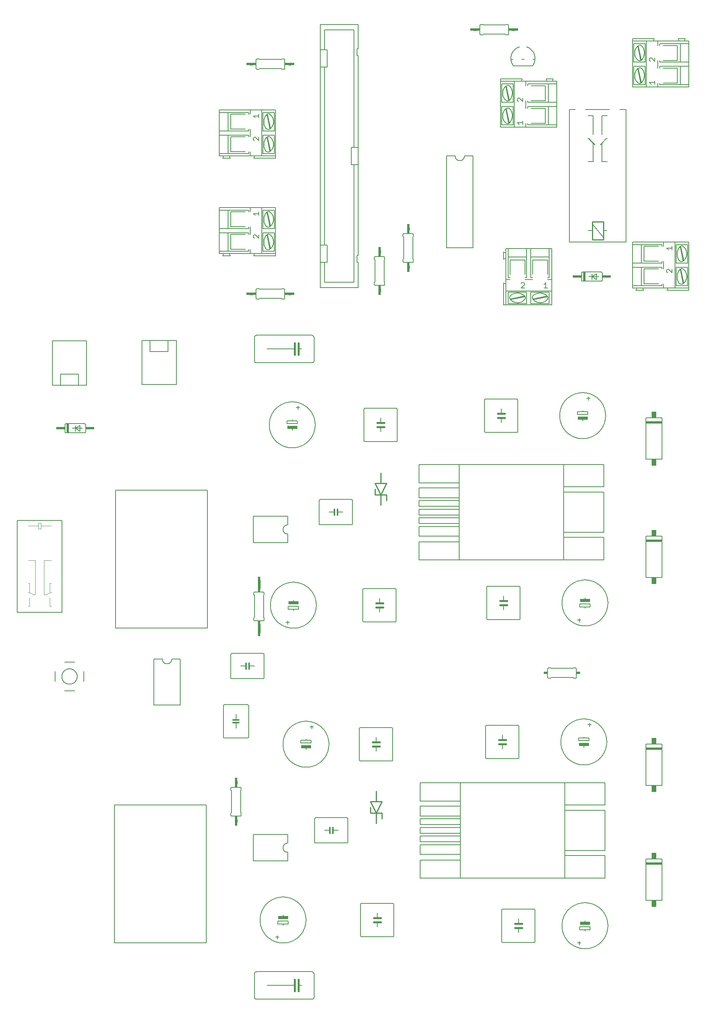
<source format=gto>
G75*
%MOIN*%
%OFA0B0*%
%FSLAX25Y25*%
%IPPOS*%
%LPD*%
%AMOC8*
5,1,8,0,0,1.08239X$1,22.5*
%
%ADD10C,0.00800*%
%ADD11C,0.01200*%
%ADD12C,0.00600*%
%ADD13C,0.00400*%
%ADD14R,0.02000X0.08000*%
%ADD15R,0.07500X0.02000*%
%ADD16C,0.01000*%
%ADD17R,0.14000X0.02000*%
%ADD18R,0.04200X0.05400*%
%ADD19C,0.00500*%
%ADD20R,0.09000X0.02500*%
%ADD21C,0.01600*%
%ADD22R,0.03400X0.02400*%
%ADD23C,0.02400*%
%ADD24R,0.02400X0.03400*%
D10*
X0061669Y0282202D02*
X0070331Y0282202D01*
X0078598Y0290469D02*
X0078598Y0299131D01*
X0070331Y0307398D02*
X0061669Y0307398D01*
X0053402Y0299131D02*
X0053402Y0290469D01*
X0059307Y0294800D02*
X0059309Y0294964D01*
X0059315Y0295128D01*
X0059325Y0295292D01*
X0059339Y0295456D01*
X0059357Y0295619D01*
X0059379Y0295782D01*
X0059406Y0295944D01*
X0059436Y0296106D01*
X0059470Y0296266D01*
X0059508Y0296426D01*
X0059549Y0296585D01*
X0059595Y0296743D01*
X0059645Y0296899D01*
X0059698Y0297055D01*
X0059755Y0297209D01*
X0059816Y0297361D01*
X0059881Y0297512D01*
X0059950Y0297662D01*
X0060022Y0297809D01*
X0060097Y0297955D01*
X0060177Y0298099D01*
X0060259Y0298241D01*
X0060345Y0298381D01*
X0060435Y0298518D01*
X0060528Y0298654D01*
X0060624Y0298787D01*
X0060724Y0298918D01*
X0060826Y0299046D01*
X0060932Y0299172D01*
X0061041Y0299295D01*
X0061153Y0299415D01*
X0061267Y0299533D01*
X0061385Y0299647D01*
X0061505Y0299759D01*
X0061628Y0299868D01*
X0061754Y0299974D01*
X0061882Y0300076D01*
X0062013Y0300176D01*
X0062146Y0300272D01*
X0062282Y0300365D01*
X0062419Y0300455D01*
X0062559Y0300541D01*
X0062701Y0300623D01*
X0062845Y0300703D01*
X0062991Y0300778D01*
X0063138Y0300850D01*
X0063288Y0300919D01*
X0063439Y0300984D01*
X0063591Y0301045D01*
X0063745Y0301102D01*
X0063901Y0301155D01*
X0064057Y0301205D01*
X0064215Y0301251D01*
X0064374Y0301292D01*
X0064534Y0301330D01*
X0064694Y0301364D01*
X0064856Y0301394D01*
X0065018Y0301421D01*
X0065181Y0301443D01*
X0065344Y0301461D01*
X0065508Y0301475D01*
X0065672Y0301485D01*
X0065836Y0301491D01*
X0066000Y0301493D01*
X0066164Y0301491D01*
X0066328Y0301485D01*
X0066492Y0301475D01*
X0066656Y0301461D01*
X0066819Y0301443D01*
X0066982Y0301421D01*
X0067144Y0301394D01*
X0067306Y0301364D01*
X0067466Y0301330D01*
X0067626Y0301292D01*
X0067785Y0301251D01*
X0067943Y0301205D01*
X0068099Y0301155D01*
X0068255Y0301102D01*
X0068409Y0301045D01*
X0068561Y0300984D01*
X0068712Y0300919D01*
X0068862Y0300850D01*
X0069009Y0300778D01*
X0069155Y0300703D01*
X0069299Y0300623D01*
X0069441Y0300541D01*
X0069581Y0300455D01*
X0069718Y0300365D01*
X0069854Y0300272D01*
X0069987Y0300176D01*
X0070118Y0300076D01*
X0070246Y0299974D01*
X0070372Y0299868D01*
X0070495Y0299759D01*
X0070615Y0299647D01*
X0070733Y0299533D01*
X0070847Y0299415D01*
X0070959Y0299295D01*
X0071068Y0299172D01*
X0071174Y0299046D01*
X0071276Y0298918D01*
X0071376Y0298787D01*
X0071472Y0298654D01*
X0071565Y0298518D01*
X0071655Y0298381D01*
X0071741Y0298241D01*
X0071823Y0298099D01*
X0071903Y0297955D01*
X0071978Y0297809D01*
X0072050Y0297662D01*
X0072119Y0297512D01*
X0072184Y0297361D01*
X0072245Y0297209D01*
X0072302Y0297055D01*
X0072355Y0296899D01*
X0072405Y0296743D01*
X0072451Y0296585D01*
X0072492Y0296426D01*
X0072530Y0296266D01*
X0072564Y0296106D01*
X0072594Y0295944D01*
X0072621Y0295782D01*
X0072643Y0295619D01*
X0072661Y0295456D01*
X0072675Y0295292D01*
X0072685Y0295128D01*
X0072691Y0294964D01*
X0072693Y0294800D01*
X0072691Y0294636D01*
X0072685Y0294472D01*
X0072675Y0294308D01*
X0072661Y0294144D01*
X0072643Y0293981D01*
X0072621Y0293818D01*
X0072594Y0293656D01*
X0072564Y0293494D01*
X0072530Y0293334D01*
X0072492Y0293174D01*
X0072451Y0293015D01*
X0072405Y0292857D01*
X0072355Y0292701D01*
X0072302Y0292545D01*
X0072245Y0292391D01*
X0072184Y0292239D01*
X0072119Y0292088D01*
X0072050Y0291938D01*
X0071978Y0291791D01*
X0071903Y0291645D01*
X0071823Y0291501D01*
X0071741Y0291359D01*
X0071655Y0291219D01*
X0071565Y0291082D01*
X0071472Y0290946D01*
X0071376Y0290813D01*
X0071276Y0290682D01*
X0071174Y0290554D01*
X0071068Y0290428D01*
X0070959Y0290305D01*
X0070847Y0290185D01*
X0070733Y0290067D01*
X0070615Y0289953D01*
X0070495Y0289841D01*
X0070372Y0289732D01*
X0070246Y0289626D01*
X0070118Y0289524D01*
X0069987Y0289424D01*
X0069854Y0289328D01*
X0069718Y0289235D01*
X0069581Y0289145D01*
X0069441Y0289059D01*
X0069299Y0288977D01*
X0069155Y0288897D01*
X0069009Y0288822D01*
X0068862Y0288750D01*
X0068712Y0288681D01*
X0068561Y0288616D01*
X0068409Y0288555D01*
X0068255Y0288498D01*
X0068099Y0288445D01*
X0067943Y0288395D01*
X0067785Y0288349D01*
X0067626Y0288308D01*
X0067466Y0288270D01*
X0067306Y0288236D01*
X0067144Y0288206D01*
X0066982Y0288179D01*
X0066819Y0288157D01*
X0066656Y0288139D01*
X0066492Y0288125D01*
X0066328Y0288115D01*
X0066164Y0288109D01*
X0066000Y0288107D01*
X0065836Y0288109D01*
X0065672Y0288115D01*
X0065508Y0288125D01*
X0065344Y0288139D01*
X0065181Y0288157D01*
X0065018Y0288179D01*
X0064856Y0288206D01*
X0064694Y0288236D01*
X0064534Y0288270D01*
X0064374Y0288308D01*
X0064215Y0288349D01*
X0064057Y0288395D01*
X0063901Y0288445D01*
X0063745Y0288498D01*
X0063591Y0288555D01*
X0063439Y0288616D01*
X0063288Y0288681D01*
X0063138Y0288750D01*
X0062991Y0288822D01*
X0062845Y0288897D01*
X0062701Y0288977D01*
X0062559Y0289059D01*
X0062419Y0289145D01*
X0062282Y0289235D01*
X0062146Y0289328D01*
X0062013Y0289424D01*
X0061882Y0289524D01*
X0061754Y0289626D01*
X0061628Y0289732D01*
X0061505Y0289841D01*
X0061385Y0289953D01*
X0061267Y0290067D01*
X0061153Y0290185D01*
X0061041Y0290305D01*
X0060932Y0290428D01*
X0060826Y0290554D01*
X0060724Y0290682D01*
X0060624Y0290813D01*
X0060528Y0290946D01*
X0060435Y0291082D01*
X0060345Y0291219D01*
X0060259Y0291359D01*
X0060177Y0291501D01*
X0060097Y0291645D01*
X0060022Y0291791D01*
X0059950Y0291938D01*
X0059881Y0292088D01*
X0059816Y0292239D01*
X0059755Y0292391D01*
X0059698Y0292545D01*
X0059645Y0292701D01*
X0059595Y0292857D01*
X0059549Y0293015D01*
X0059508Y0293174D01*
X0059470Y0293334D01*
X0059436Y0293494D01*
X0059406Y0293656D01*
X0059379Y0293818D01*
X0059357Y0293981D01*
X0059339Y0294144D01*
X0059325Y0294308D01*
X0059315Y0294472D01*
X0059309Y0294636D01*
X0059307Y0294800D01*
X0058087Y0548312D02*
X0051000Y0548312D01*
X0051000Y0586796D01*
X0080902Y0586796D01*
X0080902Y0548312D01*
X0073815Y0548312D01*
X0073815Y0557859D01*
X0058087Y0557859D01*
X0058087Y0548312D01*
X0073815Y0548312D01*
X0129098Y0548804D02*
X0159000Y0548804D01*
X0159000Y0587288D01*
X0151913Y0587288D01*
X0151913Y0577741D01*
X0136185Y0577741D01*
X0136185Y0587288D01*
X0129098Y0587288D01*
X0129098Y0548804D01*
X0136185Y0587288D02*
X0151913Y0587288D01*
X0284465Y0633430D02*
X0317535Y0633430D01*
X0317535Y0655355D01*
X0316354Y0655355D01*
X0316354Y0661178D01*
X0317535Y0661178D01*
X0317535Y0740387D01*
X0317535Y0755213D01*
X0311433Y0755213D01*
X0311433Y0740387D01*
X0317535Y0740387D01*
X0313894Y0740387D02*
X0313894Y0637859D01*
X0288106Y0637859D01*
X0288106Y0655359D01*
X0290567Y0655387D02*
X0284465Y0655387D01*
X0284465Y0670213D01*
X0290567Y0670213D01*
X0290567Y0655387D01*
X0284465Y0655387D02*
X0284465Y0633430D01*
X0284465Y0670213D02*
X0284465Y0825387D01*
X0290567Y0825387D01*
X0290567Y0840213D01*
X0284465Y0840213D01*
X0284465Y0862170D01*
X0317535Y0862170D01*
X0317535Y0841178D01*
X0316354Y0841178D01*
X0316354Y0835355D01*
X0317535Y0835355D01*
X0317535Y0755213D01*
X0313894Y0755213D02*
X0313894Y0857741D01*
X0288106Y0857741D01*
X0288106Y0840241D01*
X0284465Y0840213D02*
X0284465Y0825387D01*
X0288106Y0825379D02*
X0288106Y0670221D01*
D11*
X0296800Y0440300D02*
X0296800Y0437800D01*
X0296800Y0435300D01*
X0299300Y0435300D02*
X0299300Y0437800D01*
X0299300Y0440300D01*
X0222300Y0306300D02*
X0222300Y0303800D01*
X0222300Y0301300D01*
X0219800Y0301300D02*
X0219800Y0303800D01*
X0219800Y0306300D01*
X0213500Y0257000D02*
X0211000Y0257000D01*
X0208500Y0257000D01*
X0208500Y0254500D02*
X0211000Y0254500D01*
X0213500Y0254500D01*
X0292800Y0163300D02*
X0292800Y0160800D01*
X0292800Y0158300D01*
X0295300Y0158300D02*
X0295300Y0160800D01*
X0295300Y0163300D01*
D12*
X0295300Y0160800D02*
X0300000Y0160800D01*
X0292800Y0160800D02*
X0288000Y0160800D01*
X0279500Y0150800D02*
X0279502Y0150740D01*
X0279507Y0150679D01*
X0279516Y0150620D01*
X0279529Y0150561D01*
X0279545Y0150502D01*
X0279565Y0150445D01*
X0279588Y0150390D01*
X0279615Y0150335D01*
X0279644Y0150283D01*
X0279677Y0150232D01*
X0279713Y0150183D01*
X0279751Y0150137D01*
X0279793Y0150093D01*
X0279837Y0150051D01*
X0279883Y0150013D01*
X0279932Y0149977D01*
X0279983Y0149944D01*
X0280035Y0149915D01*
X0280090Y0149888D01*
X0280145Y0149865D01*
X0280202Y0149845D01*
X0280261Y0149829D01*
X0280320Y0149816D01*
X0280379Y0149807D01*
X0280440Y0149802D01*
X0280500Y0149800D01*
X0307500Y0149800D01*
X0307560Y0149802D01*
X0307621Y0149807D01*
X0307680Y0149816D01*
X0307739Y0149829D01*
X0307798Y0149845D01*
X0307855Y0149865D01*
X0307910Y0149888D01*
X0307965Y0149915D01*
X0308017Y0149944D01*
X0308068Y0149977D01*
X0308117Y0150013D01*
X0308163Y0150051D01*
X0308207Y0150093D01*
X0308249Y0150137D01*
X0308287Y0150183D01*
X0308323Y0150232D01*
X0308356Y0150283D01*
X0308385Y0150335D01*
X0308412Y0150390D01*
X0308435Y0150445D01*
X0308455Y0150502D01*
X0308471Y0150561D01*
X0308484Y0150620D01*
X0308493Y0150679D01*
X0308498Y0150740D01*
X0308500Y0150800D01*
X0308500Y0170800D01*
X0308498Y0170860D01*
X0308493Y0170921D01*
X0308484Y0170980D01*
X0308471Y0171039D01*
X0308455Y0171098D01*
X0308435Y0171155D01*
X0308412Y0171210D01*
X0308385Y0171265D01*
X0308356Y0171317D01*
X0308323Y0171368D01*
X0308287Y0171417D01*
X0308249Y0171463D01*
X0308207Y0171507D01*
X0308163Y0171549D01*
X0308117Y0171587D01*
X0308068Y0171623D01*
X0308017Y0171656D01*
X0307965Y0171685D01*
X0307910Y0171712D01*
X0307855Y0171735D01*
X0307798Y0171755D01*
X0307739Y0171771D01*
X0307680Y0171784D01*
X0307621Y0171793D01*
X0307560Y0171798D01*
X0307500Y0171800D01*
X0280500Y0171800D01*
X0280440Y0171798D01*
X0280379Y0171793D01*
X0280320Y0171784D01*
X0280261Y0171771D01*
X0280202Y0171755D01*
X0280145Y0171735D01*
X0280090Y0171712D01*
X0280035Y0171685D01*
X0279983Y0171656D01*
X0279932Y0171623D01*
X0279883Y0171587D01*
X0279837Y0171549D01*
X0279793Y0171507D01*
X0279751Y0171463D01*
X0279713Y0171417D01*
X0279677Y0171368D01*
X0279644Y0171317D01*
X0279615Y0171265D01*
X0279588Y0171210D01*
X0279565Y0171155D01*
X0279545Y0171098D01*
X0279529Y0171039D01*
X0279516Y0170980D01*
X0279507Y0170921D01*
X0279502Y0170860D01*
X0279500Y0170800D01*
X0279500Y0150800D01*
X0256000Y0149800D02*
X0256000Y0157300D01*
X0226000Y0157300D01*
X0226000Y0134300D01*
X0256000Y0134300D01*
X0256000Y0141800D01*
X0255874Y0141802D01*
X0255749Y0141808D01*
X0255624Y0141818D01*
X0255499Y0141832D01*
X0255374Y0141849D01*
X0255250Y0141871D01*
X0255127Y0141896D01*
X0255005Y0141926D01*
X0254884Y0141959D01*
X0254764Y0141996D01*
X0254645Y0142036D01*
X0254528Y0142081D01*
X0254411Y0142129D01*
X0254297Y0142181D01*
X0254184Y0142236D01*
X0254073Y0142295D01*
X0253964Y0142357D01*
X0253857Y0142423D01*
X0253752Y0142492D01*
X0253649Y0142564D01*
X0253548Y0142639D01*
X0253450Y0142718D01*
X0253355Y0142800D01*
X0253262Y0142884D01*
X0253172Y0142972D01*
X0253084Y0143062D01*
X0253000Y0143155D01*
X0252918Y0143250D01*
X0252839Y0143348D01*
X0252764Y0143449D01*
X0252692Y0143552D01*
X0252623Y0143657D01*
X0252557Y0143764D01*
X0252495Y0143873D01*
X0252436Y0143984D01*
X0252381Y0144097D01*
X0252329Y0144211D01*
X0252281Y0144328D01*
X0252236Y0144445D01*
X0252196Y0144564D01*
X0252159Y0144684D01*
X0252126Y0144805D01*
X0252096Y0144927D01*
X0252071Y0145050D01*
X0252049Y0145174D01*
X0252032Y0145299D01*
X0252018Y0145424D01*
X0252008Y0145549D01*
X0252002Y0145674D01*
X0252000Y0145800D01*
X0252002Y0145926D01*
X0252008Y0146051D01*
X0252018Y0146176D01*
X0252032Y0146301D01*
X0252049Y0146426D01*
X0252071Y0146550D01*
X0252096Y0146673D01*
X0252126Y0146795D01*
X0252159Y0146916D01*
X0252196Y0147036D01*
X0252236Y0147155D01*
X0252281Y0147272D01*
X0252329Y0147389D01*
X0252381Y0147503D01*
X0252436Y0147616D01*
X0252495Y0147727D01*
X0252557Y0147836D01*
X0252623Y0147943D01*
X0252692Y0148048D01*
X0252764Y0148151D01*
X0252839Y0148252D01*
X0252918Y0148350D01*
X0253000Y0148445D01*
X0253084Y0148538D01*
X0253172Y0148628D01*
X0253262Y0148716D01*
X0253355Y0148800D01*
X0253450Y0148882D01*
X0253548Y0148961D01*
X0253649Y0149036D01*
X0253752Y0149108D01*
X0253857Y0149177D01*
X0253964Y0149243D01*
X0254073Y0149305D01*
X0254184Y0149364D01*
X0254297Y0149419D01*
X0254411Y0149471D01*
X0254528Y0149519D01*
X0254645Y0149564D01*
X0254764Y0149604D01*
X0254884Y0149641D01*
X0255005Y0149674D01*
X0255127Y0149704D01*
X0255250Y0149729D01*
X0255374Y0149751D01*
X0255499Y0149768D01*
X0255624Y0149782D01*
X0255749Y0149792D01*
X0255874Y0149798D01*
X0256000Y0149800D01*
X0215500Y0174300D02*
X0215500Y0175800D01*
X0215000Y0176300D01*
X0215000Y0195300D01*
X0215500Y0195800D01*
X0215500Y0197300D01*
X0215498Y0197360D01*
X0215493Y0197421D01*
X0215484Y0197480D01*
X0215471Y0197539D01*
X0215455Y0197598D01*
X0215435Y0197655D01*
X0215412Y0197710D01*
X0215385Y0197765D01*
X0215356Y0197817D01*
X0215323Y0197868D01*
X0215287Y0197917D01*
X0215249Y0197963D01*
X0215207Y0198007D01*
X0215163Y0198049D01*
X0215117Y0198087D01*
X0215068Y0198123D01*
X0215017Y0198156D01*
X0214965Y0198185D01*
X0214910Y0198212D01*
X0214855Y0198235D01*
X0214798Y0198255D01*
X0214739Y0198271D01*
X0214680Y0198284D01*
X0214621Y0198293D01*
X0214560Y0198298D01*
X0214500Y0198300D01*
X0207500Y0198300D01*
X0207440Y0198298D01*
X0207379Y0198293D01*
X0207320Y0198284D01*
X0207261Y0198271D01*
X0207202Y0198255D01*
X0207145Y0198235D01*
X0207090Y0198212D01*
X0207035Y0198185D01*
X0206983Y0198156D01*
X0206932Y0198123D01*
X0206883Y0198087D01*
X0206837Y0198049D01*
X0206793Y0198007D01*
X0206751Y0197963D01*
X0206713Y0197917D01*
X0206677Y0197868D01*
X0206644Y0197817D01*
X0206615Y0197765D01*
X0206588Y0197710D01*
X0206565Y0197655D01*
X0206545Y0197598D01*
X0206529Y0197539D01*
X0206516Y0197480D01*
X0206507Y0197421D01*
X0206502Y0197360D01*
X0206500Y0197300D01*
X0206500Y0195800D01*
X0207000Y0195300D01*
X0207000Y0176300D01*
X0206500Y0175800D01*
X0206500Y0174300D01*
X0206502Y0174240D01*
X0206507Y0174179D01*
X0206516Y0174120D01*
X0206529Y0174061D01*
X0206545Y0174002D01*
X0206565Y0173945D01*
X0206588Y0173890D01*
X0206615Y0173835D01*
X0206644Y0173783D01*
X0206677Y0173732D01*
X0206713Y0173683D01*
X0206751Y0173637D01*
X0206793Y0173593D01*
X0206837Y0173551D01*
X0206883Y0173513D01*
X0206932Y0173477D01*
X0206983Y0173444D01*
X0207035Y0173415D01*
X0207090Y0173388D01*
X0207145Y0173365D01*
X0207202Y0173345D01*
X0207261Y0173329D01*
X0207320Y0173316D01*
X0207379Y0173307D01*
X0207440Y0173302D01*
X0207500Y0173300D01*
X0214500Y0173300D01*
X0214560Y0173302D01*
X0214621Y0173307D01*
X0214680Y0173316D01*
X0214739Y0173329D01*
X0214798Y0173345D01*
X0214855Y0173365D01*
X0214910Y0173388D01*
X0214965Y0173415D01*
X0215017Y0173444D01*
X0215068Y0173477D01*
X0215117Y0173513D01*
X0215163Y0173551D01*
X0215207Y0173593D01*
X0215249Y0173637D01*
X0215287Y0173683D01*
X0215323Y0173732D01*
X0215356Y0173783D01*
X0215385Y0173835D01*
X0215412Y0173890D01*
X0215435Y0173945D01*
X0215455Y0174002D01*
X0215471Y0174061D01*
X0215484Y0174120D01*
X0215493Y0174179D01*
X0215498Y0174240D01*
X0215500Y0174300D01*
X0221000Y0241300D02*
X0201000Y0241300D01*
X0200940Y0241302D01*
X0200879Y0241307D01*
X0200820Y0241316D01*
X0200761Y0241329D01*
X0200702Y0241345D01*
X0200645Y0241365D01*
X0200590Y0241388D01*
X0200535Y0241415D01*
X0200483Y0241444D01*
X0200432Y0241477D01*
X0200383Y0241513D01*
X0200337Y0241551D01*
X0200293Y0241593D01*
X0200251Y0241637D01*
X0200213Y0241683D01*
X0200177Y0241732D01*
X0200144Y0241783D01*
X0200115Y0241835D01*
X0200088Y0241890D01*
X0200065Y0241945D01*
X0200045Y0242002D01*
X0200029Y0242061D01*
X0200016Y0242120D01*
X0200007Y0242179D01*
X0200002Y0242240D01*
X0200000Y0242300D01*
X0200000Y0269300D01*
X0200002Y0269360D01*
X0200007Y0269421D01*
X0200016Y0269480D01*
X0200029Y0269539D01*
X0200045Y0269598D01*
X0200065Y0269655D01*
X0200088Y0269710D01*
X0200115Y0269765D01*
X0200144Y0269817D01*
X0200177Y0269868D01*
X0200213Y0269917D01*
X0200251Y0269963D01*
X0200293Y0270007D01*
X0200337Y0270049D01*
X0200383Y0270087D01*
X0200432Y0270123D01*
X0200483Y0270156D01*
X0200535Y0270185D01*
X0200590Y0270212D01*
X0200645Y0270235D01*
X0200702Y0270255D01*
X0200761Y0270271D01*
X0200820Y0270284D01*
X0200879Y0270293D01*
X0200940Y0270298D01*
X0201000Y0270300D01*
X0221000Y0270300D01*
X0221060Y0270298D01*
X0221121Y0270293D01*
X0221180Y0270284D01*
X0221239Y0270271D01*
X0221298Y0270255D01*
X0221355Y0270235D01*
X0221410Y0270212D01*
X0221465Y0270185D01*
X0221517Y0270156D01*
X0221568Y0270123D01*
X0221617Y0270087D01*
X0221663Y0270049D01*
X0221707Y0270007D01*
X0221749Y0269963D01*
X0221787Y0269917D01*
X0221823Y0269868D01*
X0221856Y0269817D01*
X0221885Y0269765D01*
X0221912Y0269710D01*
X0221935Y0269655D01*
X0221955Y0269598D01*
X0221971Y0269539D01*
X0221984Y0269480D01*
X0221993Y0269421D01*
X0221998Y0269360D01*
X0222000Y0269300D01*
X0222000Y0242300D01*
X0221998Y0242240D01*
X0221993Y0242179D01*
X0221984Y0242120D01*
X0221971Y0242061D01*
X0221955Y0242002D01*
X0221935Y0241945D01*
X0221912Y0241890D01*
X0221885Y0241835D01*
X0221856Y0241783D01*
X0221823Y0241732D01*
X0221787Y0241683D01*
X0221749Y0241637D01*
X0221707Y0241593D01*
X0221663Y0241551D01*
X0221617Y0241513D01*
X0221568Y0241477D01*
X0221517Y0241444D01*
X0221465Y0241415D01*
X0221410Y0241388D01*
X0221355Y0241365D01*
X0221298Y0241345D01*
X0221239Y0241329D01*
X0221180Y0241316D01*
X0221121Y0241307D01*
X0221060Y0241302D01*
X0221000Y0241300D01*
X0211000Y0249800D02*
X0211000Y0254500D01*
X0211000Y0257000D02*
X0211000Y0261800D01*
X0207500Y0292800D02*
X0234500Y0292800D01*
X0234560Y0292802D01*
X0234621Y0292807D01*
X0234680Y0292816D01*
X0234739Y0292829D01*
X0234798Y0292845D01*
X0234855Y0292865D01*
X0234910Y0292888D01*
X0234965Y0292915D01*
X0235017Y0292944D01*
X0235068Y0292977D01*
X0235117Y0293013D01*
X0235163Y0293051D01*
X0235207Y0293093D01*
X0235249Y0293137D01*
X0235287Y0293183D01*
X0235323Y0293232D01*
X0235356Y0293283D01*
X0235385Y0293335D01*
X0235412Y0293390D01*
X0235435Y0293445D01*
X0235455Y0293502D01*
X0235471Y0293561D01*
X0235484Y0293620D01*
X0235493Y0293679D01*
X0235498Y0293740D01*
X0235500Y0293800D01*
X0235500Y0313800D01*
X0235498Y0313860D01*
X0235493Y0313921D01*
X0235484Y0313980D01*
X0235471Y0314039D01*
X0235455Y0314098D01*
X0235435Y0314155D01*
X0235412Y0314210D01*
X0235385Y0314265D01*
X0235356Y0314317D01*
X0235323Y0314368D01*
X0235287Y0314417D01*
X0235249Y0314463D01*
X0235207Y0314507D01*
X0235163Y0314549D01*
X0235117Y0314587D01*
X0235068Y0314623D01*
X0235017Y0314656D01*
X0234965Y0314685D01*
X0234910Y0314712D01*
X0234855Y0314735D01*
X0234798Y0314755D01*
X0234739Y0314771D01*
X0234680Y0314784D01*
X0234621Y0314793D01*
X0234560Y0314798D01*
X0234500Y0314800D01*
X0207500Y0314800D01*
X0207440Y0314798D01*
X0207379Y0314793D01*
X0207320Y0314784D01*
X0207261Y0314771D01*
X0207202Y0314755D01*
X0207145Y0314735D01*
X0207090Y0314712D01*
X0207035Y0314685D01*
X0206983Y0314656D01*
X0206932Y0314623D01*
X0206883Y0314587D01*
X0206837Y0314549D01*
X0206793Y0314507D01*
X0206751Y0314463D01*
X0206713Y0314417D01*
X0206677Y0314368D01*
X0206644Y0314317D01*
X0206615Y0314265D01*
X0206588Y0314210D01*
X0206565Y0314155D01*
X0206545Y0314098D01*
X0206529Y0314039D01*
X0206516Y0313980D01*
X0206507Y0313921D01*
X0206502Y0313860D01*
X0206500Y0313800D01*
X0206500Y0293800D01*
X0206502Y0293740D01*
X0206507Y0293679D01*
X0206516Y0293620D01*
X0206529Y0293561D01*
X0206545Y0293502D01*
X0206565Y0293445D01*
X0206588Y0293390D01*
X0206615Y0293335D01*
X0206644Y0293283D01*
X0206677Y0293232D01*
X0206713Y0293183D01*
X0206751Y0293137D01*
X0206793Y0293093D01*
X0206837Y0293051D01*
X0206883Y0293013D01*
X0206932Y0292977D01*
X0206983Y0292944D01*
X0207035Y0292915D01*
X0207090Y0292888D01*
X0207145Y0292865D01*
X0207202Y0292845D01*
X0207261Y0292829D01*
X0207320Y0292816D01*
X0207379Y0292807D01*
X0207440Y0292802D01*
X0207500Y0292800D01*
X0215000Y0303800D02*
X0219800Y0303800D01*
X0222300Y0303800D02*
X0227000Y0303800D01*
X0227500Y0343300D02*
X0234500Y0343300D01*
X0234560Y0343302D01*
X0234621Y0343307D01*
X0234680Y0343316D01*
X0234739Y0343329D01*
X0234798Y0343345D01*
X0234855Y0343365D01*
X0234910Y0343388D01*
X0234965Y0343415D01*
X0235017Y0343444D01*
X0235068Y0343477D01*
X0235117Y0343513D01*
X0235163Y0343551D01*
X0235207Y0343593D01*
X0235249Y0343637D01*
X0235287Y0343683D01*
X0235323Y0343732D01*
X0235356Y0343783D01*
X0235385Y0343835D01*
X0235412Y0343890D01*
X0235435Y0343945D01*
X0235455Y0344002D01*
X0235471Y0344061D01*
X0235484Y0344120D01*
X0235493Y0344179D01*
X0235498Y0344240D01*
X0235500Y0344300D01*
X0235500Y0345800D01*
X0235000Y0346300D01*
X0235000Y0365300D01*
X0235500Y0365800D01*
X0235500Y0367300D01*
X0235498Y0367360D01*
X0235493Y0367421D01*
X0235484Y0367480D01*
X0235471Y0367539D01*
X0235455Y0367598D01*
X0235435Y0367655D01*
X0235412Y0367710D01*
X0235385Y0367765D01*
X0235356Y0367817D01*
X0235323Y0367868D01*
X0235287Y0367917D01*
X0235249Y0367963D01*
X0235207Y0368007D01*
X0235163Y0368049D01*
X0235117Y0368087D01*
X0235068Y0368123D01*
X0235017Y0368156D01*
X0234965Y0368185D01*
X0234910Y0368212D01*
X0234855Y0368235D01*
X0234798Y0368255D01*
X0234739Y0368271D01*
X0234680Y0368284D01*
X0234621Y0368293D01*
X0234560Y0368298D01*
X0234500Y0368300D01*
X0227500Y0368300D01*
X0227440Y0368298D01*
X0227379Y0368293D01*
X0227320Y0368284D01*
X0227261Y0368271D01*
X0227202Y0368255D01*
X0227145Y0368235D01*
X0227090Y0368212D01*
X0227035Y0368185D01*
X0226983Y0368156D01*
X0226932Y0368123D01*
X0226883Y0368087D01*
X0226837Y0368049D01*
X0226793Y0368007D01*
X0226751Y0367963D01*
X0226713Y0367917D01*
X0226677Y0367868D01*
X0226644Y0367817D01*
X0226615Y0367765D01*
X0226588Y0367710D01*
X0226565Y0367655D01*
X0226545Y0367598D01*
X0226529Y0367539D01*
X0226516Y0367480D01*
X0226507Y0367421D01*
X0226502Y0367360D01*
X0226500Y0367300D01*
X0226500Y0365800D01*
X0227000Y0365300D01*
X0227000Y0346300D01*
X0226500Y0345800D01*
X0226500Y0344300D01*
X0226502Y0344240D01*
X0226507Y0344179D01*
X0226516Y0344120D01*
X0226529Y0344061D01*
X0226545Y0344002D01*
X0226565Y0343945D01*
X0226588Y0343890D01*
X0226615Y0343835D01*
X0226644Y0343783D01*
X0226677Y0343732D01*
X0226713Y0343683D01*
X0226751Y0343637D01*
X0226793Y0343593D01*
X0226837Y0343551D01*
X0226883Y0343513D01*
X0226932Y0343477D01*
X0226983Y0343444D01*
X0227035Y0343415D01*
X0227090Y0343388D01*
X0227145Y0343365D01*
X0227202Y0343345D01*
X0227261Y0343329D01*
X0227320Y0343316D01*
X0227379Y0343307D01*
X0227440Y0343302D01*
X0227500Y0343300D01*
X0254500Y0341800D02*
X0257500Y0341800D01*
X0256000Y0343300D02*
X0256000Y0340300D01*
X0261000Y0352300D02*
X0261000Y0353300D01*
X0256500Y0353300D01*
X0256500Y0355800D01*
X0265500Y0355800D01*
X0265500Y0353300D01*
X0261000Y0353300D01*
X0241000Y0356800D02*
X0241006Y0357291D01*
X0241024Y0357781D01*
X0241054Y0358271D01*
X0241096Y0358760D01*
X0241150Y0359248D01*
X0241216Y0359735D01*
X0241294Y0360219D01*
X0241384Y0360702D01*
X0241486Y0361182D01*
X0241599Y0361660D01*
X0241724Y0362134D01*
X0241861Y0362606D01*
X0242009Y0363074D01*
X0242169Y0363538D01*
X0242340Y0363998D01*
X0242522Y0364454D01*
X0242716Y0364905D01*
X0242920Y0365351D01*
X0243136Y0365792D01*
X0243362Y0366228D01*
X0243598Y0366658D01*
X0243845Y0367082D01*
X0244103Y0367500D01*
X0244371Y0367911D01*
X0244648Y0368316D01*
X0244936Y0368714D01*
X0245233Y0369105D01*
X0245540Y0369488D01*
X0245856Y0369863D01*
X0246181Y0370231D01*
X0246515Y0370591D01*
X0246858Y0370942D01*
X0247209Y0371285D01*
X0247569Y0371619D01*
X0247937Y0371944D01*
X0248312Y0372260D01*
X0248695Y0372567D01*
X0249086Y0372864D01*
X0249484Y0373152D01*
X0249889Y0373429D01*
X0250300Y0373697D01*
X0250718Y0373955D01*
X0251142Y0374202D01*
X0251572Y0374438D01*
X0252008Y0374664D01*
X0252449Y0374880D01*
X0252895Y0375084D01*
X0253346Y0375278D01*
X0253802Y0375460D01*
X0254262Y0375631D01*
X0254726Y0375791D01*
X0255194Y0375939D01*
X0255666Y0376076D01*
X0256140Y0376201D01*
X0256618Y0376314D01*
X0257098Y0376416D01*
X0257581Y0376506D01*
X0258065Y0376584D01*
X0258552Y0376650D01*
X0259040Y0376704D01*
X0259529Y0376746D01*
X0260019Y0376776D01*
X0260509Y0376794D01*
X0261000Y0376800D01*
X0261491Y0376794D01*
X0261981Y0376776D01*
X0262471Y0376746D01*
X0262960Y0376704D01*
X0263448Y0376650D01*
X0263935Y0376584D01*
X0264419Y0376506D01*
X0264902Y0376416D01*
X0265382Y0376314D01*
X0265860Y0376201D01*
X0266334Y0376076D01*
X0266806Y0375939D01*
X0267274Y0375791D01*
X0267738Y0375631D01*
X0268198Y0375460D01*
X0268654Y0375278D01*
X0269105Y0375084D01*
X0269551Y0374880D01*
X0269992Y0374664D01*
X0270428Y0374438D01*
X0270858Y0374202D01*
X0271282Y0373955D01*
X0271700Y0373697D01*
X0272111Y0373429D01*
X0272516Y0373152D01*
X0272914Y0372864D01*
X0273305Y0372567D01*
X0273688Y0372260D01*
X0274063Y0371944D01*
X0274431Y0371619D01*
X0274791Y0371285D01*
X0275142Y0370942D01*
X0275485Y0370591D01*
X0275819Y0370231D01*
X0276144Y0369863D01*
X0276460Y0369488D01*
X0276767Y0369105D01*
X0277064Y0368714D01*
X0277352Y0368316D01*
X0277629Y0367911D01*
X0277897Y0367500D01*
X0278155Y0367082D01*
X0278402Y0366658D01*
X0278638Y0366228D01*
X0278864Y0365792D01*
X0279080Y0365351D01*
X0279284Y0364905D01*
X0279478Y0364454D01*
X0279660Y0363998D01*
X0279831Y0363538D01*
X0279991Y0363074D01*
X0280139Y0362606D01*
X0280276Y0362134D01*
X0280401Y0361660D01*
X0280514Y0361182D01*
X0280616Y0360702D01*
X0280706Y0360219D01*
X0280784Y0359735D01*
X0280850Y0359248D01*
X0280904Y0358760D01*
X0280946Y0358271D01*
X0280976Y0357781D01*
X0280994Y0357291D01*
X0281000Y0356800D01*
X0280994Y0356309D01*
X0280976Y0355819D01*
X0280946Y0355329D01*
X0280904Y0354840D01*
X0280850Y0354352D01*
X0280784Y0353865D01*
X0280706Y0353381D01*
X0280616Y0352898D01*
X0280514Y0352418D01*
X0280401Y0351940D01*
X0280276Y0351466D01*
X0280139Y0350994D01*
X0279991Y0350526D01*
X0279831Y0350062D01*
X0279660Y0349602D01*
X0279478Y0349146D01*
X0279284Y0348695D01*
X0279080Y0348249D01*
X0278864Y0347808D01*
X0278638Y0347372D01*
X0278402Y0346942D01*
X0278155Y0346518D01*
X0277897Y0346100D01*
X0277629Y0345689D01*
X0277352Y0345284D01*
X0277064Y0344886D01*
X0276767Y0344495D01*
X0276460Y0344112D01*
X0276144Y0343737D01*
X0275819Y0343369D01*
X0275485Y0343009D01*
X0275142Y0342658D01*
X0274791Y0342315D01*
X0274431Y0341981D01*
X0274063Y0341656D01*
X0273688Y0341340D01*
X0273305Y0341033D01*
X0272914Y0340736D01*
X0272516Y0340448D01*
X0272111Y0340171D01*
X0271700Y0339903D01*
X0271282Y0339645D01*
X0270858Y0339398D01*
X0270428Y0339162D01*
X0269992Y0338936D01*
X0269551Y0338720D01*
X0269105Y0338516D01*
X0268654Y0338322D01*
X0268198Y0338140D01*
X0267738Y0337969D01*
X0267274Y0337809D01*
X0266806Y0337661D01*
X0266334Y0337524D01*
X0265860Y0337399D01*
X0265382Y0337286D01*
X0264902Y0337184D01*
X0264419Y0337094D01*
X0263935Y0337016D01*
X0263448Y0336950D01*
X0262960Y0336896D01*
X0262471Y0336854D01*
X0261981Y0336824D01*
X0261491Y0336806D01*
X0261000Y0336800D01*
X0260509Y0336806D01*
X0260019Y0336824D01*
X0259529Y0336854D01*
X0259040Y0336896D01*
X0258552Y0336950D01*
X0258065Y0337016D01*
X0257581Y0337094D01*
X0257098Y0337184D01*
X0256618Y0337286D01*
X0256140Y0337399D01*
X0255666Y0337524D01*
X0255194Y0337661D01*
X0254726Y0337809D01*
X0254262Y0337969D01*
X0253802Y0338140D01*
X0253346Y0338322D01*
X0252895Y0338516D01*
X0252449Y0338720D01*
X0252008Y0338936D01*
X0251572Y0339162D01*
X0251142Y0339398D01*
X0250718Y0339645D01*
X0250300Y0339903D01*
X0249889Y0340171D01*
X0249484Y0340448D01*
X0249086Y0340736D01*
X0248695Y0341033D01*
X0248312Y0341340D01*
X0247937Y0341656D01*
X0247569Y0341981D01*
X0247209Y0342315D01*
X0246858Y0342658D01*
X0246515Y0343009D01*
X0246181Y0343369D01*
X0245856Y0343737D01*
X0245540Y0344112D01*
X0245233Y0344495D01*
X0244936Y0344886D01*
X0244648Y0345284D01*
X0244371Y0345689D01*
X0244103Y0346100D01*
X0243845Y0346518D01*
X0243598Y0346942D01*
X0243362Y0347372D01*
X0243136Y0347808D01*
X0242920Y0348249D01*
X0242716Y0348695D01*
X0242522Y0349146D01*
X0242340Y0349602D01*
X0242169Y0350062D01*
X0242009Y0350526D01*
X0241861Y0350994D01*
X0241724Y0351466D01*
X0241599Y0351940D01*
X0241486Y0352418D01*
X0241384Y0352898D01*
X0241294Y0353381D01*
X0241216Y0353865D01*
X0241150Y0354352D01*
X0241096Y0354840D01*
X0241054Y0355329D01*
X0241024Y0355819D01*
X0241006Y0356309D01*
X0241000Y0356800D01*
X0261000Y0359300D02*
X0261000Y0361300D01*
X0256000Y0411300D02*
X0226000Y0411300D01*
X0226000Y0434300D01*
X0256000Y0434300D01*
X0256000Y0426800D01*
X0255874Y0426798D01*
X0255749Y0426792D01*
X0255624Y0426782D01*
X0255499Y0426768D01*
X0255374Y0426751D01*
X0255250Y0426729D01*
X0255127Y0426704D01*
X0255005Y0426674D01*
X0254884Y0426641D01*
X0254764Y0426604D01*
X0254645Y0426564D01*
X0254528Y0426519D01*
X0254411Y0426471D01*
X0254297Y0426419D01*
X0254184Y0426364D01*
X0254073Y0426305D01*
X0253964Y0426243D01*
X0253857Y0426177D01*
X0253752Y0426108D01*
X0253649Y0426036D01*
X0253548Y0425961D01*
X0253450Y0425882D01*
X0253355Y0425800D01*
X0253262Y0425716D01*
X0253172Y0425628D01*
X0253084Y0425538D01*
X0253000Y0425445D01*
X0252918Y0425350D01*
X0252839Y0425252D01*
X0252764Y0425151D01*
X0252692Y0425048D01*
X0252623Y0424943D01*
X0252557Y0424836D01*
X0252495Y0424727D01*
X0252436Y0424616D01*
X0252381Y0424503D01*
X0252329Y0424389D01*
X0252281Y0424272D01*
X0252236Y0424155D01*
X0252196Y0424036D01*
X0252159Y0423916D01*
X0252126Y0423795D01*
X0252096Y0423673D01*
X0252071Y0423550D01*
X0252049Y0423426D01*
X0252032Y0423301D01*
X0252018Y0423176D01*
X0252008Y0423051D01*
X0252002Y0422926D01*
X0252000Y0422800D01*
X0252002Y0422674D01*
X0252008Y0422549D01*
X0252018Y0422424D01*
X0252032Y0422299D01*
X0252049Y0422174D01*
X0252071Y0422050D01*
X0252096Y0421927D01*
X0252126Y0421805D01*
X0252159Y0421684D01*
X0252196Y0421564D01*
X0252236Y0421445D01*
X0252281Y0421328D01*
X0252329Y0421211D01*
X0252381Y0421097D01*
X0252436Y0420984D01*
X0252495Y0420873D01*
X0252557Y0420764D01*
X0252623Y0420657D01*
X0252692Y0420552D01*
X0252764Y0420449D01*
X0252839Y0420348D01*
X0252918Y0420250D01*
X0253000Y0420155D01*
X0253084Y0420062D01*
X0253172Y0419972D01*
X0253262Y0419884D01*
X0253355Y0419800D01*
X0253450Y0419718D01*
X0253548Y0419639D01*
X0253649Y0419564D01*
X0253752Y0419492D01*
X0253857Y0419423D01*
X0253964Y0419357D01*
X0254073Y0419295D01*
X0254184Y0419236D01*
X0254297Y0419181D01*
X0254411Y0419129D01*
X0254528Y0419081D01*
X0254645Y0419036D01*
X0254764Y0418996D01*
X0254884Y0418959D01*
X0255005Y0418926D01*
X0255127Y0418896D01*
X0255250Y0418871D01*
X0255374Y0418849D01*
X0255499Y0418832D01*
X0255624Y0418818D01*
X0255749Y0418808D01*
X0255874Y0418802D01*
X0256000Y0418800D01*
X0256000Y0411300D01*
X0283500Y0427800D02*
X0283500Y0447800D01*
X0283502Y0447860D01*
X0283507Y0447921D01*
X0283516Y0447980D01*
X0283529Y0448039D01*
X0283545Y0448098D01*
X0283565Y0448155D01*
X0283588Y0448210D01*
X0283615Y0448265D01*
X0283644Y0448317D01*
X0283677Y0448368D01*
X0283713Y0448417D01*
X0283751Y0448463D01*
X0283793Y0448507D01*
X0283837Y0448549D01*
X0283883Y0448587D01*
X0283932Y0448623D01*
X0283983Y0448656D01*
X0284035Y0448685D01*
X0284090Y0448712D01*
X0284145Y0448735D01*
X0284202Y0448755D01*
X0284261Y0448771D01*
X0284320Y0448784D01*
X0284379Y0448793D01*
X0284440Y0448798D01*
X0284500Y0448800D01*
X0311500Y0448800D01*
X0311560Y0448798D01*
X0311621Y0448793D01*
X0311680Y0448784D01*
X0311739Y0448771D01*
X0311798Y0448755D01*
X0311855Y0448735D01*
X0311910Y0448712D01*
X0311965Y0448685D01*
X0312017Y0448656D01*
X0312068Y0448623D01*
X0312117Y0448587D01*
X0312163Y0448549D01*
X0312207Y0448507D01*
X0312249Y0448463D01*
X0312287Y0448417D01*
X0312323Y0448368D01*
X0312356Y0448317D01*
X0312385Y0448265D01*
X0312412Y0448210D01*
X0312435Y0448155D01*
X0312455Y0448098D01*
X0312471Y0448039D01*
X0312484Y0447980D01*
X0312493Y0447921D01*
X0312498Y0447860D01*
X0312500Y0447800D01*
X0312500Y0427800D01*
X0312498Y0427740D01*
X0312493Y0427679D01*
X0312484Y0427620D01*
X0312471Y0427561D01*
X0312455Y0427502D01*
X0312435Y0427445D01*
X0312412Y0427390D01*
X0312385Y0427335D01*
X0312356Y0427283D01*
X0312323Y0427232D01*
X0312287Y0427183D01*
X0312249Y0427137D01*
X0312207Y0427093D01*
X0312163Y0427051D01*
X0312117Y0427013D01*
X0312068Y0426977D01*
X0312017Y0426944D01*
X0311965Y0426915D01*
X0311910Y0426888D01*
X0311855Y0426865D01*
X0311798Y0426845D01*
X0311739Y0426829D01*
X0311680Y0426816D01*
X0311621Y0426807D01*
X0311560Y0426802D01*
X0311500Y0426800D01*
X0284500Y0426800D01*
X0284440Y0426802D01*
X0284379Y0426807D01*
X0284320Y0426816D01*
X0284261Y0426829D01*
X0284202Y0426845D01*
X0284145Y0426865D01*
X0284090Y0426888D01*
X0284035Y0426915D01*
X0283983Y0426944D01*
X0283932Y0426977D01*
X0283883Y0427013D01*
X0283837Y0427051D01*
X0283793Y0427093D01*
X0283751Y0427137D01*
X0283713Y0427183D01*
X0283677Y0427232D01*
X0283644Y0427283D01*
X0283615Y0427335D01*
X0283588Y0427390D01*
X0283565Y0427445D01*
X0283545Y0427502D01*
X0283529Y0427561D01*
X0283516Y0427620D01*
X0283507Y0427679D01*
X0283502Y0427740D01*
X0283500Y0427800D01*
X0292000Y0437800D02*
X0296800Y0437800D01*
X0299300Y0437800D02*
X0304000Y0437800D01*
X0323500Y0499300D02*
X0350500Y0499300D01*
X0350560Y0499302D01*
X0350621Y0499307D01*
X0350680Y0499316D01*
X0350739Y0499329D01*
X0350798Y0499345D01*
X0350855Y0499365D01*
X0350910Y0499388D01*
X0350965Y0499415D01*
X0351017Y0499444D01*
X0351068Y0499477D01*
X0351117Y0499513D01*
X0351163Y0499551D01*
X0351207Y0499593D01*
X0351249Y0499637D01*
X0351287Y0499683D01*
X0351323Y0499732D01*
X0351356Y0499783D01*
X0351385Y0499835D01*
X0351412Y0499890D01*
X0351435Y0499945D01*
X0351455Y0500002D01*
X0351471Y0500061D01*
X0351484Y0500120D01*
X0351493Y0500179D01*
X0351498Y0500240D01*
X0351500Y0500300D01*
X0351500Y0527300D01*
X0351498Y0527360D01*
X0351493Y0527421D01*
X0351484Y0527480D01*
X0351471Y0527539D01*
X0351455Y0527598D01*
X0351435Y0527655D01*
X0351412Y0527710D01*
X0351385Y0527765D01*
X0351356Y0527817D01*
X0351323Y0527868D01*
X0351287Y0527917D01*
X0351249Y0527963D01*
X0351207Y0528007D01*
X0351163Y0528049D01*
X0351117Y0528087D01*
X0351068Y0528123D01*
X0351017Y0528156D01*
X0350965Y0528185D01*
X0350910Y0528212D01*
X0350855Y0528235D01*
X0350798Y0528255D01*
X0350739Y0528271D01*
X0350680Y0528284D01*
X0350621Y0528293D01*
X0350560Y0528298D01*
X0350500Y0528300D01*
X0323500Y0528300D01*
X0323440Y0528298D01*
X0323379Y0528293D01*
X0323320Y0528284D01*
X0323261Y0528271D01*
X0323202Y0528255D01*
X0323145Y0528235D01*
X0323090Y0528212D01*
X0323035Y0528185D01*
X0322983Y0528156D01*
X0322932Y0528123D01*
X0322883Y0528087D01*
X0322837Y0528049D01*
X0322793Y0528007D01*
X0322751Y0527963D01*
X0322713Y0527917D01*
X0322677Y0527868D01*
X0322644Y0527817D01*
X0322615Y0527765D01*
X0322588Y0527710D01*
X0322565Y0527655D01*
X0322545Y0527598D01*
X0322529Y0527539D01*
X0322516Y0527480D01*
X0322507Y0527421D01*
X0322502Y0527360D01*
X0322500Y0527300D01*
X0322500Y0500300D01*
X0322502Y0500240D01*
X0322507Y0500179D01*
X0322516Y0500120D01*
X0322529Y0500061D01*
X0322545Y0500002D01*
X0322565Y0499945D01*
X0322588Y0499890D01*
X0322615Y0499835D01*
X0322644Y0499783D01*
X0322677Y0499732D01*
X0322713Y0499683D01*
X0322751Y0499637D01*
X0322793Y0499593D01*
X0322837Y0499551D01*
X0322883Y0499513D01*
X0322932Y0499477D01*
X0322983Y0499444D01*
X0323035Y0499415D01*
X0323090Y0499388D01*
X0323145Y0499365D01*
X0323202Y0499345D01*
X0323261Y0499329D01*
X0323320Y0499316D01*
X0323379Y0499307D01*
X0323440Y0499302D01*
X0323500Y0499300D01*
X0337000Y0507800D02*
X0337000Y0512100D01*
X0337000Y0515600D02*
X0337000Y0519800D01*
X0279000Y0569800D02*
X0279000Y0589800D01*
X0278998Y0589887D01*
X0278992Y0589974D01*
X0278983Y0590061D01*
X0278970Y0590147D01*
X0278953Y0590233D01*
X0278932Y0590318D01*
X0278907Y0590401D01*
X0278879Y0590484D01*
X0278848Y0590565D01*
X0278813Y0590645D01*
X0278774Y0590723D01*
X0278732Y0590800D01*
X0278687Y0590875D01*
X0278638Y0590947D01*
X0278587Y0591018D01*
X0278532Y0591086D01*
X0278475Y0591151D01*
X0278414Y0591214D01*
X0278351Y0591275D01*
X0278286Y0591332D01*
X0278218Y0591387D01*
X0278147Y0591438D01*
X0278075Y0591487D01*
X0278000Y0591532D01*
X0277923Y0591574D01*
X0277845Y0591613D01*
X0277765Y0591648D01*
X0277684Y0591679D01*
X0277601Y0591707D01*
X0277518Y0591732D01*
X0277433Y0591753D01*
X0277347Y0591770D01*
X0277261Y0591783D01*
X0277174Y0591792D01*
X0277087Y0591798D01*
X0277000Y0591800D01*
X0229000Y0591800D01*
X0228913Y0591798D01*
X0228826Y0591792D01*
X0228739Y0591783D01*
X0228653Y0591770D01*
X0228567Y0591753D01*
X0228482Y0591732D01*
X0228399Y0591707D01*
X0228316Y0591679D01*
X0228235Y0591648D01*
X0228155Y0591613D01*
X0228077Y0591574D01*
X0228000Y0591532D01*
X0227925Y0591487D01*
X0227853Y0591438D01*
X0227782Y0591387D01*
X0227714Y0591332D01*
X0227649Y0591275D01*
X0227586Y0591214D01*
X0227525Y0591151D01*
X0227468Y0591086D01*
X0227413Y0591018D01*
X0227362Y0590947D01*
X0227313Y0590875D01*
X0227268Y0590800D01*
X0227226Y0590723D01*
X0227187Y0590645D01*
X0227152Y0590565D01*
X0227121Y0590484D01*
X0227093Y0590401D01*
X0227068Y0590318D01*
X0227047Y0590233D01*
X0227030Y0590147D01*
X0227017Y0590061D01*
X0227008Y0589974D01*
X0227002Y0589887D01*
X0227000Y0589800D01*
X0227000Y0569800D01*
X0227002Y0569713D01*
X0227008Y0569626D01*
X0227017Y0569539D01*
X0227030Y0569453D01*
X0227047Y0569367D01*
X0227068Y0569282D01*
X0227093Y0569199D01*
X0227121Y0569116D01*
X0227152Y0569035D01*
X0227187Y0568955D01*
X0227226Y0568877D01*
X0227268Y0568800D01*
X0227313Y0568725D01*
X0227362Y0568653D01*
X0227413Y0568582D01*
X0227468Y0568514D01*
X0227525Y0568449D01*
X0227586Y0568386D01*
X0227649Y0568325D01*
X0227714Y0568268D01*
X0227782Y0568213D01*
X0227853Y0568162D01*
X0227925Y0568113D01*
X0228000Y0568068D01*
X0228077Y0568026D01*
X0228155Y0567987D01*
X0228235Y0567952D01*
X0228316Y0567921D01*
X0228399Y0567893D01*
X0228482Y0567868D01*
X0228567Y0567847D01*
X0228653Y0567830D01*
X0228739Y0567817D01*
X0228826Y0567808D01*
X0228913Y0567802D01*
X0229000Y0567800D01*
X0277000Y0567800D01*
X0277087Y0567802D01*
X0277174Y0567808D01*
X0277261Y0567817D01*
X0277347Y0567830D01*
X0277433Y0567847D01*
X0277518Y0567868D01*
X0277601Y0567893D01*
X0277684Y0567921D01*
X0277765Y0567952D01*
X0277845Y0567987D01*
X0277923Y0568026D01*
X0278000Y0568068D01*
X0278075Y0568113D01*
X0278147Y0568162D01*
X0278218Y0568213D01*
X0278286Y0568268D01*
X0278351Y0568325D01*
X0278414Y0568386D01*
X0278475Y0568449D01*
X0278532Y0568514D01*
X0278587Y0568582D01*
X0278638Y0568653D01*
X0278687Y0568725D01*
X0278732Y0568800D01*
X0278774Y0568877D01*
X0278813Y0568955D01*
X0278848Y0569035D01*
X0278879Y0569116D01*
X0278907Y0569199D01*
X0278932Y0569282D01*
X0278953Y0569367D01*
X0278970Y0569453D01*
X0278983Y0569539D01*
X0278992Y0569626D01*
X0278998Y0569713D01*
X0279000Y0569800D01*
X0268000Y0579800D02*
X0265500Y0579800D01*
X0262000Y0579800D02*
X0238000Y0579800D01*
X0231000Y0623300D02*
X0231500Y0623800D01*
X0250500Y0623800D01*
X0251000Y0623300D01*
X0252500Y0623300D01*
X0252560Y0623302D01*
X0252621Y0623307D01*
X0252680Y0623316D01*
X0252739Y0623329D01*
X0252798Y0623345D01*
X0252855Y0623365D01*
X0252910Y0623388D01*
X0252965Y0623415D01*
X0253017Y0623444D01*
X0253068Y0623477D01*
X0253117Y0623513D01*
X0253163Y0623551D01*
X0253207Y0623593D01*
X0253249Y0623637D01*
X0253287Y0623683D01*
X0253323Y0623732D01*
X0253356Y0623783D01*
X0253385Y0623835D01*
X0253412Y0623890D01*
X0253435Y0623945D01*
X0253455Y0624002D01*
X0253471Y0624061D01*
X0253484Y0624120D01*
X0253493Y0624179D01*
X0253498Y0624240D01*
X0253500Y0624300D01*
X0253500Y0631300D01*
X0253498Y0631360D01*
X0253493Y0631421D01*
X0253484Y0631480D01*
X0253471Y0631539D01*
X0253455Y0631598D01*
X0253435Y0631655D01*
X0253412Y0631710D01*
X0253385Y0631765D01*
X0253356Y0631817D01*
X0253323Y0631868D01*
X0253287Y0631917D01*
X0253249Y0631963D01*
X0253207Y0632007D01*
X0253163Y0632049D01*
X0253117Y0632087D01*
X0253068Y0632123D01*
X0253017Y0632156D01*
X0252965Y0632185D01*
X0252910Y0632212D01*
X0252855Y0632235D01*
X0252798Y0632255D01*
X0252739Y0632271D01*
X0252680Y0632284D01*
X0252621Y0632293D01*
X0252560Y0632298D01*
X0252500Y0632300D01*
X0251000Y0632300D01*
X0250500Y0631800D01*
X0231500Y0631800D01*
X0231000Y0632300D01*
X0229500Y0632300D01*
X0229440Y0632298D01*
X0229379Y0632293D01*
X0229320Y0632284D01*
X0229261Y0632271D01*
X0229202Y0632255D01*
X0229145Y0632235D01*
X0229090Y0632212D01*
X0229035Y0632185D01*
X0228983Y0632156D01*
X0228932Y0632123D01*
X0228883Y0632087D01*
X0228837Y0632049D01*
X0228793Y0632007D01*
X0228751Y0631963D01*
X0228713Y0631917D01*
X0228677Y0631868D01*
X0228644Y0631817D01*
X0228615Y0631765D01*
X0228588Y0631710D01*
X0228565Y0631655D01*
X0228545Y0631598D01*
X0228529Y0631539D01*
X0228516Y0631480D01*
X0228507Y0631421D01*
X0228502Y0631360D01*
X0228500Y0631300D01*
X0228500Y0624300D01*
X0228502Y0624240D01*
X0228507Y0624179D01*
X0228516Y0624120D01*
X0228529Y0624061D01*
X0228545Y0624002D01*
X0228565Y0623945D01*
X0228588Y0623890D01*
X0228615Y0623835D01*
X0228644Y0623783D01*
X0228677Y0623732D01*
X0228713Y0623683D01*
X0228751Y0623637D01*
X0228793Y0623593D01*
X0228837Y0623551D01*
X0228883Y0623513D01*
X0228932Y0623477D01*
X0228983Y0623444D01*
X0229035Y0623415D01*
X0229090Y0623388D01*
X0229145Y0623365D01*
X0229202Y0623345D01*
X0229261Y0623329D01*
X0229320Y0623316D01*
X0229379Y0623307D01*
X0229440Y0623302D01*
X0229500Y0623300D01*
X0231000Y0623300D01*
X0226500Y0660800D02*
X0227500Y0662800D01*
X0233500Y0662800D01*
X0233500Y0702800D01*
X0245500Y0702800D01*
X0245500Y0662800D01*
X0245500Y0660800D01*
X0226500Y0660800D01*
X0227500Y0662800D02*
X0223500Y0662800D01*
X0223500Y0666500D01*
X0222000Y0666500D02*
X0222000Y0665000D01*
X0204000Y0665000D01*
X0196500Y0665000D01*
X0196500Y0662800D01*
X0200500Y0662800D01*
X0205000Y0662800D01*
X0223500Y0662800D01*
X0219000Y0666500D02*
X0206500Y0666500D01*
X0206500Y0679500D01*
X0219000Y0679500D01*
X0222000Y0679500D02*
X0222000Y0681000D01*
X0204000Y0681000D01*
X0204000Y0665000D01*
X0205000Y0662800D02*
X0206000Y0660800D01*
X0199500Y0660800D01*
X0200500Y0662800D01*
X0196500Y0665000D02*
X0196500Y0681000D01*
X0196500Y0684700D01*
X0196500Y0700700D01*
X0204000Y0700700D01*
X0204000Y0684700D01*
X0222000Y0684700D01*
X0222000Y0686200D01*
X0223500Y0686200D02*
X0223500Y0679500D01*
X0219000Y0686200D02*
X0206500Y0686200D01*
X0206500Y0699200D01*
X0219000Y0699200D01*
X0222000Y0699200D02*
X0222000Y0700700D01*
X0204000Y0700700D01*
X0196500Y0700700D02*
X0196500Y0702800D01*
X0223500Y0702800D01*
X0223500Y0699200D01*
X0223500Y0702800D02*
X0233500Y0702800D01*
X0234500Y0700700D02*
X0244500Y0700700D01*
X0244500Y0684700D01*
X0234500Y0684700D01*
X0234500Y0700700D01*
X0238000Y0698600D02*
X0240500Y0686600D01*
X0241000Y0687100D02*
X0238500Y0699100D01*
X0237258Y0698334D02*
X0237307Y0698418D01*
X0237359Y0698499D01*
X0237414Y0698578D01*
X0237473Y0698655D01*
X0237534Y0698729D01*
X0237599Y0698801D01*
X0237667Y0698870D01*
X0237737Y0698936D01*
X0237810Y0698999D01*
X0237886Y0699059D01*
X0237964Y0699115D01*
X0238044Y0699169D01*
X0238126Y0699219D01*
X0238211Y0699266D01*
X0238297Y0699309D01*
X0238385Y0699349D01*
X0238475Y0699385D01*
X0238566Y0699417D01*
X0238658Y0699445D01*
X0238751Y0699470D01*
X0238845Y0699491D01*
X0238941Y0699507D01*
X0239036Y0699520D01*
X0239132Y0699529D01*
X0239229Y0699534D01*
X0239325Y0699535D01*
X0239422Y0699532D01*
X0239518Y0699525D01*
X0239614Y0699514D01*
X0239709Y0699499D01*
X0239804Y0699480D01*
X0239898Y0699457D01*
X0239990Y0699430D01*
X0240082Y0699400D01*
X0240172Y0699366D01*
X0240261Y0699328D01*
X0240348Y0699286D01*
X0240433Y0699241D01*
X0240517Y0699192D01*
X0240598Y0699140D01*
X0240677Y0699085D01*
X0240754Y0699026D01*
X0240828Y0698965D01*
X0240900Y0698900D01*
X0237400Y0698500D02*
X0237256Y0698316D01*
X0237116Y0698127D01*
X0236981Y0697936D01*
X0236851Y0697741D01*
X0236725Y0697543D01*
X0236605Y0697342D01*
X0236489Y0697138D01*
X0236378Y0696931D01*
X0236273Y0696722D01*
X0236172Y0696510D01*
X0236077Y0696296D01*
X0235987Y0696079D01*
X0235902Y0695860D01*
X0235823Y0695640D01*
X0235749Y0695417D01*
X0235680Y0695193D01*
X0235617Y0694967D01*
X0235560Y0694740D01*
X0235508Y0694511D01*
X0235462Y0694281D01*
X0235421Y0694050D01*
X0235386Y0693819D01*
X0235357Y0693586D01*
X0235333Y0693353D01*
X0235315Y0693119D01*
X0235303Y0692885D01*
X0235296Y0692650D01*
X0235295Y0692416D01*
X0235300Y0692182D01*
X0235311Y0691947D01*
X0235327Y0691713D01*
X0235349Y0691480D01*
X0235377Y0691247D01*
X0235410Y0691015D01*
X0235450Y0690784D01*
X0235494Y0690554D01*
X0235545Y0690325D01*
X0235600Y0690097D01*
X0235662Y0689871D01*
X0235729Y0689646D01*
X0235801Y0689423D01*
X0235879Y0689202D01*
X0235962Y0688983D01*
X0236051Y0688766D01*
X0236145Y0688551D01*
X0236244Y0688338D01*
X0236348Y0688128D01*
X0236457Y0687921D01*
X0236571Y0687716D01*
X0236691Y0687514D01*
X0236815Y0687315D01*
X0236944Y0687119D01*
X0237077Y0686927D01*
X0237216Y0686737D01*
X0237083Y0686920D02*
X0237152Y0686845D01*
X0237223Y0686773D01*
X0237297Y0686704D01*
X0237373Y0686638D01*
X0237452Y0686574D01*
X0237533Y0686514D01*
X0237616Y0686456D01*
X0237702Y0686402D01*
X0237789Y0686351D01*
X0237878Y0686303D01*
X0237970Y0686259D01*
X0238062Y0686218D01*
X0238156Y0686181D01*
X0238252Y0686147D01*
X0238348Y0686117D01*
X0238446Y0686091D01*
X0238545Y0686068D01*
X0238644Y0686049D01*
X0238744Y0686034D01*
X0238845Y0686022D01*
X0238946Y0686014D01*
X0239047Y0686011D01*
X0239148Y0686010D01*
X0239249Y0686014D01*
X0239350Y0686022D01*
X0239451Y0686033D01*
X0239551Y0686048D01*
X0239650Y0686067D01*
X0239749Y0686089D01*
X0239847Y0686116D01*
X0239944Y0686146D01*
X0240039Y0686179D01*
X0240133Y0686216D01*
X0240226Y0686257D01*
X0240317Y0686301D01*
X0240406Y0686349D01*
X0240494Y0686399D01*
X0240580Y0686453D01*
X0240663Y0686511D01*
X0240744Y0686571D01*
X0240823Y0686634D01*
X0240900Y0686701D01*
X0244500Y0681000D02*
X0234500Y0681000D01*
X0234500Y0665000D01*
X0244500Y0665000D01*
X0244500Y0681000D01*
X0238500Y0679400D02*
X0241000Y0667400D01*
X0240500Y0666900D02*
X0238000Y0678900D01*
X0237258Y0678634D02*
X0237307Y0678718D01*
X0237359Y0678799D01*
X0237414Y0678878D01*
X0237473Y0678955D01*
X0237534Y0679029D01*
X0237599Y0679101D01*
X0237667Y0679170D01*
X0237737Y0679236D01*
X0237810Y0679299D01*
X0237886Y0679359D01*
X0237964Y0679415D01*
X0238044Y0679469D01*
X0238126Y0679519D01*
X0238211Y0679566D01*
X0238297Y0679609D01*
X0238385Y0679649D01*
X0238475Y0679685D01*
X0238566Y0679717D01*
X0238658Y0679745D01*
X0238751Y0679770D01*
X0238845Y0679791D01*
X0238941Y0679807D01*
X0239036Y0679820D01*
X0239132Y0679829D01*
X0239229Y0679834D01*
X0239325Y0679835D01*
X0239422Y0679832D01*
X0239518Y0679825D01*
X0239614Y0679814D01*
X0239709Y0679799D01*
X0239804Y0679780D01*
X0239898Y0679757D01*
X0239990Y0679730D01*
X0240082Y0679700D01*
X0240172Y0679666D01*
X0240261Y0679628D01*
X0240348Y0679586D01*
X0240433Y0679541D01*
X0240517Y0679492D01*
X0240598Y0679440D01*
X0240677Y0679385D01*
X0240754Y0679326D01*
X0240828Y0679265D01*
X0240900Y0679200D01*
X0237400Y0678800D02*
X0237256Y0678615D01*
X0237116Y0678427D01*
X0236981Y0678235D01*
X0236851Y0678040D01*
X0236725Y0677842D01*
X0236604Y0677641D01*
X0236489Y0677437D01*
X0236378Y0677231D01*
X0236272Y0677021D01*
X0236172Y0676810D01*
X0236077Y0676595D01*
X0235987Y0676379D01*
X0235902Y0676160D01*
X0235823Y0675940D01*
X0235749Y0675717D01*
X0235680Y0675493D01*
X0235617Y0675267D01*
X0235560Y0675040D01*
X0235508Y0674811D01*
X0235462Y0674581D01*
X0235421Y0674350D01*
X0235386Y0674118D01*
X0235357Y0673886D01*
X0235333Y0673652D01*
X0235315Y0673419D01*
X0235303Y0673184D01*
X0235296Y0672950D01*
X0235295Y0672716D01*
X0235300Y0672481D01*
X0235311Y0672247D01*
X0235327Y0672013D01*
X0235349Y0671780D01*
X0235377Y0671547D01*
X0235411Y0671315D01*
X0235450Y0671084D01*
X0235494Y0670853D01*
X0235545Y0670624D01*
X0235601Y0670397D01*
X0235662Y0670170D01*
X0235729Y0669946D01*
X0235801Y0669723D01*
X0235879Y0669501D01*
X0235962Y0669282D01*
X0236051Y0669065D01*
X0236145Y0668850D01*
X0236244Y0668638D01*
X0236348Y0668428D01*
X0236457Y0668220D01*
X0236571Y0668016D01*
X0236691Y0667814D01*
X0236815Y0667615D01*
X0236944Y0667419D01*
X0237078Y0667226D01*
X0237216Y0667037D01*
X0237083Y0667220D02*
X0237152Y0667145D01*
X0237223Y0667073D01*
X0237297Y0667004D01*
X0237373Y0666938D01*
X0237452Y0666874D01*
X0237533Y0666814D01*
X0237616Y0666756D01*
X0237702Y0666702D01*
X0237789Y0666651D01*
X0237878Y0666603D01*
X0237970Y0666559D01*
X0238062Y0666518D01*
X0238156Y0666481D01*
X0238252Y0666447D01*
X0238348Y0666417D01*
X0238446Y0666391D01*
X0238545Y0666368D01*
X0238644Y0666349D01*
X0238744Y0666334D01*
X0238845Y0666322D01*
X0238946Y0666314D01*
X0239047Y0666311D01*
X0239148Y0666310D01*
X0239249Y0666314D01*
X0239350Y0666322D01*
X0239451Y0666333D01*
X0239551Y0666348D01*
X0239650Y0666367D01*
X0239749Y0666389D01*
X0239847Y0666416D01*
X0239944Y0666446D01*
X0240039Y0666479D01*
X0240133Y0666516D01*
X0240226Y0666557D01*
X0240317Y0666601D01*
X0240406Y0666649D01*
X0240494Y0666699D01*
X0240580Y0666753D01*
X0240663Y0666811D01*
X0240744Y0666871D01*
X0240823Y0666934D01*
X0240900Y0667001D01*
X0245500Y0662800D02*
X0233500Y0662800D01*
X0240916Y0666982D02*
X0241062Y0667112D01*
X0241206Y0667246D01*
X0241346Y0667384D01*
X0241483Y0667525D01*
X0241617Y0667669D01*
X0241746Y0667817D01*
X0241873Y0667967D01*
X0241995Y0668121D01*
X0242114Y0668277D01*
X0242229Y0668437D01*
X0242340Y0668599D01*
X0242447Y0668764D01*
X0242551Y0668931D01*
X0242650Y0669101D01*
X0242744Y0669273D01*
X0242835Y0669447D01*
X0242922Y0669624D01*
X0243004Y0669802D01*
X0243081Y0669983D01*
X0243155Y0670165D01*
X0243224Y0670349D01*
X0243288Y0670534D01*
X0243348Y0670722D01*
X0243404Y0670910D01*
X0243454Y0671100D01*
X0243501Y0671291D01*
X0243542Y0671483D01*
X0243579Y0671676D01*
X0243611Y0671870D01*
X0243639Y0672065D01*
X0243661Y0672260D01*
X0243679Y0672455D01*
X0243693Y0672651D01*
X0243701Y0672848D01*
X0243705Y0673044D01*
X0243704Y0673241D01*
X0243698Y0673437D01*
X0243687Y0673633D01*
X0243672Y0673829D01*
X0243652Y0674025D01*
X0243627Y0674220D01*
X0243598Y0674414D01*
X0243564Y0674608D01*
X0243525Y0674800D01*
X0243481Y0674992D01*
X0243433Y0675182D01*
X0243380Y0675372D01*
X0243323Y0675560D01*
X0243261Y0675746D01*
X0243194Y0675931D01*
X0243124Y0676114D01*
X0243048Y0676296D01*
X0242969Y0676475D01*
X0242885Y0676653D01*
X0242796Y0676829D01*
X0242704Y0677002D01*
X0242607Y0677173D01*
X0242506Y0677342D01*
X0242401Y0677508D01*
X0242293Y0677672D01*
X0242180Y0677833D01*
X0242063Y0677991D01*
X0241943Y0678146D01*
X0241818Y0678298D01*
X0241691Y0678447D01*
X0241559Y0678594D01*
X0241424Y0678736D01*
X0241286Y0678876D01*
X0241144Y0679012D01*
X0240999Y0679145D01*
X0240851Y0679274D01*
X0240700Y0679399D01*
X0240917Y0686681D02*
X0241063Y0686812D01*
X0241207Y0686946D01*
X0241347Y0687084D01*
X0241484Y0687225D01*
X0241618Y0687369D01*
X0241748Y0687517D01*
X0241874Y0687667D01*
X0241996Y0687821D01*
X0242115Y0687977D01*
X0242230Y0688137D01*
X0242341Y0688299D01*
X0242449Y0688464D01*
X0242552Y0688631D01*
X0242651Y0688801D01*
X0242746Y0688973D01*
X0242836Y0689147D01*
X0242923Y0689324D01*
X0243005Y0689502D01*
X0243083Y0689683D01*
X0243156Y0689865D01*
X0243225Y0690049D01*
X0243289Y0690235D01*
X0243349Y0690422D01*
X0243405Y0690610D01*
X0243455Y0690800D01*
X0243502Y0690991D01*
X0243543Y0691183D01*
X0243580Y0691376D01*
X0243612Y0691570D01*
X0243640Y0691765D01*
X0243662Y0691960D01*
X0243680Y0692156D01*
X0243694Y0692352D01*
X0243702Y0692548D01*
X0243706Y0692745D01*
X0243705Y0692941D01*
X0243699Y0693138D01*
X0243688Y0693334D01*
X0243673Y0693530D01*
X0243653Y0693725D01*
X0243628Y0693920D01*
X0243599Y0694115D01*
X0243564Y0694308D01*
X0243526Y0694501D01*
X0243482Y0694693D01*
X0243434Y0694883D01*
X0243381Y0695072D01*
X0243324Y0695260D01*
X0243262Y0695447D01*
X0243195Y0695632D01*
X0243124Y0695815D01*
X0243049Y0695997D01*
X0242969Y0696176D01*
X0242885Y0696354D01*
X0242797Y0696530D01*
X0242705Y0696703D01*
X0242608Y0696874D01*
X0242507Y0697043D01*
X0242402Y0697209D01*
X0242293Y0697373D01*
X0242180Y0697534D01*
X0242064Y0697692D01*
X0241943Y0697847D01*
X0241819Y0697999D01*
X0241691Y0698148D01*
X0241560Y0698295D01*
X0241425Y0698437D01*
X0241286Y0698577D01*
X0241145Y0698713D01*
X0241000Y0698846D01*
X0240851Y0698975D01*
X0240700Y0699100D01*
X0204000Y0684700D02*
X0196500Y0684700D01*
X0196500Y0681000D02*
X0204000Y0681000D01*
X0206000Y0745800D02*
X0199500Y0745800D01*
X0200500Y0747800D01*
X0205000Y0747800D01*
X0223500Y0747800D01*
X0223500Y0751500D01*
X0222000Y0751500D02*
X0222000Y0750000D01*
X0204000Y0750000D01*
X0196500Y0750000D01*
X0196500Y0747800D01*
X0200500Y0747800D01*
X0204000Y0750000D02*
X0204000Y0766000D01*
X0222000Y0766000D01*
X0222000Y0764500D01*
X0223500Y0764500D02*
X0223500Y0771200D01*
X0222000Y0771200D02*
X0222000Y0769700D01*
X0204000Y0769700D01*
X0204000Y0785700D01*
X0196500Y0785700D01*
X0196500Y0769700D01*
X0196500Y0766000D01*
X0196500Y0750000D01*
X0196500Y0766000D02*
X0204000Y0766000D01*
X0206500Y0764500D02*
X0219000Y0764500D01*
X0219000Y0771200D02*
X0206500Y0771200D01*
X0206500Y0784200D01*
X0219000Y0784200D01*
X0222000Y0784200D02*
X0222000Y0785700D01*
X0204000Y0785700D01*
X0196500Y0785700D02*
X0196500Y0787800D01*
X0223500Y0787800D01*
X0223500Y0784200D01*
X0223500Y0787800D02*
X0233500Y0787800D01*
X0245500Y0787800D01*
X0245500Y0747800D01*
X0245500Y0745800D01*
X0226500Y0745800D01*
X0227500Y0747800D01*
X0233500Y0747800D01*
X0233500Y0787800D01*
X0234500Y0785700D02*
X0244500Y0785700D01*
X0244500Y0769700D01*
X0234500Y0769700D01*
X0234500Y0785700D01*
X0238000Y0783600D02*
X0240500Y0771600D01*
X0241000Y0772100D02*
X0238500Y0784100D01*
X0237258Y0783334D02*
X0237307Y0783418D01*
X0237359Y0783499D01*
X0237414Y0783578D01*
X0237473Y0783655D01*
X0237534Y0783729D01*
X0237599Y0783801D01*
X0237667Y0783870D01*
X0237737Y0783936D01*
X0237810Y0783999D01*
X0237886Y0784059D01*
X0237964Y0784115D01*
X0238044Y0784169D01*
X0238126Y0784219D01*
X0238211Y0784266D01*
X0238297Y0784309D01*
X0238385Y0784349D01*
X0238475Y0784385D01*
X0238566Y0784417D01*
X0238658Y0784445D01*
X0238751Y0784470D01*
X0238845Y0784491D01*
X0238941Y0784507D01*
X0239036Y0784520D01*
X0239132Y0784529D01*
X0239229Y0784534D01*
X0239325Y0784535D01*
X0239422Y0784532D01*
X0239518Y0784525D01*
X0239614Y0784514D01*
X0239709Y0784499D01*
X0239804Y0784480D01*
X0239898Y0784457D01*
X0239990Y0784430D01*
X0240082Y0784400D01*
X0240172Y0784366D01*
X0240261Y0784328D01*
X0240348Y0784286D01*
X0240433Y0784241D01*
X0240517Y0784192D01*
X0240598Y0784140D01*
X0240677Y0784085D01*
X0240754Y0784026D01*
X0240828Y0783965D01*
X0240900Y0783900D01*
X0237400Y0783500D02*
X0237256Y0783316D01*
X0237116Y0783127D01*
X0236981Y0782936D01*
X0236851Y0782741D01*
X0236725Y0782543D01*
X0236605Y0782342D01*
X0236489Y0782138D01*
X0236378Y0781931D01*
X0236273Y0781722D01*
X0236172Y0781510D01*
X0236077Y0781296D01*
X0235987Y0781079D01*
X0235902Y0780860D01*
X0235823Y0780640D01*
X0235749Y0780417D01*
X0235680Y0780193D01*
X0235617Y0779967D01*
X0235560Y0779740D01*
X0235508Y0779511D01*
X0235462Y0779281D01*
X0235421Y0779050D01*
X0235386Y0778819D01*
X0235357Y0778586D01*
X0235333Y0778353D01*
X0235315Y0778119D01*
X0235303Y0777885D01*
X0235296Y0777650D01*
X0235295Y0777416D01*
X0235300Y0777182D01*
X0235311Y0776947D01*
X0235327Y0776713D01*
X0235349Y0776480D01*
X0235377Y0776247D01*
X0235410Y0776015D01*
X0235450Y0775784D01*
X0235494Y0775554D01*
X0235545Y0775325D01*
X0235600Y0775097D01*
X0235662Y0774871D01*
X0235729Y0774646D01*
X0235801Y0774423D01*
X0235879Y0774202D01*
X0235962Y0773983D01*
X0236051Y0773766D01*
X0236145Y0773551D01*
X0236244Y0773338D01*
X0236348Y0773128D01*
X0236457Y0772921D01*
X0236571Y0772716D01*
X0236691Y0772514D01*
X0236815Y0772315D01*
X0236944Y0772119D01*
X0237077Y0771927D01*
X0237216Y0771737D01*
X0237083Y0771920D02*
X0237152Y0771845D01*
X0237223Y0771773D01*
X0237297Y0771704D01*
X0237373Y0771638D01*
X0237452Y0771574D01*
X0237533Y0771514D01*
X0237616Y0771456D01*
X0237702Y0771402D01*
X0237789Y0771351D01*
X0237878Y0771303D01*
X0237970Y0771259D01*
X0238062Y0771218D01*
X0238156Y0771181D01*
X0238252Y0771147D01*
X0238348Y0771117D01*
X0238446Y0771091D01*
X0238545Y0771068D01*
X0238644Y0771049D01*
X0238744Y0771034D01*
X0238845Y0771022D01*
X0238946Y0771014D01*
X0239047Y0771011D01*
X0239148Y0771010D01*
X0239249Y0771014D01*
X0239350Y0771022D01*
X0239451Y0771033D01*
X0239551Y0771048D01*
X0239650Y0771067D01*
X0239749Y0771089D01*
X0239847Y0771116D01*
X0239944Y0771146D01*
X0240039Y0771179D01*
X0240133Y0771216D01*
X0240226Y0771257D01*
X0240317Y0771301D01*
X0240406Y0771349D01*
X0240494Y0771399D01*
X0240580Y0771453D01*
X0240663Y0771511D01*
X0240744Y0771571D01*
X0240823Y0771634D01*
X0240900Y0771701D01*
X0244500Y0766000D02*
X0234500Y0766000D01*
X0234500Y0750000D01*
X0244500Y0750000D01*
X0244500Y0766000D01*
X0238500Y0764400D02*
X0241000Y0752400D01*
X0240500Y0751900D02*
X0238000Y0763900D01*
X0237258Y0763634D02*
X0237307Y0763718D01*
X0237359Y0763799D01*
X0237414Y0763878D01*
X0237473Y0763955D01*
X0237534Y0764029D01*
X0237599Y0764101D01*
X0237667Y0764170D01*
X0237737Y0764236D01*
X0237810Y0764299D01*
X0237886Y0764359D01*
X0237964Y0764415D01*
X0238044Y0764469D01*
X0238126Y0764519D01*
X0238211Y0764566D01*
X0238297Y0764609D01*
X0238385Y0764649D01*
X0238475Y0764685D01*
X0238566Y0764717D01*
X0238658Y0764745D01*
X0238751Y0764770D01*
X0238845Y0764791D01*
X0238941Y0764807D01*
X0239036Y0764820D01*
X0239132Y0764829D01*
X0239229Y0764834D01*
X0239325Y0764835D01*
X0239422Y0764832D01*
X0239518Y0764825D01*
X0239614Y0764814D01*
X0239709Y0764799D01*
X0239804Y0764780D01*
X0239898Y0764757D01*
X0239990Y0764730D01*
X0240082Y0764700D01*
X0240172Y0764666D01*
X0240261Y0764628D01*
X0240348Y0764586D01*
X0240433Y0764541D01*
X0240517Y0764492D01*
X0240598Y0764440D01*
X0240677Y0764385D01*
X0240754Y0764326D01*
X0240828Y0764265D01*
X0240900Y0764200D01*
X0237400Y0763800D02*
X0237256Y0763615D01*
X0237116Y0763427D01*
X0236981Y0763235D01*
X0236851Y0763040D01*
X0236725Y0762842D01*
X0236604Y0762641D01*
X0236489Y0762437D01*
X0236378Y0762231D01*
X0236272Y0762021D01*
X0236172Y0761810D01*
X0236077Y0761595D01*
X0235987Y0761379D01*
X0235902Y0761160D01*
X0235823Y0760940D01*
X0235749Y0760717D01*
X0235680Y0760493D01*
X0235617Y0760267D01*
X0235560Y0760040D01*
X0235508Y0759811D01*
X0235462Y0759581D01*
X0235421Y0759350D01*
X0235386Y0759118D01*
X0235357Y0758886D01*
X0235333Y0758652D01*
X0235315Y0758419D01*
X0235303Y0758184D01*
X0235296Y0757950D01*
X0235295Y0757716D01*
X0235300Y0757481D01*
X0235311Y0757247D01*
X0235327Y0757013D01*
X0235349Y0756780D01*
X0235377Y0756547D01*
X0235411Y0756315D01*
X0235450Y0756084D01*
X0235494Y0755853D01*
X0235545Y0755624D01*
X0235601Y0755397D01*
X0235662Y0755170D01*
X0235729Y0754946D01*
X0235801Y0754723D01*
X0235879Y0754501D01*
X0235962Y0754282D01*
X0236051Y0754065D01*
X0236145Y0753850D01*
X0236244Y0753638D01*
X0236348Y0753428D01*
X0236457Y0753220D01*
X0236571Y0753016D01*
X0236691Y0752814D01*
X0236815Y0752615D01*
X0236944Y0752419D01*
X0237078Y0752226D01*
X0237216Y0752037D01*
X0237083Y0752220D02*
X0237152Y0752145D01*
X0237223Y0752073D01*
X0237297Y0752004D01*
X0237373Y0751938D01*
X0237452Y0751874D01*
X0237533Y0751814D01*
X0237616Y0751756D01*
X0237702Y0751702D01*
X0237789Y0751651D01*
X0237878Y0751603D01*
X0237970Y0751559D01*
X0238062Y0751518D01*
X0238156Y0751481D01*
X0238252Y0751447D01*
X0238348Y0751417D01*
X0238446Y0751391D01*
X0238545Y0751368D01*
X0238644Y0751349D01*
X0238744Y0751334D01*
X0238845Y0751322D01*
X0238946Y0751314D01*
X0239047Y0751311D01*
X0239148Y0751310D01*
X0239249Y0751314D01*
X0239350Y0751322D01*
X0239451Y0751333D01*
X0239551Y0751348D01*
X0239650Y0751367D01*
X0239749Y0751389D01*
X0239847Y0751416D01*
X0239944Y0751446D01*
X0240039Y0751479D01*
X0240133Y0751516D01*
X0240226Y0751557D01*
X0240317Y0751601D01*
X0240406Y0751649D01*
X0240494Y0751699D01*
X0240580Y0751753D01*
X0240663Y0751811D01*
X0240744Y0751871D01*
X0240823Y0751934D01*
X0240900Y0752001D01*
X0245500Y0747800D02*
X0233500Y0747800D01*
X0227500Y0747800D02*
X0223500Y0747800D01*
X0219000Y0751500D02*
X0206500Y0751500D01*
X0206500Y0764500D01*
X0204000Y0769700D02*
X0196500Y0769700D01*
X0205000Y0747800D02*
X0206000Y0745800D01*
X0240916Y0751982D02*
X0241062Y0752112D01*
X0241206Y0752246D01*
X0241346Y0752384D01*
X0241483Y0752525D01*
X0241617Y0752669D01*
X0241746Y0752817D01*
X0241873Y0752967D01*
X0241995Y0753121D01*
X0242114Y0753277D01*
X0242229Y0753437D01*
X0242340Y0753599D01*
X0242447Y0753764D01*
X0242551Y0753931D01*
X0242650Y0754101D01*
X0242744Y0754273D01*
X0242835Y0754447D01*
X0242922Y0754624D01*
X0243004Y0754802D01*
X0243081Y0754983D01*
X0243155Y0755165D01*
X0243224Y0755349D01*
X0243288Y0755534D01*
X0243348Y0755722D01*
X0243404Y0755910D01*
X0243454Y0756100D01*
X0243501Y0756291D01*
X0243542Y0756483D01*
X0243579Y0756676D01*
X0243611Y0756870D01*
X0243639Y0757065D01*
X0243661Y0757260D01*
X0243679Y0757455D01*
X0243693Y0757651D01*
X0243701Y0757848D01*
X0243705Y0758044D01*
X0243704Y0758241D01*
X0243698Y0758437D01*
X0243687Y0758633D01*
X0243672Y0758829D01*
X0243652Y0759025D01*
X0243627Y0759220D01*
X0243598Y0759414D01*
X0243564Y0759608D01*
X0243525Y0759800D01*
X0243481Y0759992D01*
X0243433Y0760182D01*
X0243380Y0760372D01*
X0243323Y0760560D01*
X0243261Y0760746D01*
X0243194Y0760931D01*
X0243124Y0761114D01*
X0243048Y0761296D01*
X0242969Y0761475D01*
X0242885Y0761653D01*
X0242796Y0761829D01*
X0242704Y0762002D01*
X0242607Y0762173D01*
X0242506Y0762342D01*
X0242401Y0762508D01*
X0242293Y0762672D01*
X0242180Y0762833D01*
X0242063Y0762991D01*
X0241943Y0763146D01*
X0241818Y0763298D01*
X0241691Y0763447D01*
X0241559Y0763594D01*
X0241424Y0763736D01*
X0241286Y0763876D01*
X0241144Y0764012D01*
X0240999Y0764145D01*
X0240851Y0764274D01*
X0240700Y0764399D01*
X0240917Y0771681D02*
X0241063Y0771812D01*
X0241207Y0771946D01*
X0241347Y0772084D01*
X0241484Y0772225D01*
X0241618Y0772369D01*
X0241748Y0772517D01*
X0241874Y0772667D01*
X0241996Y0772821D01*
X0242115Y0772977D01*
X0242230Y0773137D01*
X0242341Y0773299D01*
X0242449Y0773464D01*
X0242552Y0773631D01*
X0242651Y0773801D01*
X0242746Y0773973D01*
X0242836Y0774147D01*
X0242923Y0774324D01*
X0243005Y0774502D01*
X0243083Y0774683D01*
X0243156Y0774865D01*
X0243225Y0775049D01*
X0243289Y0775235D01*
X0243349Y0775422D01*
X0243405Y0775610D01*
X0243455Y0775800D01*
X0243502Y0775991D01*
X0243543Y0776183D01*
X0243580Y0776376D01*
X0243612Y0776570D01*
X0243640Y0776765D01*
X0243662Y0776960D01*
X0243680Y0777156D01*
X0243694Y0777352D01*
X0243702Y0777548D01*
X0243706Y0777745D01*
X0243705Y0777941D01*
X0243699Y0778138D01*
X0243688Y0778334D01*
X0243673Y0778530D01*
X0243653Y0778725D01*
X0243628Y0778920D01*
X0243599Y0779115D01*
X0243564Y0779308D01*
X0243526Y0779501D01*
X0243482Y0779693D01*
X0243434Y0779883D01*
X0243381Y0780072D01*
X0243324Y0780260D01*
X0243262Y0780447D01*
X0243195Y0780632D01*
X0243124Y0780815D01*
X0243049Y0780997D01*
X0242969Y0781176D01*
X0242885Y0781354D01*
X0242797Y0781530D01*
X0242705Y0781703D01*
X0242608Y0781874D01*
X0242507Y0782043D01*
X0242402Y0782209D01*
X0242293Y0782373D01*
X0242180Y0782534D01*
X0242064Y0782692D01*
X0241943Y0782847D01*
X0241819Y0782999D01*
X0241691Y0783148D01*
X0241560Y0783295D01*
X0241425Y0783437D01*
X0241286Y0783577D01*
X0241145Y0783713D01*
X0241000Y0783846D01*
X0240851Y0783975D01*
X0240700Y0784100D01*
X0231000Y0823300D02*
X0231500Y0823800D01*
X0250500Y0823800D01*
X0251000Y0823300D01*
X0252500Y0823300D01*
X0252560Y0823302D01*
X0252621Y0823307D01*
X0252680Y0823316D01*
X0252739Y0823329D01*
X0252798Y0823345D01*
X0252855Y0823365D01*
X0252910Y0823388D01*
X0252965Y0823415D01*
X0253017Y0823444D01*
X0253068Y0823477D01*
X0253117Y0823513D01*
X0253163Y0823551D01*
X0253207Y0823593D01*
X0253249Y0823637D01*
X0253287Y0823683D01*
X0253323Y0823732D01*
X0253356Y0823783D01*
X0253385Y0823835D01*
X0253412Y0823890D01*
X0253435Y0823945D01*
X0253455Y0824002D01*
X0253471Y0824061D01*
X0253484Y0824120D01*
X0253493Y0824179D01*
X0253498Y0824240D01*
X0253500Y0824300D01*
X0253500Y0831300D01*
X0253498Y0831360D01*
X0253493Y0831421D01*
X0253484Y0831480D01*
X0253471Y0831539D01*
X0253455Y0831598D01*
X0253435Y0831655D01*
X0253412Y0831710D01*
X0253385Y0831765D01*
X0253356Y0831817D01*
X0253323Y0831868D01*
X0253287Y0831917D01*
X0253249Y0831963D01*
X0253207Y0832007D01*
X0253163Y0832049D01*
X0253117Y0832087D01*
X0253068Y0832123D01*
X0253017Y0832156D01*
X0252965Y0832185D01*
X0252910Y0832212D01*
X0252855Y0832235D01*
X0252798Y0832255D01*
X0252739Y0832271D01*
X0252680Y0832284D01*
X0252621Y0832293D01*
X0252560Y0832298D01*
X0252500Y0832300D01*
X0251000Y0832300D01*
X0250500Y0831800D01*
X0231500Y0831800D01*
X0231000Y0832300D01*
X0229500Y0832300D01*
X0229440Y0832298D01*
X0229379Y0832293D01*
X0229320Y0832284D01*
X0229261Y0832271D01*
X0229202Y0832255D01*
X0229145Y0832235D01*
X0229090Y0832212D01*
X0229035Y0832185D01*
X0228983Y0832156D01*
X0228932Y0832123D01*
X0228883Y0832087D01*
X0228837Y0832049D01*
X0228793Y0832007D01*
X0228751Y0831963D01*
X0228713Y0831917D01*
X0228677Y0831868D01*
X0228644Y0831817D01*
X0228615Y0831765D01*
X0228588Y0831710D01*
X0228565Y0831655D01*
X0228545Y0831598D01*
X0228529Y0831539D01*
X0228516Y0831480D01*
X0228507Y0831421D01*
X0228502Y0831360D01*
X0228500Y0831300D01*
X0228500Y0824300D01*
X0228502Y0824240D01*
X0228507Y0824179D01*
X0228516Y0824120D01*
X0228529Y0824061D01*
X0228545Y0824002D01*
X0228565Y0823945D01*
X0228588Y0823890D01*
X0228615Y0823835D01*
X0228644Y0823783D01*
X0228677Y0823732D01*
X0228713Y0823683D01*
X0228751Y0823637D01*
X0228793Y0823593D01*
X0228837Y0823551D01*
X0228883Y0823513D01*
X0228932Y0823477D01*
X0228983Y0823444D01*
X0229035Y0823415D01*
X0229090Y0823388D01*
X0229145Y0823365D01*
X0229202Y0823345D01*
X0229261Y0823329D01*
X0229320Y0823316D01*
X0229379Y0823307D01*
X0229440Y0823302D01*
X0229500Y0823300D01*
X0231000Y0823300D01*
X0332500Y0660300D02*
X0339500Y0660300D01*
X0339560Y0660298D01*
X0339621Y0660293D01*
X0339680Y0660284D01*
X0339739Y0660271D01*
X0339798Y0660255D01*
X0339855Y0660235D01*
X0339910Y0660212D01*
X0339965Y0660185D01*
X0340017Y0660156D01*
X0340068Y0660123D01*
X0340117Y0660087D01*
X0340163Y0660049D01*
X0340207Y0660007D01*
X0340249Y0659963D01*
X0340287Y0659917D01*
X0340323Y0659868D01*
X0340356Y0659817D01*
X0340385Y0659765D01*
X0340412Y0659710D01*
X0340435Y0659655D01*
X0340455Y0659598D01*
X0340471Y0659539D01*
X0340484Y0659480D01*
X0340493Y0659421D01*
X0340498Y0659360D01*
X0340500Y0659300D01*
X0340500Y0657800D01*
X0340000Y0657300D01*
X0340000Y0638300D01*
X0340500Y0637800D01*
X0340500Y0636300D01*
X0340498Y0636240D01*
X0340493Y0636179D01*
X0340484Y0636120D01*
X0340471Y0636061D01*
X0340455Y0636002D01*
X0340435Y0635945D01*
X0340412Y0635890D01*
X0340385Y0635835D01*
X0340356Y0635783D01*
X0340323Y0635732D01*
X0340287Y0635683D01*
X0340249Y0635637D01*
X0340207Y0635593D01*
X0340163Y0635551D01*
X0340117Y0635513D01*
X0340068Y0635477D01*
X0340017Y0635444D01*
X0339965Y0635415D01*
X0339910Y0635388D01*
X0339855Y0635365D01*
X0339798Y0635345D01*
X0339739Y0635329D01*
X0339680Y0635316D01*
X0339621Y0635307D01*
X0339560Y0635302D01*
X0339500Y0635300D01*
X0332500Y0635300D01*
X0332440Y0635302D01*
X0332379Y0635307D01*
X0332320Y0635316D01*
X0332261Y0635329D01*
X0332202Y0635345D01*
X0332145Y0635365D01*
X0332090Y0635388D01*
X0332035Y0635415D01*
X0331983Y0635444D01*
X0331932Y0635477D01*
X0331883Y0635513D01*
X0331837Y0635551D01*
X0331793Y0635593D01*
X0331751Y0635637D01*
X0331713Y0635683D01*
X0331677Y0635732D01*
X0331644Y0635783D01*
X0331615Y0635835D01*
X0331588Y0635890D01*
X0331565Y0635945D01*
X0331545Y0636002D01*
X0331529Y0636061D01*
X0331516Y0636120D01*
X0331507Y0636179D01*
X0331502Y0636240D01*
X0331500Y0636300D01*
X0331500Y0637800D01*
X0332000Y0638300D01*
X0332000Y0657300D01*
X0331500Y0657800D01*
X0331500Y0659300D01*
X0331502Y0659360D01*
X0331507Y0659421D01*
X0331516Y0659480D01*
X0331529Y0659539D01*
X0331545Y0659598D01*
X0331565Y0659655D01*
X0331588Y0659710D01*
X0331615Y0659765D01*
X0331644Y0659817D01*
X0331677Y0659868D01*
X0331713Y0659917D01*
X0331751Y0659963D01*
X0331793Y0660007D01*
X0331837Y0660049D01*
X0331883Y0660087D01*
X0331932Y0660123D01*
X0331983Y0660156D01*
X0332035Y0660185D01*
X0332090Y0660212D01*
X0332145Y0660235D01*
X0332202Y0660255D01*
X0332261Y0660271D01*
X0332320Y0660284D01*
X0332379Y0660293D01*
X0332440Y0660298D01*
X0332500Y0660300D01*
X0356500Y0657800D02*
X0356500Y0656300D01*
X0356502Y0656240D01*
X0356507Y0656179D01*
X0356516Y0656120D01*
X0356529Y0656061D01*
X0356545Y0656002D01*
X0356565Y0655945D01*
X0356588Y0655890D01*
X0356615Y0655835D01*
X0356644Y0655783D01*
X0356677Y0655732D01*
X0356713Y0655683D01*
X0356751Y0655637D01*
X0356793Y0655593D01*
X0356837Y0655551D01*
X0356883Y0655513D01*
X0356932Y0655477D01*
X0356983Y0655444D01*
X0357035Y0655415D01*
X0357090Y0655388D01*
X0357145Y0655365D01*
X0357202Y0655345D01*
X0357261Y0655329D01*
X0357320Y0655316D01*
X0357379Y0655307D01*
X0357440Y0655302D01*
X0357500Y0655300D01*
X0364500Y0655300D01*
X0364560Y0655302D01*
X0364621Y0655307D01*
X0364680Y0655316D01*
X0364739Y0655329D01*
X0364798Y0655345D01*
X0364855Y0655365D01*
X0364910Y0655388D01*
X0364965Y0655415D01*
X0365017Y0655444D01*
X0365068Y0655477D01*
X0365117Y0655513D01*
X0365163Y0655551D01*
X0365207Y0655593D01*
X0365249Y0655637D01*
X0365287Y0655683D01*
X0365323Y0655732D01*
X0365356Y0655783D01*
X0365385Y0655835D01*
X0365412Y0655890D01*
X0365435Y0655945D01*
X0365455Y0656002D01*
X0365471Y0656061D01*
X0365484Y0656120D01*
X0365493Y0656179D01*
X0365498Y0656240D01*
X0365500Y0656300D01*
X0365500Y0657800D01*
X0365000Y0658300D01*
X0365000Y0677300D01*
X0365500Y0677800D01*
X0365500Y0679300D01*
X0365498Y0679360D01*
X0365493Y0679421D01*
X0365484Y0679480D01*
X0365471Y0679539D01*
X0365455Y0679598D01*
X0365435Y0679655D01*
X0365412Y0679710D01*
X0365385Y0679765D01*
X0365356Y0679817D01*
X0365323Y0679868D01*
X0365287Y0679917D01*
X0365249Y0679963D01*
X0365207Y0680007D01*
X0365163Y0680049D01*
X0365117Y0680087D01*
X0365068Y0680123D01*
X0365017Y0680156D01*
X0364965Y0680185D01*
X0364910Y0680212D01*
X0364855Y0680235D01*
X0364798Y0680255D01*
X0364739Y0680271D01*
X0364680Y0680284D01*
X0364621Y0680293D01*
X0364560Y0680298D01*
X0364500Y0680300D01*
X0357500Y0680300D01*
X0357440Y0680298D01*
X0357379Y0680293D01*
X0357320Y0680284D01*
X0357261Y0680271D01*
X0357202Y0680255D01*
X0357145Y0680235D01*
X0357090Y0680212D01*
X0357035Y0680185D01*
X0356983Y0680156D01*
X0356932Y0680123D01*
X0356883Y0680087D01*
X0356837Y0680049D01*
X0356793Y0680007D01*
X0356751Y0679963D01*
X0356713Y0679917D01*
X0356677Y0679868D01*
X0356644Y0679817D01*
X0356615Y0679765D01*
X0356588Y0679710D01*
X0356565Y0679655D01*
X0356545Y0679598D01*
X0356529Y0679539D01*
X0356516Y0679480D01*
X0356507Y0679421D01*
X0356502Y0679360D01*
X0356500Y0679300D01*
X0356500Y0677800D01*
X0357000Y0677300D01*
X0357000Y0658300D01*
X0356500Y0657800D01*
X0394500Y0667800D02*
X0417500Y0667800D01*
X0417500Y0747800D01*
X0410000Y0747800D01*
X0409998Y0747674D01*
X0409992Y0747549D01*
X0409982Y0747424D01*
X0409968Y0747299D01*
X0409951Y0747174D01*
X0409929Y0747050D01*
X0409904Y0746927D01*
X0409874Y0746805D01*
X0409841Y0746684D01*
X0409804Y0746564D01*
X0409764Y0746445D01*
X0409719Y0746328D01*
X0409671Y0746211D01*
X0409619Y0746097D01*
X0409564Y0745984D01*
X0409505Y0745873D01*
X0409443Y0745764D01*
X0409377Y0745657D01*
X0409308Y0745552D01*
X0409236Y0745449D01*
X0409161Y0745348D01*
X0409082Y0745250D01*
X0409000Y0745155D01*
X0408916Y0745062D01*
X0408828Y0744972D01*
X0408738Y0744884D01*
X0408645Y0744800D01*
X0408550Y0744718D01*
X0408452Y0744639D01*
X0408351Y0744564D01*
X0408248Y0744492D01*
X0408143Y0744423D01*
X0408036Y0744357D01*
X0407927Y0744295D01*
X0407816Y0744236D01*
X0407703Y0744181D01*
X0407589Y0744129D01*
X0407472Y0744081D01*
X0407355Y0744036D01*
X0407236Y0743996D01*
X0407116Y0743959D01*
X0406995Y0743926D01*
X0406873Y0743896D01*
X0406750Y0743871D01*
X0406626Y0743849D01*
X0406501Y0743832D01*
X0406376Y0743818D01*
X0406251Y0743808D01*
X0406126Y0743802D01*
X0406000Y0743800D01*
X0405874Y0743802D01*
X0405749Y0743808D01*
X0405624Y0743818D01*
X0405499Y0743832D01*
X0405374Y0743849D01*
X0405250Y0743871D01*
X0405127Y0743896D01*
X0405005Y0743926D01*
X0404884Y0743959D01*
X0404764Y0743996D01*
X0404645Y0744036D01*
X0404528Y0744081D01*
X0404411Y0744129D01*
X0404297Y0744181D01*
X0404184Y0744236D01*
X0404073Y0744295D01*
X0403964Y0744357D01*
X0403857Y0744423D01*
X0403752Y0744492D01*
X0403649Y0744564D01*
X0403548Y0744639D01*
X0403450Y0744718D01*
X0403355Y0744800D01*
X0403262Y0744884D01*
X0403172Y0744972D01*
X0403084Y0745062D01*
X0403000Y0745155D01*
X0402918Y0745250D01*
X0402839Y0745348D01*
X0402764Y0745449D01*
X0402692Y0745552D01*
X0402623Y0745657D01*
X0402557Y0745764D01*
X0402495Y0745873D01*
X0402436Y0745984D01*
X0402381Y0746097D01*
X0402329Y0746211D01*
X0402281Y0746328D01*
X0402236Y0746445D01*
X0402196Y0746564D01*
X0402159Y0746684D01*
X0402126Y0746805D01*
X0402096Y0746927D01*
X0402071Y0747050D01*
X0402049Y0747174D01*
X0402032Y0747299D01*
X0402018Y0747424D01*
X0402008Y0747549D01*
X0402002Y0747674D01*
X0402000Y0747800D01*
X0394500Y0747800D01*
X0394500Y0667800D01*
X0444000Y0664300D02*
X0444000Y0657800D01*
X0446000Y0658800D01*
X0446000Y0640300D01*
X0449700Y0640300D01*
X0449700Y0641800D02*
X0448200Y0641800D01*
X0448200Y0659800D01*
X0448200Y0667300D01*
X0446000Y0667300D01*
X0446000Y0663300D01*
X0446000Y0658800D01*
X0448200Y0659800D02*
X0464200Y0659800D01*
X0464200Y0641800D01*
X0462700Y0641800D01*
X0462700Y0640300D02*
X0469400Y0640300D01*
X0469400Y0641800D02*
X0467900Y0641800D01*
X0467900Y0659800D01*
X0483900Y0659800D01*
X0483900Y0667300D01*
X0467900Y0667300D01*
X0464200Y0667300D01*
X0448200Y0667300D01*
X0446000Y0663300D02*
X0444000Y0664300D01*
X0449700Y0657300D02*
X0462700Y0657300D01*
X0462700Y0644800D01*
X0469400Y0644800D02*
X0469400Y0657300D01*
X0482400Y0657300D01*
X0482400Y0644800D01*
X0482400Y0641800D02*
X0483900Y0641800D01*
X0483900Y0659800D01*
X0483900Y0667300D02*
X0486000Y0667300D01*
X0486000Y0640300D01*
X0482400Y0640300D01*
X0486000Y0640300D02*
X0486000Y0630300D01*
X0486000Y0618300D01*
X0446000Y0618300D01*
X0444000Y0618300D01*
X0444000Y0637300D01*
X0446000Y0636300D01*
X0446000Y0630300D01*
X0486000Y0630300D01*
X0483900Y0629300D02*
X0483900Y0619300D01*
X0467900Y0619300D01*
X0467900Y0629300D01*
X0483900Y0629300D01*
X0481800Y0625800D02*
X0469800Y0623300D01*
X0470300Y0622800D02*
X0482300Y0625300D01*
X0481534Y0626541D02*
X0481618Y0626492D01*
X0481699Y0626440D01*
X0481778Y0626385D01*
X0481855Y0626326D01*
X0481929Y0626265D01*
X0482001Y0626200D01*
X0482070Y0626132D01*
X0482136Y0626062D01*
X0482199Y0625989D01*
X0482259Y0625913D01*
X0482315Y0625835D01*
X0482369Y0625755D01*
X0482419Y0625673D01*
X0482466Y0625588D01*
X0482509Y0625502D01*
X0482549Y0625414D01*
X0482585Y0625324D01*
X0482617Y0625233D01*
X0482645Y0625141D01*
X0482670Y0625048D01*
X0482691Y0624954D01*
X0482707Y0624858D01*
X0482720Y0624763D01*
X0482729Y0624667D01*
X0482734Y0624570D01*
X0482735Y0624474D01*
X0482732Y0624377D01*
X0482725Y0624281D01*
X0482714Y0624185D01*
X0482699Y0624090D01*
X0482680Y0623995D01*
X0482657Y0623901D01*
X0482630Y0623809D01*
X0482600Y0623717D01*
X0482566Y0623627D01*
X0482528Y0623538D01*
X0482486Y0623451D01*
X0482441Y0623366D01*
X0482392Y0623282D01*
X0482340Y0623201D01*
X0482285Y0623122D01*
X0482226Y0623045D01*
X0482165Y0622971D01*
X0482100Y0622899D01*
X0482300Y0623100D02*
X0482175Y0622949D01*
X0482046Y0622800D01*
X0481913Y0622655D01*
X0481777Y0622514D01*
X0481637Y0622375D01*
X0481495Y0622240D01*
X0481348Y0622109D01*
X0481199Y0621981D01*
X0481047Y0621857D01*
X0480892Y0621736D01*
X0480734Y0621620D01*
X0480573Y0621507D01*
X0480409Y0621398D01*
X0480243Y0621293D01*
X0480074Y0621192D01*
X0479903Y0621095D01*
X0479730Y0621003D01*
X0479554Y0620915D01*
X0479376Y0620831D01*
X0479197Y0620751D01*
X0479015Y0620676D01*
X0478832Y0620605D01*
X0478647Y0620538D01*
X0478460Y0620476D01*
X0478272Y0620419D01*
X0478083Y0620366D01*
X0477893Y0620318D01*
X0477701Y0620274D01*
X0477508Y0620236D01*
X0477315Y0620201D01*
X0477120Y0620172D01*
X0476925Y0620147D01*
X0476730Y0620127D01*
X0476534Y0620112D01*
X0476338Y0620101D01*
X0476141Y0620095D01*
X0475945Y0620094D01*
X0475748Y0620098D01*
X0475552Y0620106D01*
X0475356Y0620120D01*
X0475160Y0620138D01*
X0474965Y0620160D01*
X0474770Y0620188D01*
X0474576Y0620220D01*
X0474383Y0620257D01*
X0474191Y0620298D01*
X0474000Y0620345D01*
X0473810Y0620395D01*
X0473622Y0620451D01*
X0473435Y0620511D01*
X0473249Y0620575D01*
X0473065Y0620644D01*
X0472883Y0620717D01*
X0472702Y0620795D01*
X0472524Y0620877D01*
X0472347Y0620964D01*
X0472173Y0621054D01*
X0472001Y0621149D01*
X0471831Y0621248D01*
X0471664Y0621351D01*
X0471499Y0621459D01*
X0471337Y0621570D01*
X0471177Y0621685D01*
X0471021Y0621804D01*
X0470867Y0621926D01*
X0470717Y0622052D01*
X0470569Y0622182D01*
X0470425Y0622316D01*
X0470284Y0622453D01*
X0470146Y0622593D01*
X0470012Y0622737D01*
X0469881Y0622883D01*
X0469901Y0622900D02*
X0469834Y0622977D01*
X0469771Y0623056D01*
X0469711Y0623137D01*
X0469653Y0623220D01*
X0469599Y0623306D01*
X0469549Y0623394D01*
X0469501Y0623483D01*
X0469457Y0623574D01*
X0469416Y0623667D01*
X0469379Y0623761D01*
X0469346Y0623856D01*
X0469316Y0623953D01*
X0469289Y0624051D01*
X0469267Y0624150D01*
X0469248Y0624249D01*
X0469233Y0624349D01*
X0469222Y0624450D01*
X0469214Y0624551D01*
X0469210Y0624652D01*
X0469211Y0624753D01*
X0469214Y0624854D01*
X0469222Y0624955D01*
X0469234Y0625056D01*
X0469249Y0625156D01*
X0469268Y0625255D01*
X0469291Y0625354D01*
X0469317Y0625452D01*
X0469347Y0625548D01*
X0469381Y0625644D01*
X0469418Y0625738D01*
X0469459Y0625830D01*
X0469503Y0625922D01*
X0469551Y0626011D01*
X0469602Y0626098D01*
X0469656Y0626184D01*
X0469714Y0626267D01*
X0469774Y0626348D01*
X0469838Y0626427D01*
X0469904Y0626503D01*
X0469973Y0626577D01*
X0470045Y0626648D01*
X0470120Y0626717D01*
X0464200Y0629300D02*
X0448200Y0629300D01*
X0448200Y0619300D01*
X0464200Y0619300D01*
X0464200Y0629300D01*
X0462100Y0625800D02*
X0450100Y0623300D01*
X0450600Y0622800D02*
X0462600Y0625300D01*
X0461834Y0626541D02*
X0461918Y0626492D01*
X0461999Y0626440D01*
X0462078Y0626385D01*
X0462155Y0626326D01*
X0462229Y0626265D01*
X0462301Y0626200D01*
X0462370Y0626132D01*
X0462436Y0626062D01*
X0462499Y0625989D01*
X0462559Y0625913D01*
X0462615Y0625835D01*
X0462669Y0625755D01*
X0462719Y0625673D01*
X0462766Y0625588D01*
X0462809Y0625502D01*
X0462849Y0625414D01*
X0462885Y0625324D01*
X0462917Y0625233D01*
X0462945Y0625141D01*
X0462970Y0625048D01*
X0462991Y0624954D01*
X0463007Y0624858D01*
X0463020Y0624763D01*
X0463029Y0624667D01*
X0463034Y0624570D01*
X0463035Y0624474D01*
X0463032Y0624377D01*
X0463025Y0624281D01*
X0463014Y0624185D01*
X0462999Y0624090D01*
X0462980Y0623995D01*
X0462957Y0623901D01*
X0462930Y0623809D01*
X0462900Y0623717D01*
X0462866Y0623627D01*
X0462828Y0623538D01*
X0462786Y0623451D01*
X0462741Y0623366D01*
X0462692Y0623282D01*
X0462640Y0623201D01*
X0462585Y0623122D01*
X0462526Y0623045D01*
X0462465Y0622971D01*
X0462400Y0622899D01*
X0462000Y0626400D02*
X0461815Y0626544D01*
X0461627Y0626684D01*
X0461435Y0626819D01*
X0461240Y0626949D01*
X0461042Y0627075D01*
X0460841Y0627196D01*
X0460637Y0627311D01*
X0460431Y0627422D01*
X0460221Y0627528D01*
X0460010Y0627628D01*
X0459795Y0627723D01*
X0459579Y0627813D01*
X0459360Y0627898D01*
X0459140Y0627977D01*
X0458917Y0628051D01*
X0458693Y0628120D01*
X0458467Y0628183D01*
X0458240Y0628240D01*
X0458011Y0628292D01*
X0457781Y0628338D01*
X0457550Y0628379D01*
X0457318Y0628414D01*
X0457086Y0628443D01*
X0456852Y0628467D01*
X0456619Y0628485D01*
X0456384Y0628497D01*
X0456150Y0628504D01*
X0455916Y0628505D01*
X0455681Y0628500D01*
X0455447Y0628489D01*
X0455213Y0628473D01*
X0454980Y0628451D01*
X0454747Y0628423D01*
X0454515Y0628389D01*
X0454284Y0628350D01*
X0454053Y0628306D01*
X0453824Y0628255D01*
X0453597Y0628199D01*
X0453370Y0628138D01*
X0453146Y0628071D01*
X0452923Y0627999D01*
X0452701Y0627921D01*
X0452482Y0627838D01*
X0452265Y0627749D01*
X0452050Y0627655D01*
X0451838Y0627556D01*
X0451628Y0627452D01*
X0451420Y0627343D01*
X0451216Y0627229D01*
X0451014Y0627109D01*
X0450815Y0626985D01*
X0450619Y0626856D01*
X0450426Y0626722D01*
X0450237Y0626584D01*
X0450420Y0626717D02*
X0450345Y0626648D01*
X0450273Y0626577D01*
X0450204Y0626503D01*
X0450138Y0626427D01*
X0450074Y0626348D01*
X0450014Y0626267D01*
X0449956Y0626184D01*
X0449902Y0626098D01*
X0449851Y0626011D01*
X0449803Y0625922D01*
X0449759Y0625830D01*
X0449718Y0625738D01*
X0449681Y0625644D01*
X0449647Y0625548D01*
X0449617Y0625452D01*
X0449591Y0625354D01*
X0449568Y0625255D01*
X0449549Y0625156D01*
X0449534Y0625056D01*
X0449522Y0624955D01*
X0449514Y0624854D01*
X0449511Y0624753D01*
X0449510Y0624652D01*
X0449514Y0624551D01*
X0449522Y0624450D01*
X0449533Y0624349D01*
X0449548Y0624249D01*
X0449567Y0624150D01*
X0449589Y0624051D01*
X0449616Y0623953D01*
X0449646Y0623856D01*
X0449679Y0623761D01*
X0449716Y0623667D01*
X0449757Y0623574D01*
X0449801Y0623483D01*
X0449849Y0623394D01*
X0449899Y0623306D01*
X0449953Y0623220D01*
X0450011Y0623137D01*
X0450071Y0623056D01*
X0450134Y0622977D01*
X0450201Y0622900D01*
X0446000Y0618300D02*
X0446000Y0630300D01*
X0446000Y0636300D02*
X0446000Y0640300D01*
X0449700Y0644800D02*
X0449700Y0657300D01*
X0464200Y0659800D02*
X0464200Y0667300D01*
X0467900Y0667300D02*
X0467900Y0659800D01*
X0462599Y0623100D02*
X0462474Y0622949D01*
X0462345Y0622801D01*
X0462212Y0622656D01*
X0462076Y0622514D01*
X0461936Y0622376D01*
X0461794Y0622241D01*
X0461647Y0622109D01*
X0461498Y0621982D01*
X0461346Y0621857D01*
X0461191Y0621737D01*
X0461033Y0621620D01*
X0460872Y0621507D01*
X0460708Y0621399D01*
X0460542Y0621294D01*
X0460373Y0621193D01*
X0460202Y0621096D01*
X0460029Y0621004D01*
X0459853Y0620915D01*
X0459675Y0620831D01*
X0459496Y0620752D01*
X0459314Y0620676D01*
X0459131Y0620606D01*
X0458946Y0620539D01*
X0458760Y0620477D01*
X0458572Y0620420D01*
X0458382Y0620367D01*
X0458192Y0620319D01*
X0458000Y0620275D01*
X0457808Y0620236D01*
X0457614Y0620202D01*
X0457420Y0620173D01*
X0457225Y0620148D01*
X0457029Y0620128D01*
X0456833Y0620113D01*
X0456637Y0620102D01*
X0456441Y0620096D01*
X0456244Y0620095D01*
X0456048Y0620099D01*
X0455851Y0620107D01*
X0455655Y0620121D01*
X0455460Y0620139D01*
X0455265Y0620161D01*
X0455070Y0620189D01*
X0454876Y0620221D01*
X0454683Y0620258D01*
X0454491Y0620299D01*
X0454300Y0620346D01*
X0454110Y0620396D01*
X0453922Y0620452D01*
X0453734Y0620512D01*
X0453549Y0620576D01*
X0453365Y0620645D01*
X0453183Y0620719D01*
X0453002Y0620796D01*
X0452824Y0620878D01*
X0452647Y0620965D01*
X0452473Y0621056D01*
X0452301Y0621150D01*
X0452131Y0621249D01*
X0451964Y0621353D01*
X0451799Y0621460D01*
X0451637Y0621571D01*
X0451477Y0621686D01*
X0451321Y0621805D01*
X0451167Y0621927D01*
X0451017Y0622054D01*
X0450869Y0622183D01*
X0450725Y0622317D01*
X0450584Y0622454D01*
X0450446Y0622594D01*
X0450312Y0622738D01*
X0450182Y0622884D01*
X0469937Y0626584D02*
X0470127Y0626723D01*
X0470319Y0626856D01*
X0470515Y0626985D01*
X0470714Y0627109D01*
X0470916Y0627229D01*
X0471121Y0627343D01*
X0471328Y0627452D01*
X0471538Y0627556D01*
X0471751Y0627655D01*
X0471966Y0627749D01*
X0472183Y0627838D01*
X0472402Y0627921D01*
X0472623Y0627999D01*
X0472846Y0628071D01*
X0473071Y0628138D01*
X0473297Y0628200D01*
X0473525Y0628255D01*
X0473754Y0628306D01*
X0473984Y0628350D01*
X0474215Y0628390D01*
X0474447Y0628423D01*
X0474680Y0628451D01*
X0474913Y0628473D01*
X0475147Y0628489D01*
X0475382Y0628500D01*
X0475616Y0628505D01*
X0475850Y0628504D01*
X0476085Y0628497D01*
X0476319Y0628485D01*
X0476553Y0628467D01*
X0476786Y0628443D01*
X0477019Y0628414D01*
X0477250Y0628379D01*
X0477481Y0628338D01*
X0477711Y0628292D01*
X0477940Y0628240D01*
X0478167Y0628183D01*
X0478393Y0628120D01*
X0478617Y0628051D01*
X0478840Y0627977D01*
X0479060Y0627898D01*
X0479279Y0627813D01*
X0479496Y0627723D01*
X0479710Y0627628D01*
X0479922Y0627527D01*
X0480131Y0627422D01*
X0480338Y0627311D01*
X0480542Y0627195D01*
X0480743Y0627075D01*
X0480941Y0626949D01*
X0481136Y0626819D01*
X0481327Y0626684D01*
X0481516Y0626544D01*
X0481700Y0626400D01*
X0512000Y0639800D02*
X0512000Y0645800D01*
X0512002Y0645860D01*
X0512007Y0645921D01*
X0512016Y0645980D01*
X0512029Y0646039D01*
X0512045Y0646098D01*
X0512065Y0646155D01*
X0512088Y0646210D01*
X0512115Y0646265D01*
X0512144Y0646317D01*
X0512177Y0646368D01*
X0512213Y0646417D01*
X0512251Y0646463D01*
X0512293Y0646507D01*
X0512337Y0646549D01*
X0512383Y0646587D01*
X0512432Y0646623D01*
X0512483Y0646656D01*
X0512535Y0646685D01*
X0512590Y0646712D01*
X0512645Y0646735D01*
X0512702Y0646755D01*
X0512761Y0646771D01*
X0512820Y0646784D01*
X0512879Y0646793D01*
X0512940Y0646798D01*
X0513000Y0646800D01*
X0529000Y0646800D01*
X0529060Y0646798D01*
X0529121Y0646793D01*
X0529180Y0646784D01*
X0529239Y0646771D01*
X0529298Y0646755D01*
X0529355Y0646735D01*
X0529410Y0646712D01*
X0529465Y0646685D01*
X0529517Y0646656D01*
X0529568Y0646623D01*
X0529617Y0646587D01*
X0529663Y0646549D01*
X0529707Y0646507D01*
X0529749Y0646463D01*
X0529787Y0646417D01*
X0529823Y0646368D01*
X0529856Y0646317D01*
X0529885Y0646265D01*
X0529912Y0646210D01*
X0529935Y0646155D01*
X0529955Y0646098D01*
X0529971Y0646039D01*
X0529984Y0645980D01*
X0529993Y0645921D01*
X0529998Y0645860D01*
X0530000Y0645800D01*
X0530000Y0639800D01*
X0529998Y0639740D01*
X0529993Y0639679D01*
X0529984Y0639620D01*
X0529971Y0639561D01*
X0529955Y0639502D01*
X0529935Y0639445D01*
X0529912Y0639390D01*
X0529885Y0639335D01*
X0529856Y0639283D01*
X0529823Y0639232D01*
X0529787Y0639183D01*
X0529749Y0639137D01*
X0529707Y0639093D01*
X0529663Y0639051D01*
X0529617Y0639013D01*
X0529568Y0638977D01*
X0529517Y0638944D01*
X0529465Y0638915D01*
X0529410Y0638888D01*
X0529355Y0638865D01*
X0529298Y0638845D01*
X0529239Y0638829D01*
X0529180Y0638816D01*
X0529121Y0638807D01*
X0529060Y0638802D01*
X0529000Y0638800D01*
X0513000Y0638800D01*
X0512940Y0638802D01*
X0512879Y0638807D01*
X0512820Y0638816D01*
X0512761Y0638829D01*
X0512702Y0638845D01*
X0512645Y0638865D01*
X0512590Y0638888D01*
X0512535Y0638915D01*
X0512483Y0638944D01*
X0512432Y0638977D01*
X0512383Y0639013D01*
X0512337Y0639051D01*
X0512293Y0639093D01*
X0512251Y0639137D01*
X0512213Y0639183D01*
X0512177Y0639232D01*
X0512144Y0639283D01*
X0512115Y0639335D01*
X0512088Y0639390D01*
X0512065Y0639445D01*
X0512045Y0639502D01*
X0512029Y0639561D01*
X0512016Y0639620D01*
X0512007Y0639679D01*
X0512002Y0639740D01*
X0512000Y0639800D01*
X0518500Y0642800D02*
X0521000Y0642800D01*
X0521000Y0640300D01*
X0521000Y0642800D02*
X0521000Y0645300D01*
X0521000Y0642800D02*
X0525000Y0645300D01*
X0525000Y0640300D01*
X0521000Y0642800D01*
X0527000Y0642800D01*
X0531200Y0676900D02*
X0521300Y0688700D01*
X0521300Y0682800D02*
X0517900Y0682800D01*
X0531200Y0682800D02*
X0534100Y0682800D01*
X0550800Y0673000D02*
X0550800Y0788200D01*
X0545500Y0788200D01*
X0536500Y0788300D02*
X0515500Y0788300D01*
X0517700Y0782800D02*
X0522200Y0782800D01*
X0522200Y0766600D01*
X0518500Y0762800D02*
X0517500Y0762800D01*
X0522200Y0759100D02*
X0522200Y0742800D01*
X0517700Y0742800D01*
X0529700Y0742800D02*
X0529700Y0759100D01*
X0533500Y0762800D01*
X0534500Y0762800D01*
X0529700Y0766600D02*
X0529700Y0782800D01*
X0534500Y0782800D01*
X0556500Y0807800D02*
X0568500Y0807800D01*
X0568500Y0847800D01*
X0574500Y0847800D01*
X0578500Y0847800D01*
X0578500Y0844100D01*
X0580000Y0844100D02*
X0580000Y0845600D01*
X0598000Y0845600D01*
X0605500Y0845600D01*
X0605500Y0847800D01*
X0601500Y0847800D01*
X0597000Y0847800D01*
X0578500Y0847800D01*
X0575500Y0849800D02*
X0574500Y0847800D01*
X0575500Y0849800D02*
X0556500Y0849800D01*
X0556500Y0847800D01*
X0556500Y0807800D01*
X0557500Y0809900D02*
X0557500Y0825900D01*
X0567500Y0825900D01*
X0567500Y0809900D01*
X0557500Y0809900D01*
X0563500Y0811500D02*
X0561000Y0823500D01*
X0561500Y0824000D02*
X0564000Y0812000D01*
X0564741Y0812266D02*
X0564692Y0812182D01*
X0564640Y0812101D01*
X0564585Y0812022D01*
X0564526Y0811945D01*
X0564465Y0811871D01*
X0564400Y0811799D01*
X0564332Y0811730D01*
X0564262Y0811664D01*
X0564189Y0811601D01*
X0564113Y0811541D01*
X0564035Y0811485D01*
X0563955Y0811431D01*
X0563873Y0811381D01*
X0563788Y0811334D01*
X0563702Y0811291D01*
X0563614Y0811251D01*
X0563524Y0811215D01*
X0563433Y0811183D01*
X0563341Y0811155D01*
X0563248Y0811130D01*
X0563154Y0811109D01*
X0563058Y0811093D01*
X0562963Y0811080D01*
X0562867Y0811071D01*
X0562770Y0811066D01*
X0562674Y0811065D01*
X0562577Y0811068D01*
X0562481Y0811075D01*
X0562385Y0811086D01*
X0562290Y0811101D01*
X0562195Y0811120D01*
X0562101Y0811143D01*
X0562009Y0811170D01*
X0561917Y0811200D01*
X0561827Y0811234D01*
X0561738Y0811272D01*
X0561651Y0811314D01*
X0561566Y0811359D01*
X0561482Y0811408D01*
X0561401Y0811460D01*
X0561322Y0811515D01*
X0561245Y0811574D01*
X0561171Y0811635D01*
X0561099Y0811700D01*
X0564600Y0812100D02*
X0564744Y0812284D01*
X0564884Y0812473D01*
X0565019Y0812664D01*
X0565149Y0812859D01*
X0565275Y0813057D01*
X0565395Y0813258D01*
X0565511Y0813462D01*
X0565622Y0813669D01*
X0565727Y0813878D01*
X0565828Y0814090D01*
X0565923Y0814304D01*
X0566013Y0814521D01*
X0566098Y0814740D01*
X0566177Y0814960D01*
X0566251Y0815183D01*
X0566320Y0815407D01*
X0566383Y0815633D01*
X0566440Y0815860D01*
X0566492Y0816089D01*
X0566538Y0816319D01*
X0566579Y0816550D01*
X0566614Y0816781D01*
X0566643Y0817014D01*
X0566667Y0817247D01*
X0566685Y0817481D01*
X0566697Y0817715D01*
X0566704Y0817950D01*
X0566705Y0818184D01*
X0566700Y0818418D01*
X0566689Y0818653D01*
X0566673Y0818887D01*
X0566651Y0819120D01*
X0566623Y0819353D01*
X0566590Y0819585D01*
X0566550Y0819816D01*
X0566506Y0820046D01*
X0566455Y0820275D01*
X0566400Y0820503D01*
X0566338Y0820729D01*
X0566271Y0820954D01*
X0566199Y0821177D01*
X0566121Y0821398D01*
X0566038Y0821617D01*
X0565949Y0821834D01*
X0565855Y0822049D01*
X0565756Y0822262D01*
X0565652Y0822472D01*
X0565543Y0822679D01*
X0565429Y0822884D01*
X0565309Y0823086D01*
X0565185Y0823285D01*
X0565056Y0823481D01*
X0564923Y0823673D01*
X0564784Y0823863D01*
X0564917Y0823680D02*
X0564848Y0823755D01*
X0564777Y0823827D01*
X0564703Y0823896D01*
X0564627Y0823962D01*
X0564548Y0824026D01*
X0564467Y0824086D01*
X0564384Y0824144D01*
X0564298Y0824198D01*
X0564211Y0824249D01*
X0564122Y0824297D01*
X0564030Y0824341D01*
X0563938Y0824382D01*
X0563844Y0824419D01*
X0563748Y0824453D01*
X0563652Y0824483D01*
X0563554Y0824509D01*
X0563455Y0824532D01*
X0563356Y0824551D01*
X0563256Y0824566D01*
X0563155Y0824578D01*
X0563054Y0824586D01*
X0562953Y0824589D01*
X0562852Y0824590D01*
X0562751Y0824586D01*
X0562650Y0824578D01*
X0562549Y0824567D01*
X0562449Y0824552D01*
X0562350Y0824533D01*
X0562251Y0824511D01*
X0562153Y0824484D01*
X0562056Y0824454D01*
X0561961Y0824421D01*
X0561867Y0824384D01*
X0561774Y0824343D01*
X0561683Y0824299D01*
X0561594Y0824251D01*
X0561506Y0824201D01*
X0561420Y0824147D01*
X0561337Y0824089D01*
X0561256Y0824029D01*
X0561177Y0823966D01*
X0561100Y0823899D01*
X0557500Y0829600D02*
X0557500Y0845600D01*
X0567500Y0845600D01*
X0567500Y0829600D01*
X0557500Y0829600D01*
X0563500Y0831200D02*
X0561000Y0843200D01*
X0561500Y0843700D02*
X0564000Y0831700D01*
X0564741Y0831966D02*
X0564692Y0831882D01*
X0564640Y0831801D01*
X0564585Y0831722D01*
X0564526Y0831645D01*
X0564465Y0831571D01*
X0564400Y0831499D01*
X0564332Y0831430D01*
X0564262Y0831364D01*
X0564189Y0831301D01*
X0564113Y0831241D01*
X0564035Y0831185D01*
X0563955Y0831131D01*
X0563873Y0831081D01*
X0563788Y0831034D01*
X0563702Y0830991D01*
X0563614Y0830951D01*
X0563524Y0830915D01*
X0563433Y0830883D01*
X0563341Y0830855D01*
X0563248Y0830830D01*
X0563154Y0830809D01*
X0563058Y0830793D01*
X0562963Y0830780D01*
X0562867Y0830771D01*
X0562770Y0830766D01*
X0562674Y0830765D01*
X0562577Y0830768D01*
X0562481Y0830775D01*
X0562385Y0830786D01*
X0562290Y0830801D01*
X0562195Y0830820D01*
X0562101Y0830843D01*
X0562009Y0830870D01*
X0561917Y0830900D01*
X0561827Y0830934D01*
X0561738Y0830972D01*
X0561651Y0831014D01*
X0561566Y0831059D01*
X0561482Y0831108D01*
X0561401Y0831160D01*
X0561322Y0831215D01*
X0561245Y0831274D01*
X0561171Y0831335D01*
X0561099Y0831400D01*
X0564600Y0831800D02*
X0564744Y0831985D01*
X0564884Y0832173D01*
X0565019Y0832365D01*
X0565149Y0832560D01*
X0565275Y0832758D01*
X0565396Y0832959D01*
X0565511Y0833163D01*
X0565622Y0833369D01*
X0565728Y0833579D01*
X0565828Y0833790D01*
X0565923Y0834005D01*
X0566013Y0834221D01*
X0566098Y0834440D01*
X0566177Y0834660D01*
X0566251Y0834883D01*
X0566320Y0835107D01*
X0566383Y0835333D01*
X0566440Y0835560D01*
X0566492Y0835789D01*
X0566538Y0836019D01*
X0566579Y0836250D01*
X0566614Y0836482D01*
X0566643Y0836714D01*
X0566667Y0836948D01*
X0566685Y0837181D01*
X0566697Y0837416D01*
X0566704Y0837650D01*
X0566705Y0837884D01*
X0566700Y0838119D01*
X0566689Y0838353D01*
X0566673Y0838587D01*
X0566651Y0838820D01*
X0566623Y0839053D01*
X0566589Y0839285D01*
X0566550Y0839516D01*
X0566506Y0839747D01*
X0566455Y0839976D01*
X0566399Y0840203D01*
X0566338Y0840430D01*
X0566271Y0840654D01*
X0566199Y0840877D01*
X0566121Y0841099D01*
X0566038Y0841318D01*
X0565949Y0841535D01*
X0565855Y0841750D01*
X0565756Y0841962D01*
X0565652Y0842172D01*
X0565543Y0842380D01*
X0565429Y0842584D01*
X0565309Y0842786D01*
X0565185Y0842985D01*
X0565056Y0843181D01*
X0564922Y0843374D01*
X0564784Y0843563D01*
X0564917Y0843380D02*
X0564848Y0843455D01*
X0564777Y0843527D01*
X0564703Y0843596D01*
X0564627Y0843662D01*
X0564548Y0843726D01*
X0564467Y0843786D01*
X0564384Y0843844D01*
X0564298Y0843898D01*
X0564211Y0843949D01*
X0564122Y0843997D01*
X0564030Y0844041D01*
X0563938Y0844082D01*
X0563844Y0844119D01*
X0563748Y0844153D01*
X0563652Y0844183D01*
X0563554Y0844209D01*
X0563455Y0844232D01*
X0563356Y0844251D01*
X0563256Y0844266D01*
X0563155Y0844278D01*
X0563054Y0844286D01*
X0562953Y0844289D01*
X0562852Y0844290D01*
X0562751Y0844286D01*
X0562650Y0844278D01*
X0562549Y0844267D01*
X0562449Y0844252D01*
X0562350Y0844233D01*
X0562251Y0844211D01*
X0562153Y0844184D01*
X0562056Y0844154D01*
X0561961Y0844121D01*
X0561867Y0844084D01*
X0561774Y0844043D01*
X0561683Y0843999D01*
X0561594Y0843951D01*
X0561506Y0843901D01*
X0561420Y0843847D01*
X0561337Y0843789D01*
X0561256Y0843729D01*
X0561177Y0843666D01*
X0561100Y0843599D01*
X0556500Y0847800D02*
X0568500Y0847800D01*
X0561084Y0843618D02*
X0560938Y0843488D01*
X0560794Y0843354D01*
X0560654Y0843216D01*
X0560517Y0843075D01*
X0560383Y0842931D01*
X0560254Y0842783D01*
X0560127Y0842633D01*
X0560005Y0842479D01*
X0559886Y0842323D01*
X0559771Y0842163D01*
X0559660Y0842001D01*
X0559553Y0841836D01*
X0559449Y0841669D01*
X0559350Y0841499D01*
X0559256Y0841327D01*
X0559165Y0841153D01*
X0559078Y0840976D01*
X0558996Y0840798D01*
X0558919Y0840617D01*
X0558845Y0840435D01*
X0558776Y0840251D01*
X0558712Y0840066D01*
X0558652Y0839878D01*
X0558596Y0839690D01*
X0558546Y0839500D01*
X0558499Y0839309D01*
X0558458Y0839117D01*
X0558421Y0838924D01*
X0558389Y0838730D01*
X0558361Y0838535D01*
X0558339Y0838340D01*
X0558321Y0838145D01*
X0558307Y0837949D01*
X0558299Y0837752D01*
X0558295Y0837556D01*
X0558296Y0837359D01*
X0558302Y0837163D01*
X0558313Y0836967D01*
X0558328Y0836771D01*
X0558348Y0836575D01*
X0558373Y0836380D01*
X0558402Y0836186D01*
X0558436Y0835992D01*
X0558475Y0835800D01*
X0558519Y0835608D01*
X0558567Y0835418D01*
X0558620Y0835228D01*
X0558677Y0835040D01*
X0558739Y0834854D01*
X0558806Y0834669D01*
X0558876Y0834486D01*
X0558952Y0834304D01*
X0559031Y0834125D01*
X0559115Y0833947D01*
X0559204Y0833771D01*
X0559296Y0833598D01*
X0559393Y0833427D01*
X0559494Y0833258D01*
X0559599Y0833092D01*
X0559707Y0832928D01*
X0559820Y0832767D01*
X0559937Y0832609D01*
X0560057Y0832454D01*
X0560182Y0832302D01*
X0560309Y0832153D01*
X0560441Y0832006D01*
X0560576Y0831864D01*
X0560714Y0831724D01*
X0560856Y0831588D01*
X0561001Y0831455D01*
X0561149Y0831326D01*
X0561300Y0831201D01*
X0561083Y0823919D02*
X0560937Y0823788D01*
X0560793Y0823654D01*
X0560653Y0823516D01*
X0560516Y0823375D01*
X0560382Y0823231D01*
X0560252Y0823083D01*
X0560126Y0822933D01*
X0560004Y0822779D01*
X0559885Y0822623D01*
X0559770Y0822463D01*
X0559659Y0822301D01*
X0559551Y0822136D01*
X0559448Y0821969D01*
X0559349Y0821799D01*
X0559254Y0821627D01*
X0559164Y0821453D01*
X0559077Y0821276D01*
X0558995Y0821098D01*
X0558917Y0820917D01*
X0558844Y0820735D01*
X0558775Y0820551D01*
X0558711Y0820365D01*
X0558651Y0820178D01*
X0558595Y0819990D01*
X0558545Y0819800D01*
X0558498Y0819609D01*
X0558457Y0819417D01*
X0558420Y0819224D01*
X0558388Y0819030D01*
X0558360Y0818835D01*
X0558338Y0818640D01*
X0558320Y0818444D01*
X0558306Y0818248D01*
X0558298Y0818052D01*
X0558294Y0817855D01*
X0558295Y0817659D01*
X0558301Y0817462D01*
X0558312Y0817266D01*
X0558327Y0817070D01*
X0558347Y0816875D01*
X0558372Y0816680D01*
X0558401Y0816485D01*
X0558436Y0816292D01*
X0558474Y0816099D01*
X0558518Y0815907D01*
X0558566Y0815717D01*
X0558619Y0815528D01*
X0558676Y0815340D01*
X0558738Y0815153D01*
X0558805Y0814968D01*
X0558876Y0814785D01*
X0558951Y0814603D01*
X0559031Y0814424D01*
X0559115Y0814246D01*
X0559203Y0814070D01*
X0559295Y0813897D01*
X0559392Y0813726D01*
X0559493Y0813557D01*
X0559598Y0813391D01*
X0559707Y0813227D01*
X0559820Y0813066D01*
X0559936Y0812908D01*
X0560057Y0812753D01*
X0560181Y0812601D01*
X0560309Y0812452D01*
X0560440Y0812305D01*
X0560575Y0812163D01*
X0560714Y0812023D01*
X0560855Y0811887D01*
X0561000Y0811754D01*
X0561149Y0811625D01*
X0561300Y0811500D01*
X0568500Y0807800D02*
X0578500Y0807800D01*
X0578500Y0811400D01*
X0580000Y0811400D02*
X0580000Y0809900D01*
X0598000Y0809900D01*
X0605500Y0809900D01*
X0605500Y0825900D01*
X0605500Y0829600D01*
X0605500Y0845600D01*
X0601500Y0847800D02*
X0602500Y0849800D01*
X0596000Y0849800D01*
X0597000Y0847800D01*
X0598000Y0845600D02*
X0598000Y0829600D01*
X0580000Y0829600D01*
X0580000Y0831100D01*
X0578500Y0831100D02*
X0578500Y0824400D01*
X0580000Y0824400D02*
X0580000Y0825900D01*
X0598000Y0825900D01*
X0598000Y0809900D01*
X0595500Y0811400D02*
X0583000Y0811400D01*
X0578500Y0807800D02*
X0605500Y0807800D01*
X0605500Y0809900D01*
X0595500Y0811400D02*
X0595500Y0824400D01*
X0583000Y0824400D01*
X0583000Y0831100D02*
X0595500Y0831100D01*
X0595500Y0844100D01*
X0583000Y0844100D01*
X0598000Y0829600D02*
X0605500Y0829600D01*
X0605500Y0825900D02*
X0598000Y0825900D01*
X0534500Y0742800D02*
X0529700Y0742800D01*
X0506500Y0788200D02*
X0501600Y0788200D01*
X0501600Y0673000D01*
X0550800Y0673000D01*
X0556500Y0672800D02*
X0583500Y0672800D01*
X0583500Y0669200D01*
X0582000Y0669200D02*
X0582000Y0670700D01*
X0564000Y0670700D01*
X0556500Y0670700D01*
X0556500Y0654700D01*
X0556500Y0651000D01*
X0556500Y0635000D01*
X0564000Y0635000D01*
X0564000Y0651000D01*
X0582000Y0651000D01*
X0582000Y0649500D01*
X0583500Y0649500D02*
X0583500Y0656200D01*
X0582000Y0656200D02*
X0582000Y0654700D01*
X0564000Y0654700D01*
X0564000Y0670700D01*
X0566500Y0669200D02*
X0579000Y0669200D01*
X0583500Y0672800D02*
X0593500Y0672800D01*
X0605500Y0672800D01*
X0605500Y0632800D01*
X0605500Y0630800D01*
X0586500Y0630800D01*
X0587500Y0632800D01*
X0593500Y0632800D01*
X0593500Y0672800D01*
X0594500Y0670700D02*
X0604500Y0670700D01*
X0604500Y0654700D01*
X0594500Y0654700D01*
X0594500Y0670700D01*
X0598000Y0668600D02*
X0600500Y0656600D01*
X0601000Y0657100D02*
X0598500Y0669100D01*
X0597258Y0668334D02*
X0597307Y0668418D01*
X0597359Y0668499D01*
X0597414Y0668578D01*
X0597473Y0668655D01*
X0597534Y0668729D01*
X0597599Y0668801D01*
X0597667Y0668870D01*
X0597737Y0668936D01*
X0597810Y0668999D01*
X0597886Y0669059D01*
X0597964Y0669115D01*
X0598044Y0669169D01*
X0598126Y0669219D01*
X0598211Y0669266D01*
X0598297Y0669309D01*
X0598385Y0669349D01*
X0598475Y0669385D01*
X0598566Y0669417D01*
X0598658Y0669445D01*
X0598751Y0669470D01*
X0598845Y0669491D01*
X0598941Y0669507D01*
X0599036Y0669520D01*
X0599132Y0669529D01*
X0599229Y0669534D01*
X0599325Y0669535D01*
X0599422Y0669532D01*
X0599518Y0669525D01*
X0599614Y0669514D01*
X0599709Y0669499D01*
X0599804Y0669480D01*
X0599898Y0669457D01*
X0599990Y0669430D01*
X0600082Y0669400D01*
X0600172Y0669366D01*
X0600261Y0669328D01*
X0600348Y0669286D01*
X0600433Y0669241D01*
X0600517Y0669192D01*
X0600598Y0669140D01*
X0600677Y0669085D01*
X0600754Y0669026D01*
X0600828Y0668965D01*
X0600900Y0668900D01*
X0597400Y0668500D02*
X0597256Y0668316D01*
X0597116Y0668127D01*
X0596981Y0667936D01*
X0596851Y0667741D01*
X0596725Y0667543D01*
X0596605Y0667342D01*
X0596489Y0667138D01*
X0596378Y0666931D01*
X0596273Y0666722D01*
X0596172Y0666510D01*
X0596077Y0666296D01*
X0595987Y0666079D01*
X0595902Y0665860D01*
X0595823Y0665640D01*
X0595749Y0665417D01*
X0595680Y0665193D01*
X0595617Y0664967D01*
X0595560Y0664740D01*
X0595508Y0664511D01*
X0595462Y0664281D01*
X0595421Y0664050D01*
X0595386Y0663819D01*
X0595357Y0663586D01*
X0595333Y0663353D01*
X0595315Y0663119D01*
X0595303Y0662885D01*
X0595296Y0662650D01*
X0595295Y0662416D01*
X0595300Y0662182D01*
X0595311Y0661947D01*
X0595327Y0661713D01*
X0595349Y0661480D01*
X0595377Y0661247D01*
X0595410Y0661015D01*
X0595450Y0660784D01*
X0595494Y0660554D01*
X0595545Y0660325D01*
X0595600Y0660097D01*
X0595662Y0659871D01*
X0595729Y0659646D01*
X0595801Y0659423D01*
X0595879Y0659202D01*
X0595962Y0658983D01*
X0596051Y0658766D01*
X0596145Y0658551D01*
X0596244Y0658338D01*
X0596348Y0658128D01*
X0596457Y0657921D01*
X0596571Y0657716D01*
X0596691Y0657514D01*
X0596815Y0657315D01*
X0596944Y0657119D01*
X0597077Y0656927D01*
X0597216Y0656737D01*
X0597083Y0656920D02*
X0597152Y0656845D01*
X0597223Y0656773D01*
X0597297Y0656704D01*
X0597373Y0656638D01*
X0597452Y0656574D01*
X0597533Y0656514D01*
X0597616Y0656456D01*
X0597702Y0656402D01*
X0597789Y0656351D01*
X0597878Y0656303D01*
X0597970Y0656259D01*
X0598062Y0656218D01*
X0598156Y0656181D01*
X0598252Y0656147D01*
X0598348Y0656117D01*
X0598446Y0656091D01*
X0598545Y0656068D01*
X0598644Y0656049D01*
X0598744Y0656034D01*
X0598845Y0656022D01*
X0598946Y0656014D01*
X0599047Y0656011D01*
X0599148Y0656010D01*
X0599249Y0656014D01*
X0599350Y0656022D01*
X0599451Y0656033D01*
X0599551Y0656048D01*
X0599650Y0656067D01*
X0599749Y0656089D01*
X0599847Y0656116D01*
X0599944Y0656146D01*
X0600039Y0656179D01*
X0600133Y0656216D01*
X0600226Y0656257D01*
X0600317Y0656301D01*
X0600406Y0656349D01*
X0600494Y0656399D01*
X0600580Y0656453D01*
X0600663Y0656511D01*
X0600744Y0656571D01*
X0600823Y0656634D01*
X0600900Y0656701D01*
X0604500Y0651000D02*
X0594500Y0651000D01*
X0594500Y0635000D01*
X0604500Y0635000D01*
X0604500Y0651000D01*
X0598500Y0649400D02*
X0601000Y0637400D01*
X0600500Y0636900D02*
X0598000Y0648900D01*
X0597258Y0648634D02*
X0597307Y0648718D01*
X0597359Y0648799D01*
X0597414Y0648878D01*
X0597473Y0648955D01*
X0597534Y0649029D01*
X0597599Y0649101D01*
X0597667Y0649170D01*
X0597737Y0649236D01*
X0597810Y0649299D01*
X0597886Y0649359D01*
X0597964Y0649415D01*
X0598044Y0649469D01*
X0598126Y0649519D01*
X0598211Y0649566D01*
X0598297Y0649609D01*
X0598385Y0649649D01*
X0598475Y0649685D01*
X0598566Y0649717D01*
X0598658Y0649745D01*
X0598751Y0649770D01*
X0598845Y0649791D01*
X0598941Y0649807D01*
X0599036Y0649820D01*
X0599132Y0649829D01*
X0599229Y0649834D01*
X0599325Y0649835D01*
X0599422Y0649832D01*
X0599518Y0649825D01*
X0599614Y0649814D01*
X0599709Y0649799D01*
X0599804Y0649780D01*
X0599898Y0649757D01*
X0599990Y0649730D01*
X0600082Y0649700D01*
X0600172Y0649666D01*
X0600261Y0649628D01*
X0600348Y0649586D01*
X0600433Y0649541D01*
X0600517Y0649492D01*
X0600598Y0649440D01*
X0600677Y0649385D01*
X0600754Y0649326D01*
X0600828Y0649265D01*
X0600900Y0649200D01*
X0597400Y0648800D02*
X0597256Y0648615D01*
X0597116Y0648427D01*
X0596981Y0648235D01*
X0596851Y0648040D01*
X0596725Y0647842D01*
X0596604Y0647641D01*
X0596489Y0647437D01*
X0596378Y0647231D01*
X0596272Y0647021D01*
X0596172Y0646810D01*
X0596077Y0646595D01*
X0595987Y0646379D01*
X0595902Y0646160D01*
X0595823Y0645940D01*
X0595749Y0645717D01*
X0595680Y0645493D01*
X0595617Y0645267D01*
X0595560Y0645040D01*
X0595508Y0644811D01*
X0595462Y0644581D01*
X0595421Y0644350D01*
X0595386Y0644118D01*
X0595357Y0643886D01*
X0595333Y0643652D01*
X0595315Y0643419D01*
X0595303Y0643184D01*
X0595296Y0642950D01*
X0595295Y0642716D01*
X0595300Y0642481D01*
X0595311Y0642247D01*
X0595327Y0642013D01*
X0595349Y0641780D01*
X0595377Y0641547D01*
X0595411Y0641315D01*
X0595450Y0641084D01*
X0595494Y0640853D01*
X0595545Y0640624D01*
X0595601Y0640397D01*
X0595662Y0640170D01*
X0595729Y0639946D01*
X0595801Y0639723D01*
X0595879Y0639501D01*
X0595962Y0639282D01*
X0596051Y0639065D01*
X0596145Y0638850D01*
X0596244Y0638638D01*
X0596348Y0638428D01*
X0596457Y0638220D01*
X0596571Y0638016D01*
X0596691Y0637814D01*
X0596815Y0637615D01*
X0596944Y0637419D01*
X0597078Y0637226D01*
X0597216Y0637037D01*
X0597083Y0637220D02*
X0597152Y0637145D01*
X0597223Y0637073D01*
X0597297Y0637004D01*
X0597373Y0636938D01*
X0597452Y0636874D01*
X0597533Y0636814D01*
X0597616Y0636756D01*
X0597702Y0636702D01*
X0597789Y0636651D01*
X0597878Y0636603D01*
X0597970Y0636559D01*
X0598062Y0636518D01*
X0598156Y0636481D01*
X0598252Y0636447D01*
X0598348Y0636417D01*
X0598446Y0636391D01*
X0598545Y0636368D01*
X0598644Y0636349D01*
X0598744Y0636334D01*
X0598845Y0636322D01*
X0598946Y0636314D01*
X0599047Y0636311D01*
X0599148Y0636310D01*
X0599249Y0636314D01*
X0599350Y0636322D01*
X0599451Y0636333D01*
X0599551Y0636348D01*
X0599650Y0636367D01*
X0599749Y0636389D01*
X0599847Y0636416D01*
X0599944Y0636446D01*
X0600039Y0636479D01*
X0600133Y0636516D01*
X0600226Y0636557D01*
X0600317Y0636601D01*
X0600406Y0636649D01*
X0600494Y0636699D01*
X0600580Y0636753D01*
X0600663Y0636811D01*
X0600744Y0636871D01*
X0600823Y0636934D01*
X0600900Y0637001D01*
X0605500Y0632800D02*
X0593500Y0632800D01*
X0587500Y0632800D02*
X0583500Y0632800D01*
X0583500Y0636500D01*
X0582000Y0636500D02*
X0582000Y0635000D01*
X0564000Y0635000D01*
X0565000Y0632800D02*
X0583500Y0632800D01*
X0579000Y0636500D02*
X0566500Y0636500D01*
X0566500Y0649500D01*
X0579000Y0649500D01*
X0579000Y0656200D02*
X0566500Y0656200D01*
X0566500Y0669200D01*
X0556500Y0670700D02*
X0556500Y0672800D01*
X0556500Y0654700D02*
X0564000Y0654700D01*
X0564000Y0651000D02*
X0556500Y0651000D01*
X0556500Y0635000D02*
X0556500Y0632800D01*
X0560500Y0632800D01*
X0565000Y0632800D01*
X0566000Y0630800D01*
X0559500Y0630800D01*
X0560500Y0632800D01*
X0600916Y0636982D02*
X0601062Y0637112D01*
X0601206Y0637246D01*
X0601346Y0637384D01*
X0601483Y0637525D01*
X0601617Y0637669D01*
X0601746Y0637817D01*
X0601873Y0637967D01*
X0601995Y0638121D01*
X0602114Y0638277D01*
X0602229Y0638437D01*
X0602340Y0638599D01*
X0602447Y0638764D01*
X0602551Y0638931D01*
X0602650Y0639101D01*
X0602744Y0639273D01*
X0602835Y0639447D01*
X0602922Y0639624D01*
X0603004Y0639802D01*
X0603081Y0639983D01*
X0603155Y0640165D01*
X0603224Y0640349D01*
X0603288Y0640534D01*
X0603348Y0640722D01*
X0603404Y0640910D01*
X0603454Y0641100D01*
X0603501Y0641291D01*
X0603542Y0641483D01*
X0603579Y0641676D01*
X0603611Y0641870D01*
X0603639Y0642065D01*
X0603661Y0642260D01*
X0603679Y0642455D01*
X0603693Y0642651D01*
X0603701Y0642848D01*
X0603705Y0643044D01*
X0603704Y0643241D01*
X0603698Y0643437D01*
X0603687Y0643633D01*
X0603672Y0643829D01*
X0603652Y0644025D01*
X0603627Y0644220D01*
X0603598Y0644414D01*
X0603564Y0644608D01*
X0603525Y0644800D01*
X0603481Y0644992D01*
X0603433Y0645182D01*
X0603380Y0645372D01*
X0603323Y0645560D01*
X0603261Y0645746D01*
X0603194Y0645931D01*
X0603124Y0646114D01*
X0603048Y0646296D01*
X0602969Y0646475D01*
X0602885Y0646653D01*
X0602796Y0646829D01*
X0602704Y0647002D01*
X0602607Y0647173D01*
X0602506Y0647342D01*
X0602401Y0647508D01*
X0602293Y0647672D01*
X0602180Y0647833D01*
X0602063Y0647991D01*
X0601943Y0648146D01*
X0601818Y0648298D01*
X0601691Y0648447D01*
X0601559Y0648594D01*
X0601424Y0648736D01*
X0601286Y0648876D01*
X0601144Y0649012D01*
X0600999Y0649145D01*
X0600851Y0649274D01*
X0600700Y0649399D01*
X0600917Y0656681D02*
X0601063Y0656812D01*
X0601207Y0656946D01*
X0601347Y0657084D01*
X0601484Y0657225D01*
X0601618Y0657369D01*
X0601748Y0657517D01*
X0601874Y0657667D01*
X0601996Y0657821D01*
X0602115Y0657977D01*
X0602230Y0658137D01*
X0602341Y0658299D01*
X0602449Y0658464D01*
X0602552Y0658631D01*
X0602651Y0658801D01*
X0602746Y0658973D01*
X0602836Y0659147D01*
X0602923Y0659324D01*
X0603005Y0659502D01*
X0603083Y0659683D01*
X0603156Y0659865D01*
X0603225Y0660049D01*
X0603289Y0660235D01*
X0603349Y0660422D01*
X0603405Y0660610D01*
X0603455Y0660800D01*
X0603502Y0660991D01*
X0603543Y0661183D01*
X0603580Y0661376D01*
X0603612Y0661570D01*
X0603640Y0661765D01*
X0603662Y0661960D01*
X0603680Y0662156D01*
X0603694Y0662352D01*
X0603702Y0662548D01*
X0603706Y0662745D01*
X0603705Y0662941D01*
X0603699Y0663138D01*
X0603688Y0663334D01*
X0603673Y0663530D01*
X0603653Y0663725D01*
X0603628Y0663920D01*
X0603599Y0664115D01*
X0603564Y0664308D01*
X0603526Y0664501D01*
X0603482Y0664693D01*
X0603434Y0664883D01*
X0603381Y0665072D01*
X0603324Y0665260D01*
X0603262Y0665447D01*
X0603195Y0665632D01*
X0603124Y0665815D01*
X0603049Y0665997D01*
X0602969Y0666176D01*
X0602885Y0666354D01*
X0602797Y0666530D01*
X0602705Y0666703D01*
X0602608Y0666874D01*
X0602507Y0667043D01*
X0602402Y0667209D01*
X0602293Y0667373D01*
X0602180Y0667534D01*
X0602064Y0667692D01*
X0601943Y0667847D01*
X0601819Y0667999D01*
X0601691Y0668148D01*
X0601560Y0668295D01*
X0601425Y0668437D01*
X0601286Y0668577D01*
X0601145Y0668713D01*
X0601000Y0668846D01*
X0600851Y0668975D01*
X0600700Y0669100D01*
X0518000Y0538300D02*
X0518000Y0535300D01*
X0519500Y0536800D02*
X0516500Y0536800D01*
X0513000Y0526300D02*
X0513000Y0525300D01*
X0517500Y0525300D01*
X0517500Y0522800D01*
X0508500Y0522800D01*
X0508500Y0525300D01*
X0513000Y0525300D01*
X0493000Y0521800D02*
X0493006Y0522291D01*
X0493024Y0522781D01*
X0493054Y0523271D01*
X0493096Y0523760D01*
X0493150Y0524248D01*
X0493216Y0524735D01*
X0493294Y0525219D01*
X0493384Y0525702D01*
X0493486Y0526182D01*
X0493599Y0526660D01*
X0493724Y0527134D01*
X0493861Y0527606D01*
X0494009Y0528074D01*
X0494169Y0528538D01*
X0494340Y0528998D01*
X0494522Y0529454D01*
X0494716Y0529905D01*
X0494920Y0530351D01*
X0495136Y0530792D01*
X0495362Y0531228D01*
X0495598Y0531658D01*
X0495845Y0532082D01*
X0496103Y0532500D01*
X0496371Y0532911D01*
X0496648Y0533316D01*
X0496936Y0533714D01*
X0497233Y0534105D01*
X0497540Y0534488D01*
X0497856Y0534863D01*
X0498181Y0535231D01*
X0498515Y0535591D01*
X0498858Y0535942D01*
X0499209Y0536285D01*
X0499569Y0536619D01*
X0499937Y0536944D01*
X0500312Y0537260D01*
X0500695Y0537567D01*
X0501086Y0537864D01*
X0501484Y0538152D01*
X0501889Y0538429D01*
X0502300Y0538697D01*
X0502718Y0538955D01*
X0503142Y0539202D01*
X0503572Y0539438D01*
X0504008Y0539664D01*
X0504449Y0539880D01*
X0504895Y0540084D01*
X0505346Y0540278D01*
X0505802Y0540460D01*
X0506262Y0540631D01*
X0506726Y0540791D01*
X0507194Y0540939D01*
X0507666Y0541076D01*
X0508140Y0541201D01*
X0508618Y0541314D01*
X0509098Y0541416D01*
X0509581Y0541506D01*
X0510065Y0541584D01*
X0510552Y0541650D01*
X0511040Y0541704D01*
X0511529Y0541746D01*
X0512019Y0541776D01*
X0512509Y0541794D01*
X0513000Y0541800D01*
X0513491Y0541794D01*
X0513981Y0541776D01*
X0514471Y0541746D01*
X0514960Y0541704D01*
X0515448Y0541650D01*
X0515935Y0541584D01*
X0516419Y0541506D01*
X0516902Y0541416D01*
X0517382Y0541314D01*
X0517860Y0541201D01*
X0518334Y0541076D01*
X0518806Y0540939D01*
X0519274Y0540791D01*
X0519738Y0540631D01*
X0520198Y0540460D01*
X0520654Y0540278D01*
X0521105Y0540084D01*
X0521551Y0539880D01*
X0521992Y0539664D01*
X0522428Y0539438D01*
X0522858Y0539202D01*
X0523282Y0538955D01*
X0523700Y0538697D01*
X0524111Y0538429D01*
X0524516Y0538152D01*
X0524914Y0537864D01*
X0525305Y0537567D01*
X0525688Y0537260D01*
X0526063Y0536944D01*
X0526431Y0536619D01*
X0526791Y0536285D01*
X0527142Y0535942D01*
X0527485Y0535591D01*
X0527819Y0535231D01*
X0528144Y0534863D01*
X0528460Y0534488D01*
X0528767Y0534105D01*
X0529064Y0533714D01*
X0529352Y0533316D01*
X0529629Y0532911D01*
X0529897Y0532500D01*
X0530155Y0532082D01*
X0530402Y0531658D01*
X0530638Y0531228D01*
X0530864Y0530792D01*
X0531080Y0530351D01*
X0531284Y0529905D01*
X0531478Y0529454D01*
X0531660Y0528998D01*
X0531831Y0528538D01*
X0531991Y0528074D01*
X0532139Y0527606D01*
X0532276Y0527134D01*
X0532401Y0526660D01*
X0532514Y0526182D01*
X0532616Y0525702D01*
X0532706Y0525219D01*
X0532784Y0524735D01*
X0532850Y0524248D01*
X0532904Y0523760D01*
X0532946Y0523271D01*
X0532976Y0522781D01*
X0532994Y0522291D01*
X0533000Y0521800D01*
X0532994Y0521309D01*
X0532976Y0520819D01*
X0532946Y0520329D01*
X0532904Y0519840D01*
X0532850Y0519352D01*
X0532784Y0518865D01*
X0532706Y0518381D01*
X0532616Y0517898D01*
X0532514Y0517418D01*
X0532401Y0516940D01*
X0532276Y0516466D01*
X0532139Y0515994D01*
X0531991Y0515526D01*
X0531831Y0515062D01*
X0531660Y0514602D01*
X0531478Y0514146D01*
X0531284Y0513695D01*
X0531080Y0513249D01*
X0530864Y0512808D01*
X0530638Y0512372D01*
X0530402Y0511942D01*
X0530155Y0511518D01*
X0529897Y0511100D01*
X0529629Y0510689D01*
X0529352Y0510284D01*
X0529064Y0509886D01*
X0528767Y0509495D01*
X0528460Y0509112D01*
X0528144Y0508737D01*
X0527819Y0508369D01*
X0527485Y0508009D01*
X0527142Y0507658D01*
X0526791Y0507315D01*
X0526431Y0506981D01*
X0526063Y0506656D01*
X0525688Y0506340D01*
X0525305Y0506033D01*
X0524914Y0505736D01*
X0524516Y0505448D01*
X0524111Y0505171D01*
X0523700Y0504903D01*
X0523282Y0504645D01*
X0522858Y0504398D01*
X0522428Y0504162D01*
X0521992Y0503936D01*
X0521551Y0503720D01*
X0521105Y0503516D01*
X0520654Y0503322D01*
X0520198Y0503140D01*
X0519738Y0502969D01*
X0519274Y0502809D01*
X0518806Y0502661D01*
X0518334Y0502524D01*
X0517860Y0502399D01*
X0517382Y0502286D01*
X0516902Y0502184D01*
X0516419Y0502094D01*
X0515935Y0502016D01*
X0515448Y0501950D01*
X0514960Y0501896D01*
X0514471Y0501854D01*
X0513981Y0501824D01*
X0513491Y0501806D01*
X0513000Y0501800D01*
X0512509Y0501806D01*
X0512019Y0501824D01*
X0511529Y0501854D01*
X0511040Y0501896D01*
X0510552Y0501950D01*
X0510065Y0502016D01*
X0509581Y0502094D01*
X0509098Y0502184D01*
X0508618Y0502286D01*
X0508140Y0502399D01*
X0507666Y0502524D01*
X0507194Y0502661D01*
X0506726Y0502809D01*
X0506262Y0502969D01*
X0505802Y0503140D01*
X0505346Y0503322D01*
X0504895Y0503516D01*
X0504449Y0503720D01*
X0504008Y0503936D01*
X0503572Y0504162D01*
X0503142Y0504398D01*
X0502718Y0504645D01*
X0502300Y0504903D01*
X0501889Y0505171D01*
X0501484Y0505448D01*
X0501086Y0505736D01*
X0500695Y0506033D01*
X0500312Y0506340D01*
X0499937Y0506656D01*
X0499569Y0506981D01*
X0499209Y0507315D01*
X0498858Y0507658D01*
X0498515Y0508009D01*
X0498181Y0508369D01*
X0497856Y0508737D01*
X0497540Y0509112D01*
X0497233Y0509495D01*
X0496936Y0509886D01*
X0496648Y0510284D01*
X0496371Y0510689D01*
X0496103Y0511100D01*
X0495845Y0511518D01*
X0495598Y0511942D01*
X0495362Y0512372D01*
X0495136Y0512808D01*
X0494920Y0513249D01*
X0494716Y0513695D01*
X0494522Y0514146D01*
X0494340Y0514602D01*
X0494169Y0515062D01*
X0494009Y0515526D01*
X0493861Y0515994D01*
X0493724Y0516466D01*
X0493599Y0516940D01*
X0493486Y0517418D01*
X0493384Y0517898D01*
X0493294Y0518381D01*
X0493216Y0518865D01*
X0493150Y0519352D01*
X0493096Y0519840D01*
X0493054Y0520329D01*
X0493024Y0520819D01*
X0493006Y0521309D01*
X0493000Y0521800D01*
X0513000Y0519300D02*
X0513000Y0517300D01*
X0568000Y0519800D02*
X0568000Y0483800D01*
X0582000Y0483800D01*
X0582000Y0519800D01*
X0568000Y0519800D01*
X0568000Y0416800D02*
X0568000Y0380800D01*
X0582000Y0380800D01*
X0582000Y0416800D01*
X0568000Y0416800D01*
X0519500Y0357800D02*
X0519500Y0355300D01*
X0515000Y0355300D01*
X0510500Y0355300D01*
X0510500Y0357800D01*
X0519500Y0357800D01*
X0495000Y0358800D02*
X0495006Y0359291D01*
X0495024Y0359781D01*
X0495054Y0360271D01*
X0495096Y0360760D01*
X0495150Y0361248D01*
X0495216Y0361735D01*
X0495294Y0362219D01*
X0495384Y0362702D01*
X0495486Y0363182D01*
X0495599Y0363660D01*
X0495724Y0364134D01*
X0495861Y0364606D01*
X0496009Y0365074D01*
X0496169Y0365538D01*
X0496340Y0365998D01*
X0496522Y0366454D01*
X0496716Y0366905D01*
X0496920Y0367351D01*
X0497136Y0367792D01*
X0497362Y0368228D01*
X0497598Y0368658D01*
X0497845Y0369082D01*
X0498103Y0369500D01*
X0498371Y0369911D01*
X0498648Y0370316D01*
X0498936Y0370714D01*
X0499233Y0371105D01*
X0499540Y0371488D01*
X0499856Y0371863D01*
X0500181Y0372231D01*
X0500515Y0372591D01*
X0500858Y0372942D01*
X0501209Y0373285D01*
X0501569Y0373619D01*
X0501937Y0373944D01*
X0502312Y0374260D01*
X0502695Y0374567D01*
X0503086Y0374864D01*
X0503484Y0375152D01*
X0503889Y0375429D01*
X0504300Y0375697D01*
X0504718Y0375955D01*
X0505142Y0376202D01*
X0505572Y0376438D01*
X0506008Y0376664D01*
X0506449Y0376880D01*
X0506895Y0377084D01*
X0507346Y0377278D01*
X0507802Y0377460D01*
X0508262Y0377631D01*
X0508726Y0377791D01*
X0509194Y0377939D01*
X0509666Y0378076D01*
X0510140Y0378201D01*
X0510618Y0378314D01*
X0511098Y0378416D01*
X0511581Y0378506D01*
X0512065Y0378584D01*
X0512552Y0378650D01*
X0513040Y0378704D01*
X0513529Y0378746D01*
X0514019Y0378776D01*
X0514509Y0378794D01*
X0515000Y0378800D01*
X0515491Y0378794D01*
X0515981Y0378776D01*
X0516471Y0378746D01*
X0516960Y0378704D01*
X0517448Y0378650D01*
X0517935Y0378584D01*
X0518419Y0378506D01*
X0518902Y0378416D01*
X0519382Y0378314D01*
X0519860Y0378201D01*
X0520334Y0378076D01*
X0520806Y0377939D01*
X0521274Y0377791D01*
X0521738Y0377631D01*
X0522198Y0377460D01*
X0522654Y0377278D01*
X0523105Y0377084D01*
X0523551Y0376880D01*
X0523992Y0376664D01*
X0524428Y0376438D01*
X0524858Y0376202D01*
X0525282Y0375955D01*
X0525700Y0375697D01*
X0526111Y0375429D01*
X0526516Y0375152D01*
X0526914Y0374864D01*
X0527305Y0374567D01*
X0527688Y0374260D01*
X0528063Y0373944D01*
X0528431Y0373619D01*
X0528791Y0373285D01*
X0529142Y0372942D01*
X0529485Y0372591D01*
X0529819Y0372231D01*
X0530144Y0371863D01*
X0530460Y0371488D01*
X0530767Y0371105D01*
X0531064Y0370714D01*
X0531352Y0370316D01*
X0531629Y0369911D01*
X0531897Y0369500D01*
X0532155Y0369082D01*
X0532402Y0368658D01*
X0532638Y0368228D01*
X0532864Y0367792D01*
X0533080Y0367351D01*
X0533284Y0366905D01*
X0533478Y0366454D01*
X0533660Y0365998D01*
X0533831Y0365538D01*
X0533991Y0365074D01*
X0534139Y0364606D01*
X0534276Y0364134D01*
X0534401Y0363660D01*
X0534514Y0363182D01*
X0534616Y0362702D01*
X0534706Y0362219D01*
X0534784Y0361735D01*
X0534850Y0361248D01*
X0534904Y0360760D01*
X0534946Y0360271D01*
X0534976Y0359781D01*
X0534994Y0359291D01*
X0535000Y0358800D01*
X0534994Y0358309D01*
X0534976Y0357819D01*
X0534946Y0357329D01*
X0534904Y0356840D01*
X0534850Y0356352D01*
X0534784Y0355865D01*
X0534706Y0355381D01*
X0534616Y0354898D01*
X0534514Y0354418D01*
X0534401Y0353940D01*
X0534276Y0353466D01*
X0534139Y0352994D01*
X0533991Y0352526D01*
X0533831Y0352062D01*
X0533660Y0351602D01*
X0533478Y0351146D01*
X0533284Y0350695D01*
X0533080Y0350249D01*
X0532864Y0349808D01*
X0532638Y0349372D01*
X0532402Y0348942D01*
X0532155Y0348518D01*
X0531897Y0348100D01*
X0531629Y0347689D01*
X0531352Y0347284D01*
X0531064Y0346886D01*
X0530767Y0346495D01*
X0530460Y0346112D01*
X0530144Y0345737D01*
X0529819Y0345369D01*
X0529485Y0345009D01*
X0529142Y0344658D01*
X0528791Y0344315D01*
X0528431Y0343981D01*
X0528063Y0343656D01*
X0527688Y0343340D01*
X0527305Y0343033D01*
X0526914Y0342736D01*
X0526516Y0342448D01*
X0526111Y0342171D01*
X0525700Y0341903D01*
X0525282Y0341645D01*
X0524858Y0341398D01*
X0524428Y0341162D01*
X0523992Y0340936D01*
X0523551Y0340720D01*
X0523105Y0340516D01*
X0522654Y0340322D01*
X0522198Y0340140D01*
X0521738Y0339969D01*
X0521274Y0339809D01*
X0520806Y0339661D01*
X0520334Y0339524D01*
X0519860Y0339399D01*
X0519382Y0339286D01*
X0518902Y0339184D01*
X0518419Y0339094D01*
X0517935Y0339016D01*
X0517448Y0338950D01*
X0516960Y0338896D01*
X0516471Y0338854D01*
X0515981Y0338824D01*
X0515491Y0338806D01*
X0515000Y0338800D01*
X0514509Y0338806D01*
X0514019Y0338824D01*
X0513529Y0338854D01*
X0513040Y0338896D01*
X0512552Y0338950D01*
X0512065Y0339016D01*
X0511581Y0339094D01*
X0511098Y0339184D01*
X0510618Y0339286D01*
X0510140Y0339399D01*
X0509666Y0339524D01*
X0509194Y0339661D01*
X0508726Y0339809D01*
X0508262Y0339969D01*
X0507802Y0340140D01*
X0507346Y0340322D01*
X0506895Y0340516D01*
X0506449Y0340720D01*
X0506008Y0340936D01*
X0505572Y0341162D01*
X0505142Y0341398D01*
X0504718Y0341645D01*
X0504300Y0341903D01*
X0503889Y0342171D01*
X0503484Y0342448D01*
X0503086Y0342736D01*
X0502695Y0343033D01*
X0502312Y0343340D01*
X0501937Y0343656D01*
X0501569Y0343981D01*
X0501209Y0344315D01*
X0500858Y0344658D01*
X0500515Y0345009D01*
X0500181Y0345369D01*
X0499856Y0345737D01*
X0499540Y0346112D01*
X0499233Y0346495D01*
X0498936Y0346886D01*
X0498648Y0347284D01*
X0498371Y0347689D01*
X0498103Y0348100D01*
X0497845Y0348518D01*
X0497598Y0348942D01*
X0497362Y0349372D01*
X0497136Y0349808D01*
X0496920Y0350249D01*
X0496716Y0350695D01*
X0496522Y0351146D01*
X0496340Y0351602D01*
X0496169Y0352062D01*
X0496009Y0352526D01*
X0495861Y0352994D01*
X0495724Y0353466D01*
X0495599Y0353940D01*
X0495486Y0354418D01*
X0495384Y0354898D01*
X0495294Y0355381D01*
X0495216Y0355865D01*
X0495150Y0356352D01*
X0495096Y0356840D01*
X0495054Y0357329D01*
X0495024Y0357819D01*
X0495006Y0358309D01*
X0495000Y0358800D01*
X0510000Y0345300D02*
X0510000Y0342300D01*
X0508500Y0343800D02*
X0511500Y0343800D01*
X0515000Y0354300D02*
X0515000Y0355300D01*
X0515000Y0361300D02*
X0515000Y0363300D01*
X0506500Y0302300D02*
X0505000Y0302300D01*
X0504500Y0301800D01*
X0485500Y0301800D01*
X0485000Y0302300D01*
X0483500Y0302300D01*
X0483440Y0302298D01*
X0483379Y0302293D01*
X0483320Y0302284D01*
X0483261Y0302271D01*
X0483202Y0302255D01*
X0483145Y0302235D01*
X0483090Y0302212D01*
X0483035Y0302185D01*
X0482983Y0302156D01*
X0482932Y0302123D01*
X0482883Y0302087D01*
X0482837Y0302049D01*
X0482793Y0302007D01*
X0482751Y0301963D01*
X0482713Y0301917D01*
X0482677Y0301868D01*
X0482644Y0301817D01*
X0482615Y0301765D01*
X0482588Y0301710D01*
X0482565Y0301655D01*
X0482545Y0301598D01*
X0482529Y0301539D01*
X0482516Y0301480D01*
X0482507Y0301421D01*
X0482502Y0301360D01*
X0482500Y0301300D01*
X0482500Y0294300D01*
X0482502Y0294240D01*
X0482507Y0294179D01*
X0482516Y0294120D01*
X0482529Y0294061D01*
X0482545Y0294002D01*
X0482565Y0293945D01*
X0482588Y0293890D01*
X0482615Y0293835D01*
X0482644Y0293783D01*
X0482677Y0293732D01*
X0482713Y0293683D01*
X0482751Y0293637D01*
X0482793Y0293593D01*
X0482837Y0293551D01*
X0482883Y0293513D01*
X0482932Y0293477D01*
X0482983Y0293444D01*
X0483035Y0293415D01*
X0483090Y0293388D01*
X0483145Y0293365D01*
X0483202Y0293345D01*
X0483261Y0293329D01*
X0483320Y0293316D01*
X0483379Y0293307D01*
X0483440Y0293302D01*
X0483500Y0293300D01*
X0485000Y0293300D01*
X0485500Y0293800D01*
X0504500Y0293800D01*
X0505000Y0293300D01*
X0506500Y0293300D01*
X0506560Y0293302D01*
X0506621Y0293307D01*
X0506680Y0293316D01*
X0506739Y0293329D01*
X0506798Y0293345D01*
X0506855Y0293365D01*
X0506910Y0293388D01*
X0506965Y0293415D01*
X0507017Y0293444D01*
X0507068Y0293477D01*
X0507117Y0293513D01*
X0507163Y0293551D01*
X0507207Y0293593D01*
X0507249Y0293637D01*
X0507287Y0293683D01*
X0507323Y0293732D01*
X0507356Y0293783D01*
X0507385Y0293835D01*
X0507412Y0293890D01*
X0507435Y0293945D01*
X0507455Y0294002D01*
X0507471Y0294061D01*
X0507484Y0294120D01*
X0507493Y0294179D01*
X0507498Y0294240D01*
X0507500Y0294300D01*
X0507500Y0301300D01*
X0507498Y0301360D01*
X0507493Y0301421D01*
X0507484Y0301480D01*
X0507471Y0301539D01*
X0507455Y0301598D01*
X0507435Y0301655D01*
X0507412Y0301710D01*
X0507385Y0301765D01*
X0507356Y0301817D01*
X0507323Y0301868D01*
X0507287Y0301917D01*
X0507249Y0301963D01*
X0507207Y0302007D01*
X0507163Y0302049D01*
X0507117Y0302087D01*
X0507068Y0302123D01*
X0507017Y0302156D01*
X0506965Y0302185D01*
X0506910Y0302212D01*
X0506855Y0302235D01*
X0506798Y0302255D01*
X0506739Y0302271D01*
X0506680Y0302284D01*
X0506621Y0302293D01*
X0506560Y0302298D01*
X0506500Y0302300D01*
X0519000Y0254300D02*
X0519000Y0251300D01*
X0520500Y0252800D02*
X0517500Y0252800D01*
X0514000Y0242300D02*
X0514000Y0241300D01*
X0518500Y0241300D01*
X0518500Y0238800D01*
X0509500Y0238800D01*
X0509500Y0241300D01*
X0514000Y0241300D01*
X0494000Y0237800D02*
X0494006Y0238291D01*
X0494024Y0238781D01*
X0494054Y0239271D01*
X0494096Y0239760D01*
X0494150Y0240248D01*
X0494216Y0240735D01*
X0494294Y0241219D01*
X0494384Y0241702D01*
X0494486Y0242182D01*
X0494599Y0242660D01*
X0494724Y0243134D01*
X0494861Y0243606D01*
X0495009Y0244074D01*
X0495169Y0244538D01*
X0495340Y0244998D01*
X0495522Y0245454D01*
X0495716Y0245905D01*
X0495920Y0246351D01*
X0496136Y0246792D01*
X0496362Y0247228D01*
X0496598Y0247658D01*
X0496845Y0248082D01*
X0497103Y0248500D01*
X0497371Y0248911D01*
X0497648Y0249316D01*
X0497936Y0249714D01*
X0498233Y0250105D01*
X0498540Y0250488D01*
X0498856Y0250863D01*
X0499181Y0251231D01*
X0499515Y0251591D01*
X0499858Y0251942D01*
X0500209Y0252285D01*
X0500569Y0252619D01*
X0500937Y0252944D01*
X0501312Y0253260D01*
X0501695Y0253567D01*
X0502086Y0253864D01*
X0502484Y0254152D01*
X0502889Y0254429D01*
X0503300Y0254697D01*
X0503718Y0254955D01*
X0504142Y0255202D01*
X0504572Y0255438D01*
X0505008Y0255664D01*
X0505449Y0255880D01*
X0505895Y0256084D01*
X0506346Y0256278D01*
X0506802Y0256460D01*
X0507262Y0256631D01*
X0507726Y0256791D01*
X0508194Y0256939D01*
X0508666Y0257076D01*
X0509140Y0257201D01*
X0509618Y0257314D01*
X0510098Y0257416D01*
X0510581Y0257506D01*
X0511065Y0257584D01*
X0511552Y0257650D01*
X0512040Y0257704D01*
X0512529Y0257746D01*
X0513019Y0257776D01*
X0513509Y0257794D01*
X0514000Y0257800D01*
X0514491Y0257794D01*
X0514981Y0257776D01*
X0515471Y0257746D01*
X0515960Y0257704D01*
X0516448Y0257650D01*
X0516935Y0257584D01*
X0517419Y0257506D01*
X0517902Y0257416D01*
X0518382Y0257314D01*
X0518860Y0257201D01*
X0519334Y0257076D01*
X0519806Y0256939D01*
X0520274Y0256791D01*
X0520738Y0256631D01*
X0521198Y0256460D01*
X0521654Y0256278D01*
X0522105Y0256084D01*
X0522551Y0255880D01*
X0522992Y0255664D01*
X0523428Y0255438D01*
X0523858Y0255202D01*
X0524282Y0254955D01*
X0524700Y0254697D01*
X0525111Y0254429D01*
X0525516Y0254152D01*
X0525914Y0253864D01*
X0526305Y0253567D01*
X0526688Y0253260D01*
X0527063Y0252944D01*
X0527431Y0252619D01*
X0527791Y0252285D01*
X0528142Y0251942D01*
X0528485Y0251591D01*
X0528819Y0251231D01*
X0529144Y0250863D01*
X0529460Y0250488D01*
X0529767Y0250105D01*
X0530064Y0249714D01*
X0530352Y0249316D01*
X0530629Y0248911D01*
X0530897Y0248500D01*
X0531155Y0248082D01*
X0531402Y0247658D01*
X0531638Y0247228D01*
X0531864Y0246792D01*
X0532080Y0246351D01*
X0532284Y0245905D01*
X0532478Y0245454D01*
X0532660Y0244998D01*
X0532831Y0244538D01*
X0532991Y0244074D01*
X0533139Y0243606D01*
X0533276Y0243134D01*
X0533401Y0242660D01*
X0533514Y0242182D01*
X0533616Y0241702D01*
X0533706Y0241219D01*
X0533784Y0240735D01*
X0533850Y0240248D01*
X0533904Y0239760D01*
X0533946Y0239271D01*
X0533976Y0238781D01*
X0533994Y0238291D01*
X0534000Y0237800D01*
X0533994Y0237309D01*
X0533976Y0236819D01*
X0533946Y0236329D01*
X0533904Y0235840D01*
X0533850Y0235352D01*
X0533784Y0234865D01*
X0533706Y0234381D01*
X0533616Y0233898D01*
X0533514Y0233418D01*
X0533401Y0232940D01*
X0533276Y0232466D01*
X0533139Y0231994D01*
X0532991Y0231526D01*
X0532831Y0231062D01*
X0532660Y0230602D01*
X0532478Y0230146D01*
X0532284Y0229695D01*
X0532080Y0229249D01*
X0531864Y0228808D01*
X0531638Y0228372D01*
X0531402Y0227942D01*
X0531155Y0227518D01*
X0530897Y0227100D01*
X0530629Y0226689D01*
X0530352Y0226284D01*
X0530064Y0225886D01*
X0529767Y0225495D01*
X0529460Y0225112D01*
X0529144Y0224737D01*
X0528819Y0224369D01*
X0528485Y0224009D01*
X0528142Y0223658D01*
X0527791Y0223315D01*
X0527431Y0222981D01*
X0527063Y0222656D01*
X0526688Y0222340D01*
X0526305Y0222033D01*
X0525914Y0221736D01*
X0525516Y0221448D01*
X0525111Y0221171D01*
X0524700Y0220903D01*
X0524282Y0220645D01*
X0523858Y0220398D01*
X0523428Y0220162D01*
X0522992Y0219936D01*
X0522551Y0219720D01*
X0522105Y0219516D01*
X0521654Y0219322D01*
X0521198Y0219140D01*
X0520738Y0218969D01*
X0520274Y0218809D01*
X0519806Y0218661D01*
X0519334Y0218524D01*
X0518860Y0218399D01*
X0518382Y0218286D01*
X0517902Y0218184D01*
X0517419Y0218094D01*
X0516935Y0218016D01*
X0516448Y0217950D01*
X0515960Y0217896D01*
X0515471Y0217854D01*
X0514981Y0217824D01*
X0514491Y0217806D01*
X0514000Y0217800D01*
X0513509Y0217806D01*
X0513019Y0217824D01*
X0512529Y0217854D01*
X0512040Y0217896D01*
X0511552Y0217950D01*
X0511065Y0218016D01*
X0510581Y0218094D01*
X0510098Y0218184D01*
X0509618Y0218286D01*
X0509140Y0218399D01*
X0508666Y0218524D01*
X0508194Y0218661D01*
X0507726Y0218809D01*
X0507262Y0218969D01*
X0506802Y0219140D01*
X0506346Y0219322D01*
X0505895Y0219516D01*
X0505449Y0219720D01*
X0505008Y0219936D01*
X0504572Y0220162D01*
X0504142Y0220398D01*
X0503718Y0220645D01*
X0503300Y0220903D01*
X0502889Y0221171D01*
X0502484Y0221448D01*
X0502086Y0221736D01*
X0501695Y0222033D01*
X0501312Y0222340D01*
X0500937Y0222656D01*
X0500569Y0222981D01*
X0500209Y0223315D01*
X0499858Y0223658D01*
X0499515Y0224009D01*
X0499181Y0224369D01*
X0498856Y0224737D01*
X0498540Y0225112D01*
X0498233Y0225495D01*
X0497936Y0225886D01*
X0497648Y0226284D01*
X0497371Y0226689D01*
X0497103Y0227100D01*
X0496845Y0227518D01*
X0496598Y0227942D01*
X0496362Y0228372D01*
X0496136Y0228808D01*
X0495920Y0229249D01*
X0495716Y0229695D01*
X0495522Y0230146D01*
X0495340Y0230602D01*
X0495169Y0231062D01*
X0495009Y0231526D01*
X0494861Y0231994D01*
X0494724Y0232466D01*
X0494599Y0232940D01*
X0494486Y0233418D01*
X0494384Y0233898D01*
X0494294Y0234381D01*
X0494216Y0234865D01*
X0494150Y0235352D01*
X0494096Y0235840D01*
X0494054Y0236329D01*
X0494024Y0236819D01*
X0494006Y0237309D01*
X0494000Y0237800D01*
X0514000Y0235300D02*
X0514000Y0233300D01*
X0568000Y0235800D02*
X0568000Y0199800D01*
X0582000Y0199800D01*
X0582000Y0235800D01*
X0568000Y0235800D01*
X0568000Y0135800D02*
X0568000Y0099800D01*
X0582000Y0099800D01*
X0582000Y0135800D01*
X0568000Y0135800D01*
X0519500Y0076800D02*
X0510500Y0076800D01*
X0510500Y0074300D01*
X0515000Y0074300D01*
X0519500Y0074300D01*
X0519500Y0076800D01*
X0495000Y0077800D02*
X0495006Y0078291D01*
X0495024Y0078781D01*
X0495054Y0079271D01*
X0495096Y0079760D01*
X0495150Y0080248D01*
X0495216Y0080735D01*
X0495294Y0081219D01*
X0495384Y0081702D01*
X0495486Y0082182D01*
X0495599Y0082660D01*
X0495724Y0083134D01*
X0495861Y0083606D01*
X0496009Y0084074D01*
X0496169Y0084538D01*
X0496340Y0084998D01*
X0496522Y0085454D01*
X0496716Y0085905D01*
X0496920Y0086351D01*
X0497136Y0086792D01*
X0497362Y0087228D01*
X0497598Y0087658D01*
X0497845Y0088082D01*
X0498103Y0088500D01*
X0498371Y0088911D01*
X0498648Y0089316D01*
X0498936Y0089714D01*
X0499233Y0090105D01*
X0499540Y0090488D01*
X0499856Y0090863D01*
X0500181Y0091231D01*
X0500515Y0091591D01*
X0500858Y0091942D01*
X0501209Y0092285D01*
X0501569Y0092619D01*
X0501937Y0092944D01*
X0502312Y0093260D01*
X0502695Y0093567D01*
X0503086Y0093864D01*
X0503484Y0094152D01*
X0503889Y0094429D01*
X0504300Y0094697D01*
X0504718Y0094955D01*
X0505142Y0095202D01*
X0505572Y0095438D01*
X0506008Y0095664D01*
X0506449Y0095880D01*
X0506895Y0096084D01*
X0507346Y0096278D01*
X0507802Y0096460D01*
X0508262Y0096631D01*
X0508726Y0096791D01*
X0509194Y0096939D01*
X0509666Y0097076D01*
X0510140Y0097201D01*
X0510618Y0097314D01*
X0511098Y0097416D01*
X0511581Y0097506D01*
X0512065Y0097584D01*
X0512552Y0097650D01*
X0513040Y0097704D01*
X0513529Y0097746D01*
X0514019Y0097776D01*
X0514509Y0097794D01*
X0515000Y0097800D01*
X0515491Y0097794D01*
X0515981Y0097776D01*
X0516471Y0097746D01*
X0516960Y0097704D01*
X0517448Y0097650D01*
X0517935Y0097584D01*
X0518419Y0097506D01*
X0518902Y0097416D01*
X0519382Y0097314D01*
X0519860Y0097201D01*
X0520334Y0097076D01*
X0520806Y0096939D01*
X0521274Y0096791D01*
X0521738Y0096631D01*
X0522198Y0096460D01*
X0522654Y0096278D01*
X0523105Y0096084D01*
X0523551Y0095880D01*
X0523992Y0095664D01*
X0524428Y0095438D01*
X0524858Y0095202D01*
X0525282Y0094955D01*
X0525700Y0094697D01*
X0526111Y0094429D01*
X0526516Y0094152D01*
X0526914Y0093864D01*
X0527305Y0093567D01*
X0527688Y0093260D01*
X0528063Y0092944D01*
X0528431Y0092619D01*
X0528791Y0092285D01*
X0529142Y0091942D01*
X0529485Y0091591D01*
X0529819Y0091231D01*
X0530144Y0090863D01*
X0530460Y0090488D01*
X0530767Y0090105D01*
X0531064Y0089714D01*
X0531352Y0089316D01*
X0531629Y0088911D01*
X0531897Y0088500D01*
X0532155Y0088082D01*
X0532402Y0087658D01*
X0532638Y0087228D01*
X0532864Y0086792D01*
X0533080Y0086351D01*
X0533284Y0085905D01*
X0533478Y0085454D01*
X0533660Y0084998D01*
X0533831Y0084538D01*
X0533991Y0084074D01*
X0534139Y0083606D01*
X0534276Y0083134D01*
X0534401Y0082660D01*
X0534514Y0082182D01*
X0534616Y0081702D01*
X0534706Y0081219D01*
X0534784Y0080735D01*
X0534850Y0080248D01*
X0534904Y0079760D01*
X0534946Y0079271D01*
X0534976Y0078781D01*
X0534994Y0078291D01*
X0535000Y0077800D01*
X0534994Y0077309D01*
X0534976Y0076819D01*
X0534946Y0076329D01*
X0534904Y0075840D01*
X0534850Y0075352D01*
X0534784Y0074865D01*
X0534706Y0074381D01*
X0534616Y0073898D01*
X0534514Y0073418D01*
X0534401Y0072940D01*
X0534276Y0072466D01*
X0534139Y0071994D01*
X0533991Y0071526D01*
X0533831Y0071062D01*
X0533660Y0070602D01*
X0533478Y0070146D01*
X0533284Y0069695D01*
X0533080Y0069249D01*
X0532864Y0068808D01*
X0532638Y0068372D01*
X0532402Y0067942D01*
X0532155Y0067518D01*
X0531897Y0067100D01*
X0531629Y0066689D01*
X0531352Y0066284D01*
X0531064Y0065886D01*
X0530767Y0065495D01*
X0530460Y0065112D01*
X0530144Y0064737D01*
X0529819Y0064369D01*
X0529485Y0064009D01*
X0529142Y0063658D01*
X0528791Y0063315D01*
X0528431Y0062981D01*
X0528063Y0062656D01*
X0527688Y0062340D01*
X0527305Y0062033D01*
X0526914Y0061736D01*
X0526516Y0061448D01*
X0526111Y0061171D01*
X0525700Y0060903D01*
X0525282Y0060645D01*
X0524858Y0060398D01*
X0524428Y0060162D01*
X0523992Y0059936D01*
X0523551Y0059720D01*
X0523105Y0059516D01*
X0522654Y0059322D01*
X0522198Y0059140D01*
X0521738Y0058969D01*
X0521274Y0058809D01*
X0520806Y0058661D01*
X0520334Y0058524D01*
X0519860Y0058399D01*
X0519382Y0058286D01*
X0518902Y0058184D01*
X0518419Y0058094D01*
X0517935Y0058016D01*
X0517448Y0057950D01*
X0516960Y0057896D01*
X0516471Y0057854D01*
X0515981Y0057824D01*
X0515491Y0057806D01*
X0515000Y0057800D01*
X0514509Y0057806D01*
X0514019Y0057824D01*
X0513529Y0057854D01*
X0513040Y0057896D01*
X0512552Y0057950D01*
X0512065Y0058016D01*
X0511581Y0058094D01*
X0511098Y0058184D01*
X0510618Y0058286D01*
X0510140Y0058399D01*
X0509666Y0058524D01*
X0509194Y0058661D01*
X0508726Y0058809D01*
X0508262Y0058969D01*
X0507802Y0059140D01*
X0507346Y0059322D01*
X0506895Y0059516D01*
X0506449Y0059720D01*
X0506008Y0059936D01*
X0505572Y0060162D01*
X0505142Y0060398D01*
X0504718Y0060645D01*
X0504300Y0060903D01*
X0503889Y0061171D01*
X0503484Y0061448D01*
X0503086Y0061736D01*
X0502695Y0062033D01*
X0502312Y0062340D01*
X0501937Y0062656D01*
X0501569Y0062981D01*
X0501209Y0063315D01*
X0500858Y0063658D01*
X0500515Y0064009D01*
X0500181Y0064369D01*
X0499856Y0064737D01*
X0499540Y0065112D01*
X0499233Y0065495D01*
X0498936Y0065886D01*
X0498648Y0066284D01*
X0498371Y0066689D01*
X0498103Y0067100D01*
X0497845Y0067518D01*
X0497598Y0067942D01*
X0497362Y0068372D01*
X0497136Y0068808D01*
X0496920Y0069249D01*
X0496716Y0069695D01*
X0496522Y0070146D01*
X0496340Y0070602D01*
X0496169Y0071062D01*
X0496009Y0071526D01*
X0495861Y0071994D01*
X0495724Y0072466D01*
X0495599Y0072940D01*
X0495486Y0073418D01*
X0495384Y0073898D01*
X0495294Y0074381D01*
X0495216Y0074865D01*
X0495150Y0075352D01*
X0495096Y0075840D01*
X0495054Y0076329D01*
X0495024Y0076819D01*
X0495006Y0077309D01*
X0495000Y0077800D01*
X0510000Y0064300D02*
X0510000Y0061300D01*
X0508500Y0062800D02*
X0511500Y0062800D01*
X0515000Y0073300D02*
X0515000Y0074300D01*
X0515000Y0080300D02*
X0515000Y0082300D01*
X0471500Y0091300D02*
X0471500Y0064300D01*
X0471498Y0064240D01*
X0471493Y0064179D01*
X0471484Y0064120D01*
X0471471Y0064061D01*
X0471455Y0064002D01*
X0471435Y0063945D01*
X0471412Y0063890D01*
X0471385Y0063835D01*
X0471356Y0063783D01*
X0471323Y0063732D01*
X0471287Y0063683D01*
X0471249Y0063637D01*
X0471207Y0063593D01*
X0471163Y0063551D01*
X0471117Y0063513D01*
X0471068Y0063477D01*
X0471017Y0063444D01*
X0470965Y0063415D01*
X0470910Y0063388D01*
X0470855Y0063365D01*
X0470798Y0063345D01*
X0470739Y0063329D01*
X0470680Y0063316D01*
X0470621Y0063307D01*
X0470560Y0063302D01*
X0470500Y0063300D01*
X0443500Y0063300D01*
X0443440Y0063302D01*
X0443379Y0063307D01*
X0443320Y0063316D01*
X0443261Y0063329D01*
X0443202Y0063345D01*
X0443145Y0063365D01*
X0443090Y0063388D01*
X0443035Y0063415D01*
X0442983Y0063444D01*
X0442932Y0063477D01*
X0442883Y0063513D01*
X0442837Y0063551D01*
X0442793Y0063593D01*
X0442751Y0063637D01*
X0442713Y0063683D01*
X0442677Y0063732D01*
X0442644Y0063783D01*
X0442615Y0063835D01*
X0442588Y0063890D01*
X0442565Y0063945D01*
X0442545Y0064002D01*
X0442529Y0064061D01*
X0442516Y0064120D01*
X0442507Y0064179D01*
X0442502Y0064240D01*
X0442500Y0064300D01*
X0442500Y0091300D01*
X0442502Y0091360D01*
X0442507Y0091421D01*
X0442516Y0091480D01*
X0442529Y0091539D01*
X0442545Y0091598D01*
X0442565Y0091655D01*
X0442588Y0091710D01*
X0442615Y0091765D01*
X0442644Y0091817D01*
X0442677Y0091868D01*
X0442713Y0091917D01*
X0442751Y0091963D01*
X0442793Y0092007D01*
X0442837Y0092049D01*
X0442883Y0092087D01*
X0442932Y0092123D01*
X0442983Y0092156D01*
X0443035Y0092185D01*
X0443090Y0092212D01*
X0443145Y0092235D01*
X0443202Y0092255D01*
X0443261Y0092271D01*
X0443320Y0092284D01*
X0443379Y0092293D01*
X0443440Y0092298D01*
X0443500Y0092300D01*
X0470500Y0092300D01*
X0470560Y0092298D01*
X0470621Y0092293D01*
X0470680Y0092284D01*
X0470739Y0092271D01*
X0470798Y0092255D01*
X0470855Y0092235D01*
X0470910Y0092212D01*
X0470965Y0092185D01*
X0471017Y0092156D01*
X0471068Y0092123D01*
X0471117Y0092087D01*
X0471163Y0092049D01*
X0471207Y0092007D01*
X0471249Y0091963D01*
X0471287Y0091917D01*
X0471323Y0091868D01*
X0471356Y0091817D01*
X0471385Y0091765D01*
X0471412Y0091710D01*
X0471435Y0091655D01*
X0471455Y0091598D01*
X0471471Y0091539D01*
X0471484Y0091480D01*
X0471493Y0091421D01*
X0471498Y0091360D01*
X0471500Y0091300D01*
X0457000Y0083800D02*
X0457000Y0079500D01*
X0457000Y0076000D02*
X0457000Y0071800D01*
X0348500Y0069300D02*
X0348500Y0096300D01*
X0348498Y0096360D01*
X0348493Y0096421D01*
X0348484Y0096480D01*
X0348471Y0096539D01*
X0348455Y0096598D01*
X0348435Y0096655D01*
X0348412Y0096710D01*
X0348385Y0096765D01*
X0348356Y0096817D01*
X0348323Y0096868D01*
X0348287Y0096917D01*
X0348249Y0096963D01*
X0348207Y0097007D01*
X0348163Y0097049D01*
X0348117Y0097087D01*
X0348068Y0097123D01*
X0348017Y0097156D01*
X0347965Y0097185D01*
X0347910Y0097212D01*
X0347855Y0097235D01*
X0347798Y0097255D01*
X0347739Y0097271D01*
X0347680Y0097284D01*
X0347621Y0097293D01*
X0347560Y0097298D01*
X0347500Y0097300D01*
X0320500Y0097300D01*
X0320440Y0097298D01*
X0320379Y0097293D01*
X0320320Y0097284D01*
X0320261Y0097271D01*
X0320202Y0097255D01*
X0320145Y0097235D01*
X0320090Y0097212D01*
X0320035Y0097185D01*
X0319983Y0097156D01*
X0319932Y0097123D01*
X0319883Y0097087D01*
X0319837Y0097049D01*
X0319793Y0097007D01*
X0319751Y0096963D01*
X0319713Y0096917D01*
X0319677Y0096868D01*
X0319644Y0096817D01*
X0319615Y0096765D01*
X0319588Y0096710D01*
X0319565Y0096655D01*
X0319545Y0096598D01*
X0319529Y0096539D01*
X0319516Y0096480D01*
X0319507Y0096421D01*
X0319502Y0096360D01*
X0319500Y0096300D01*
X0319500Y0069300D01*
X0319502Y0069240D01*
X0319507Y0069179D01*
X0319516Y0069120D01*
X0319529Y0069061D01*
X0319545Y0069002D01*
X0319565Y0068945D01*
X0319588Y0068890D01*
X0319615Y0068835D01*
X0319644Y0068783D01*
X0319677Y0068732D01*
X0319713Y0068683D01*
X0319751Y0068637D01*
X0319793Y0068593D01*
X0319837Y0068551D01*
X0319883Y0068513D01*
X0319932Y0068477D01*
X0319983Y0068444D01*
X0320035Y0068415D01*
X0320090Y0068388D01*
X0320145Y0068365D01*
X0320202Y0068345D01*
X0320261Y0068329D01*
X0320320Y0068316D01*
X0320379Y0068307D01*
X0320440Y0068302D01*
X0320500Y0068300D01*
X0347500Y0068300D01*
X0347560Y0068302D01*
X0347621Y0068307D01*
X0347680Y0068316D01*
X0347739Y0068329D01*
X0347798Y0068345D01*
X0347855Y0068365D01*
X0347910Y0068388D01*
X0347965Y0068415D01*
X0348017Y0068444D01*
X0348068Y0068477D01*
X0348117Y0068513D01*
X0348163Y0068551D01*
X0348207Y0068593D01*
X0348249Y0068637D01*
X0348287Y0068683D01*
X0348323Y0068732D01*
X0348356Y0068783D01*
X0348385Y0068835D01*
X0348412Y0068890D01*
X0348435Y0068945D01*
X0348455Y0069002D01*
X0348471Y0069061D01*
X0348484Y0069120D01*
X0348493Y0069179D01*
X0348498Y0069240D01*
X0348500Y0069300D01*
X0334000Y0076800D02*
X0334000Y0081000D01*
X0334000Y0084500D02*
X0334000Y0088800D01*
X0279000Y0035800D02*
X0279000Y0015800D01*
X0278998Y0015713D01*
X0278992Y0015626D01*
X0278983Y0015539D01*
X0278970Y0015453D01*
X0278953Y0015367D01*
X0278932Y0015282D01*
X0278907Y0015199D01*
X0278879Y0015116D01*
X0278848Y0015035D01*
X0278813Y0014955D01*
X0278774Y0014877D01*
X0278732Y0014800D01*
X0278687Y0014725D01*
X0278638Y0014653D01*
X0278587Y0014582D01*
X0278532Y0014514D01*
X0278475Y0014449D01*
X0278414Y0014386D01*
X0278351Y0014325D01*
X0278286Y0014268D01*
X0278218Y0014213D01*
X0278147Y0014162D01*
X0278075Y0014113D01*
X0278000Y0014068D01*
X0277923Y0014026D01*
X0277845Y0013987D01*
X0277765Y0013952D01*
X0277684Y0013921D01*
X0277601Y0013893D01*
X0277518Y0013868D01*
X0277433Y0013847D01*
X0277347Y0013830D01*
X0277261Y0013817D01*
X0277174Y0013808D01*
X0277087Y0013802D01*
X0277000Y0013800D01*
X0229000Y0013800D01*
X0228913Y0013802D01*
X0228826Y0013808D01*
X0228739Y0013817D01*
X0228653Y0013830D01*
X0228567Y0013847D01*
X0228482Y0013868D01*
X0228399Y0013893D01*
X0228316Y0013921D01*
X0228235Y0013952D01*
X0228155Y0013987D01*
X0228077Y0014026D01*
X0228000Y0014068D01*
X0227925Y0014113D01*
X0227853Y0014162D01*
X0227782Y0014213D01*
X0227714Y0014268D01*
X0227649Y0014325D01*
X0227586Y0014386D01*
X0227525Y0014449D01*
X0227468Y0014514D01*
X0227413Y0014582D01*
X0227362Y0014653D01*
X0227313Y0014725D01*
X0227268Y0014800D01*
X0227226Y0014877D01*
X0227187Y0014955D01*
X0227152Y0015035D01*
X0227121Y0015116D01*
X0227093Y0015199D01*
X0227068Y0015282D01*
X0227047Y0015367D01*
X0227030Y0015453D01*
X0227017Y0015539D01*
X0227008Y0015626D01*
X0227002Y0015713D01*
X0227000Y0015800D01*
X0227000Y0035800D01*
X0227002Y0035887D01*
X0227008Y0035974D01*
X0227017Y0036061D01*
X0227030Y0036147D01*
X0227047Y0036233D01*
X0227068Y0036318D01*
X0227093Y0036401D01*
X0227121Y0036484D01*
X0227152Y0036565D01*
X0227187Y0036645D01*
X0227226Y0036723D01*
X0227268Y0036800D01*
X0227313Y0036875D01*
X0227362Y0036947D01*
X0227413Y0037018D01*
X0227468Y0037086D01*
X0227525Y0037151D01*
X0227586Y0037214D01*
X0227649Y0037275D01*
X0227714Y0037332D01*
X0227782Y0037387D01*
X0227853Y0037438D01*
X0227925Y0037487D01*
X0228000Y0037532D01*
X0228077Y0037574D01*
X0228155Y0037613D01*
X0228235Y0037648D01*
X0228316Y0037679D01*
X0228399Y0037707D01*
X0228482Y0037732D01*
X0228567Y0037753D01*
X0228653Y0037770D01*
X0228739Y0037783D01*
X0228826Y0037792D01*
X0228913Y0037798D01*
X0229000Y0037800D01*
X0277000Y0037800D01*
X0277087Y0037798D01*
X0277174Y0037792D01*
X0277261Y0037783D01*
X0277347Y0037770D01*
X0277433Y0037753D01*
X0277518Y0037732D01*
X0277601Y0037707D01*
X0277684Y0037679D01*
X0277765Y0037648D01*
X0277845Y0037613D01*
X0277923Y0037574D01*
X0278000Y0037532D01*
X0278075Y0037487D01*
X0278147Y0037438D01*
X0278218Y0037387D01*
X0278286Y0037332D01*
X0278351Y0037275D01*
X0278414Y0037214D01*
X0278475Y0037151D01*
X0278532Y0037086D01*
X0278587Y0037018D01*
X0278638Y0036947D01*
X0278687Y0036875D01*
X0278732Y0036800D01*
X0278774Y0036723D01*
X0278813Y0036645D01*
X0278848Y0036565D01*
X0278879Y0036484D01*
X0278907Y0036401D01*
X0278932Y0036318D01*
X0278953Y0036233D01*
X0278970Y0036147D01*
X0278983Y0036061D01*
X0278992Y0035974D01*
X0278998Y0035887D01*
X0279000Y0035800D01*
X0268000Y0025800D02*
X0265500Y0025800D01*
X0262000Y0025800D02*
X0238000Y0025800D01*
X0247000Y0066300D02*
X0247000Y0069300D01*
X0245500Y0067800D02*
X0248500Y0067800D01*
X0252000Y0078300D02*
X0252000Y0079300D01*
X0247500Y0079300D01*
X0247500Y0081800D01*
X0256500Y0081800D01*
X0256500Y0079300D01*
X0252000Y0079300D01*
X0232000Y0082800D02*
X0232006Y0083291D01*
X0232024Y0083781D01*
X0232054Y0084271D01*
X0232096Y0084760D01*
X0232150Y0085248D01*
X0232216Y0085735D01*
X0232294Y0086219D01*
X0232384Y0086702D01*
X0232486Y0087182D01*
X0232599Y0087660D01*
X0232724Y0088134D01*
X0232861Y0088606D01*
X0233009Y0089074D01*
X0233169Y0089538D01*
X0233340Y0089998D01*
X0233522Y0090454D01*
X0233716Y0090905D01*
X0233920Y0091351D01*
X0234136Y0091792D01*
X0234362Y0092228D01*
X0234598Y0092658D01*
X0234845Y0093082D01*
X0235103Y0093500D01*
X0235371Y0093911D01*
X0235648Y0094316D01*
X0235936Y0094714D01*
X0236233Y0095105D01*
X0236540Y0095488D01*
X0236856Y0095863D01*
X0237181Y0096231D01*
X0237515Y0096591D01*
X0237858Y0096942D01*
X0238209Y0097285D01*
X0238569Y0097619D01*
X0238937Y0097944D01*
X0239312Y0098260D01*
X0239695Y0098567D01*
X0240086Y0098864D01*
X0240484Y0099152D01*
X0240889Y0099429D01*
X0241300Y0099697D01*
X0241718Y0099955D01*
X0242142Y0100202D01*
X0242572Y0100438D01*
X0243008Y0100664D01*
X0243449Y0100880D01*
X0243895Y0101084D01*
X0244346Y0101278D01*
X0244802Y0101460D01*
X0245262Y0101631D01*
X0245726Y0101791D01*
X0246194Y0101939D01*
X0246666Y0102076D01*
X0247140Y0102201D01*
X0247618Y0102314D01*
X0248098Y0102416D01*
X0248581Y0102506D01*
X0249065Y0102584D01*
X0249552Y0102650D01*
X0250040Y0102704D01*
X0250529Y0102746D01*
X0251019Y0102776D01*
X0251509Y0102794D01*
X0252000Y0102800D01*
X0252491Y0102794D01*
X0252981Y0102776D01*
X0253471Y0102746D01*
X0253960Y0102704D01*
X0254448Y0102650D01*
X0254935Y0102584D01*
X0255419Y0102506D01*
X0255902Y0102416D01*
X0256382Y0102314D01*
X0256860Y0102201D01*
X0257334Y0102076D01*
X0257806Y0101939D01*
X0258274Y0101791D01*
X0258738Y0101631D01*
X0259198Y0101460D01*
X0259654Y0101278D01*
X0260105Y0101084D01*
X0260551Y0100880D01*
X0260992Y0100664D01*
X0261428Y0100438D01*
X0261858Y0100202D01*
X0262282Y0099955D01*
X0262700Y0099697D01*
X0263111Y0099429D01*
X0263516Y0099152D01*
X0263914Y0098864D01*
X0264305Y0098567D01*
X0264688Y0098260D01*
X0265063Y0097944D01*
X0265431Y0097619D01*
X0265791Y0097285D01*
X0266142Y0096942D01*
X0266485Y0096591D01*
X0266819Y0096231D01*
X0267144Y0095863D01*
X0267460Y0095488D01*
X0267767Y0095105D01*
X0268064Y0094714D01*
X0268352Y0094316D01*
X0268629Y0093911D01*
X0268897Y0093500D01*
X0269155Y0093082D01*
X0269402Y0092658D01*
X0269638Y0092228D01*
X0269864Y0091792D01*
X0270080Y0091351D01*
X0270284Y0090905D01*
X0270478Y0090454D01*
X0270660Y0089998D01*
X0270831Y0089538D01*
X0270991Y0089074D01*
X0271139Y0088606D01*
X0271276Y0088134D01*
X0271401Y0087660D01*
X0271514Y0087182D01*
X0271616Y0086702D01*
X0271706Y0086219D01*
X0271784Y0085735D01*
X0271850Y0085248D01*
X0271904Y0084760D01*
X0271946Y0084271D01*
X0271976Y0083781D01*
X0271994Y0083291D01*
X0272000Y0082800D01*
X0271994Y0082309D01*
X0271976Y0081819D01*
X0271946Y0081329D01*
X0271904Y0080840D01*
X0271850Y0080352D01*
X0271784Y0079865D01*
X0271706Y0079381D01*
X0271616Y0078898D01*
X0271514Y0078418D01*
X0271401Y0077940D01*
X0271276Y0077466D01*
X0271139Y0076994D01*
X0270991Y0076526D01*
X0270831Y0076062D01*
X0270660Y0075602D01*
X0270478Y0075146D01*
X0270284Y0074695D01*
X0270080Y0074249D01*
X0269864Y0073808D01*
X0269638Y0073372D01*
X0269402Y0072942D01*
X0269155Y0072518D01*
X0268897Y0072100D01*
X0268629Y0071689D01*
X0268352Y0071284D01*
X0268064Y0070886D01*
X0267767Y0070495D01*
X0267460Y0070112D01*
X0267144Y0069737D01*
X0266819Y0069369D01*
X0266485Y0069009D01*
X0266142Y0068658D01*
X0265791Y0068315D01*
X0265431Y0067981D01*
X0265063Y0067656D01*
X0264688Y0067340D01*
X0264305Y0067033D01*
X0263914Y0066736D01*
X0263516Y0066448D01*
X0263111Y0066171D01*
X0262700Y0065903D01*
X0262282Y0065645D01*
X0261858Y0065398D01*
X0261428Y0065162D01*
X0260992Y0064936D01*
X0260551Y0064720D01*
X0260105Y0064516D01*
X0259654Y0064322D01*
X0259198Y0064140D01*
X0258738Y0063969D01*
X0258274Y0063809D01*
X0257806Y0063661D01*
X0257334Y0063524D01*
X0256860Y0063399D01*
X0256382Y0063286D01*
X0255902Y0063184D01*
X0255419Y0063094D01*
X0254935Y0063016D01*
X0254448Y0062950D01*
X0253960Y0062896D01*
X0253471Y0062854D01*
X0252981Y0062824D01*
X0252491Y0062806D01*
X0252000Y0062800D01*
X0251509Y0062806D01*
X0251019Y0062824D01*
X0250529Y0062854D01*
X0250040Y0062896D01*
X0249552Y0062950D01*
X0249065Y0063016D01*
X0248581Y0063094D01*
X0248098Y0063184D01*
X0247618Y0063286D01*
X0247140Y0063399D01*
X0246666Y0063524D01*
X0246194Y0063661D01*
X0245726Y0063809D01*
X0245262Y0063969D01*
X0244802Y0064140D01*
X0244346Y0064322D01*
X0243895Y0064516D01*
X0243449Y0064720D01*
X0243008Y0064936D01*
X0242572Y0065162D01*
X0242142Y0065398D01*
X0241718Y0065645D01*
X0241300Y0065903D01*
X0240889Y0066171D01*
X0240484Y0066448D01*
X0240086Y0066736D01*
X0239695Y0067033D01*
X0239312Y0067340D01*
X0238937Y0067656D01*
X0238569Y0067981D01*
X0238209Y0068315D01*
X0237858Y0068658D01*
X0237515Y0069009D01*
X0237181Y0069369D01*
X0236856Y0069737D01*
X0236540Y0070112D01*
X0236233Y0070495D01*
X0235936Y0070886D01*
X0235648Y0071284D01*
X0235371Y0071689D01*
X0235103Y0072100D01*
X0234845Y0072518D01*
X0234598Y0072942D01*
X0234362Y0073372D01*
X0234136Y0073808D01*
X0233920Y0074249D01*
X0233716Y0074695D01*
X0233522Y0075146D01*
X0233340Y0075602D01*
X0233169Y0076062D01*
X0233009Y0076526D01*
X0232861Y0076994D01*
X0232724Y0077466D01*
X0232599Y0077940D01*
X0232486Y0078418D01*
X0232384Y0078898D01*
X0232294Y0079381D01*
X0232216Y0079865D01*
X0232150Y0080352D01*
X0232096Y0080840D01*
X0232054Y0081329D01*
X0232024Y0081819D01*
X0232006Y0082309D01*
X0232000Y0082800D01*
X0252000Y0085300D02*
X0252000Y0087300D01*
X0319500Y0221300D02*
X0346500Y0221300D01*
X0346560Y0221302D01*
X0346621Y0221307D01*
X0346680Y0221316D01*
X0346739Y0221329D01*
X0346798Y0221345D01*
X0346855Y0221365D01*
X0346910Y0221388D01*
X0346965Y0221415D01*
X0347017Y0221444D01*
X0347068Y0221477D01*
X0347117Y0221513D01*
X0347163Y0221551D01*
X0347207Y0221593D01*
X0347249Y0221637D01*
X0347287Y0221683D01*
X0347323Y0221732D01*
X0347356Y0221783D01*
X0347385Y0221835D01*
X0347412Y0221890D01*
X0347435Y0221945D01*
X0347455Y0222002D01*
X0347471Y0222061D01*
X0347484Y0222120D01*
X0347493Y0222179D01*
X0347498Y0222240D01*
X0347500Y0222300D01*
X0347500Y0249300D01*
X0347498Y0249360D01*
X0347493Y0249421D01*
X0347484Y0249480D01*
X0347471Y0249539D01*
X0347455Y0249598D01*
X0347435Y0249655D01*
X0347412Y0249710D01*
X0347385Y0249765D01*
X0347356Y0249817D01*
X0347323Y0249868D01*
X0347287Y0249917D01*
X0347249Y0249963D01*
X0347207Y0250007D01*
X0347163Y0250049D01*
X0347117Y0250087D01*
X0347068Y0250123D01*
X0347017Y0250156D01*
X0346965Y0250185D01*
X0346910Y0250212D01*
X0346855Y0250235D01*
X0346798Y0250255D01*
X0346739Y0250271D01*
X0346680Y0250284D01*
X0346621Y0250293D01*
X0346560Y0250298D01*
X0346500Y0250300D01*
X0319500Y0250300D01*
X0319440Y0250298D01*
X0319379Y0250293D01*
X0319320Y0250284D01*
X0319261Y0250271D01*
X0319202Y0250255D01*
X0319145Y0250235D01*
X0319090Y0250212D01*
X0319035Y0250185D01*
X0318983Y0250156D01*
X0318932Y0250123D01*
X0318883Y0250087D01*
X0318837Y0250049D01*
X0318793Y0250007D01*
X0318751Y0249963D01*
X0318713Y0249917D01*
X0318677Y0249868D01*
X0318644Y0249817D01*
X0318615Y0249765D01*
X0318588Y0249710D01*
X0318565Y0249655D01*
X0318545Y0249598D01*
X0318529Y0249539D01*
X0318516Y0249480D01*
X0318507Y0249421D01*
X0318502Y0249360D01*
X0318500Y0249300D01*
X0318500Y0222300D01*
X0318502Y0222240D01*
X0318507Y0222179D01*
X0318516Y0222120D01*
X0318529Y0222061D01*
X0318545Y0222002D01*
X0318565Y0221945D01*
X0318588Y0221890D01*
X0318615Y0221835D01*
X0318644Y0221783D01*
X0318677Y0221732D01*
X0318713Y0221683D01*
X0318751Y0221637D01*
X0318793Y0221593D01*
X0318837Y0221551D01*
X0318883Y0221513D01*
X0318932Y0221477D01*
X0318983Y0221444D01*
X0319035Y0221415D01*
X0319090Y0221388D01*
X0319145Y0221365D01*
X0319202Y0221345D01*
X0319261Y0221329D01*
X0319320Y0221316D01*
X0319379Y0221307D01*
X0319440Y0221302D01*
X0319500Y0221300D01*
X0333000Y0229800D02*
X0333000Y0234100D01*
X0333000Y0237600D02*
X0333000Y0241800D01*
X0278500Y0250800D02*
X0275500Y0250800D01*
X0277000Y0249300D02*
X0277000Y0252300D01*
X0272000Y0240300D02*
X0272000Y0239300D01*
X0276500Y0239300D01*
X0276500Y0236800D01*
X0267500Y0236800D01*
X0267500Y0239300D01*
X0272000Y0239300D01*
X0252000Y0235800D02*
X0252006Y0236291D01*
X0252024Y0236781D01*
X0252054Y0237271D01*
X0252096Y0237760D01*
X0252150Y0238248D01*
X0252216Y0238735D01*
X0252294Y0239219D01*
X0252384Y0239702D01*
X0252486Y0240182D01*
X0252599Y0240660D01*
X0252724Y0241134D01*
X0252861Y0241606D01*
X0253009Y0242074D01*
X0253169Y0242538D01*
X0253340Y0242998D01*
X0253522Y0243454D01*
X0253716Y0243905D01*
X0253920Y0244351D01*
X0254136Y0244792D01*
X0254362Y0245228D01*
X0254598Y0245658D01*
X0254845Y0246082D01*
X0255103Y0246500D01*
X0255371Y0246911D01*
X0255648Y0247316D01*
X0255936Y0247714D01*
X0256233Y0248105D01*
X0256540Y0248488D01*
X0256856Y0248863D01*
X0257181Y0249231D01*
X0257515Y0249591D01*
X0257858Y0249942D01*
X0258209Y0250285D01*
X0258569Y0250619D01*
X0258937Y0250944D01*
X0259312Y0251260D01*
X0259695Y0251567D01*
X0260086Y0251864D01*
X0260484Y0252152D01*
X0260889Y0252429D01*
X0261300Y0252697D01*
X0261718Y0252955D01*
X0262142Y0253202D01*
X0262572Y0253438D01*
X0263008Y0253664D01*
X0263449Y0253880D01*
X0263895Y0254084D01*
X0264346Y0254278D01*
X0264802Y0254460D01*
X0265262Y0254631D01*
X0265726Y0254791D01*
X0266194Y0254939D01*
X0266666Y0255076D01*
X0267140Y0255201D01*
X0267618Y0255314D01*
X0268098Y0255416D01*
X0268581Y0255506D01*
X0269065Y0255584D01*
X0269552Y0255650D01*
X0270040Y0255704D01*
X0270529Y0255746D01*
X0271019Y0255776D01*
X0271509Y0255794D01*
X0272000Y0255800D01*
X0272491Y0255794D01*
X0272981Y0255776D01*
X0273471Y0255746D01*
X0273960Y0255704D01*
X0274448Y0255650D01*
X0274935Y0255584D01*
X0275419Y0255506D01*
X0275902Y0255416D01*
X0276382Y0255314D01*
X0276860Y0255201D01*
X0277334Y0255076D01*
X0277806Y0254939D01*
X0278274Y0254791D01*
X0278738Y0254631D01*
X0279198Y0254460D01*
X0279654Y0254278D01*
X0280105Y0254084D01*
X0280551Y0253880D01*
X0280992Y0253664D01*
X0281428Y0253438D01*
X0281858Y0253202D01*
X0282282Y0252955D01*
X0282700Y0252697D01*
X0283111Y0252429D01*
X0283516Y0252152D01*
X0283914Y0251864D01*
X0284305Y0251567D01*
X0284688Y0251260D01*
X0285063Y0250944D01*
X0285431Y0250619D01*
X0285791Y0250285D01*
X0286142Y0249942D01*
X0286485Y0249591D01*
X0286819Y0249231D01*
X0287144Y0248863D01*
X0287460Y0248488D01*
X0287767Y0248105D01*
X0288064Y0247714D01*
X0288352Y0247316D01*
X0288629Y0246911D01*
X0288897Y0246500D01*
X0289155Y0246082D01*
X0289402Y0245658D01*
X0289638Y0245228D01*
X0289864Y0244792D01*
X0290080Y0244351D01*
X0290284Y0243905D01*
X0290478Y0243454D01*
X0290660Y0242998D01*
X0290831Y0242538D01*
X0290991Y0242074D01*
X0291139Y0241606D01*
X0291276Y0241134D01*
X0291401Y0240660D01*
X0291514Y0240182D01*
X0291616Y0239702D01*
X0291706Y0239219D01*
X0291784Y0238735D01*
X0291850Y0238248D01*
X0291904Y0237760D01*
X0291946Y0237271D01*
X0291976Y0236781D01*
X0291994Y0236291D01*
X0292000Y0235800D01*
X0291994Y0235309D01*
X0291976Y0234819D01*
X0291946Y0234329D01*
X0291904Y0233840D01*
X0291850Y0233352D01*
X0291784Y0232865D01*
X0291706Y0232381D01*
X0291616Y0231898D01*
X0291514Y0231418D01*
X0291401Y0230940D01*
X0291276Y0230466D01*
X0291139Y0229994D01*
X0290991Y0229526D01*
X0290831Y0229062D01*
X0290660Y0228602D01*
X0290478Y0228146D01*
X0290284Y0227695D01*
X0290080Y0227249D01*
X0289864Y0226808D01*
X0289638Y0226372D01*
X0289402Y0225942D01*
X0289155Y0225518D01*
X0288897Y0225100D01*
X0288629Y0224689D01*
X0288352Y0224284D01*
X0288064Y0223886D01*
X0287767Y0223495D01*
X0287460Y0223112D01*
X0287144Y0222737D01*
X0286819Y0222369D01*
X0286485Y0222009D01*
X0286142Y0221658D01*
X0285791Y0221315D01*
X0285431Y0220981D01*
X0285063Y0220656D01*
X0284688Y0220340D01*
X0284305Y0220033D01*
X0283914Y0219736D01*
X0283516Y0219448D01*
X0283111Y0219171D01*
X0282700Y0218903D01*
X0282282Y0218645D01*
X0281858Y0218398D01*
X0281428Y0218162D01*
X0280992Y0217936D01*
X0280551Y0217720D01*
X0280105Y0217516D01*
X0279654Y0217322D01*
X0279198Y0217140D01*
X0278738Y0216969D01*
X0278274Y0216809D01*
X0277806Y0216661D01*
X0277334Y0216524D01*
X0276860Y0216399D01*
X0276382Y0216286D01*
X0275902Y0216184D01*
X0275419Y0216094D01*
X0274935Y0216016D01*
X0274448Y0215950D01*
X0273960Y0215896D01*
X0273471Y0215854D01*
X0272981Y0215824D01*
X0272491Y0215806D01*
X0272000Y0215800D01*
X0271509Y0215806D01*
X0271019Y0215824D01*
X0270529Y0215854D01*
X0270040Y0215896D01*
X0269552Y0215950D01*
X0269065Y0216016D01*
X0268581Y0216094D01*
X0268098Y0216184D01*
X0267618Y0216286D01*
X0267140Y0216399D01*
X0266666Y0216524D01*
X0266194Y0216661D01*
X0265726Y0216809D01*
X0265262Y0216969D01*
X0264802Y0217140D01*
X0264346Y0217322D01*
X0263895Y0217516D01*
X0263449Y0217720D01*
X0263008Y0217936D01*
X0262572Y0218162D01*
X0262142Y0218398D01*
X0261718Y0218645D01*
X0261300Y0218903D01*
X0260889Y0219171D01*
X0260484Y0219448D01*
X0260086Y0219736D01*
X0259695Y0220033D01*
X0259312Y0220340D01*
X0258937Y0220656D01*
X0258569Y0220981D01*
X0258209Y0221315D01*
X0257858Y0221658D01*
X0257515Y0222009D01*
X0257181Y0222369D01*
X0256856Y0222737D01*
X0256540Y0223112D01*
X0256233Y0223495D01*
X0255936Y0223886D01*
X0255648Y0224284D01*
X0255371Y0224689D01*
X0255103Y0225100D01*
X0254845Y0225518D01*
X0254598Y0225942D01*
X0254362Y0226372D01*
X0254136Y0226808D01*
X0253920Y0227249D01*
X0253716Y0227695D01*
X0253522Y0228146D01*
X0253340Y0228602D01*
X0253169Y0229062D01*
X0253009Y0229526D01*
X0252861Y0229994D01*
X0252724Y0230466D01*
X0252599Y0230940D01*
X0252486Y0231418D01*
X0252384Y0231898D01*
X0252294Y0232381D01*
X0252216Y0232865D01*
X0252150Y0233352D01*
X0252096Y0233840D01*
X0252054Y0234329D01*
X0252024Y0234819D01*
X0252006Y0235309D01*
X0252000Y0235800D01*
X0272000Y0233300D02*
X0272000Y0231300D01*
X0322500Y0342300D02*
X0349500Y0342300D01*
X0349560Y0342302D01*
X0349621Y0342307D01*
X0349680Y0342316D01*
X0349739Y0342329D01*
X0349798Y0342345D01*
X0349855Y0342365D01*
X0349910Y0342388D01*
X0349965Y0342415D01*
X0350017Y0342444D01*
X0350068Y0342477D01*
X0350117Y0342513D01*
X0350163Y0342551D01*
X0350207Y0342593D01*
X0350249Y0342637D01*
X0350287Y0342683D01*
X0350323Y0342732D01*
X0350356Y0342783D01*
X0350385Y0342835D01*
X0350412Y0342890D01*
X0350435Y0342945D01*
X0350455Y0343002D01*
X0350471Y0343061D01*
X0350484Y0343120D01*
X0350493Y0343179D01*
X0350498Y0343240D01*
X0350500Y0343300D01*
X0350500Y0370300D01*
X0350498Y0370360D01*
X0350493Y0370421D01*
X0350484Y0370480D01*
X0350471Y0370539D01*
X0350455Y0370598D01*
X0350435Y0370655D01*
X0350412Y0370710D01*
X0350385Y0370765D01*
X0350356Y0370817D01*
X0350323Y0370868D01*
X0350287Y0370917D01*
X0350249Y0370963D01*
X0350207Y0371007D01*
X0350163Y0371049D01*
X0350117Y0371087D01*
X0350068Y0371123D01*
X0350017Y0371156D01*
X0349965Y0371185D01*
X0349910Y0371212D01*
X0349855Y0371235D01*
X0349798Y0371255D01*
X0349739Y0371271D01*
X0349680Y0371284D01*
X0349621Y0371293D01*
X0349560Y0371298D01*
X0349500Y0371300D01*
X0322500Y0371300D01*
X0322440Y0371298D01*
X0322379Y0371293D01*
X0322320Y0371284D01*
X0322261Y0371271D01*
X0322202Y0371255D01*
X0322145Y0371235D01*
X0322090Y0371212D01*
X0322035Y0371185D01*
X0321983Y0371156D01*
X0321932Y0371123D01*
X0321883Y0371087D01*
X0321837Y0371049D01*
X0321793Y0371007D01*
X0321751Y0370963D01*
X0321713Y0370917D01*
X0321677Y0370868D01*
X0321644Y0370817D01*
X0321615Y0370765D01*
X0321588Y0370710D01*
X0321565Y0370655D01*
X0321545Y0370598D01*
X0321529Y0370539D01*
X0321516Y0370480D01*
X0321507Y0370421D01*
X0321502Y0370360D01*
X0321500Y0370300D01*
X0321500Y0343300D01*
X0321502Y0343240D01*
X0321507Y0343179D01*
X0321516Y0343120D01*
X0321529Y0343061D01*
X0321545Y0343002D01*
X0321565Y0342945D01*
X0321588Y0342890D01*
X0321615Y0342835D01*
X0321644Y0342783D01*
X0321677Y0342732D01*
X0321713Y0342683D01*
X0321751Y0342637D01*
X0321793Y0342593D01*
X0321837Y0342551D01*
X0321883Y0342513D01*
X0321932Y0342477D01*
X0321983Y0342444D01*
X0322035Y0342415D01*
X0322090Y0342388D01*
X0322145Y0342365D01*
X0322202Y0342345D01*
X0322261Y0342329D01*
X0322320Y0342316D01*
X0322379Y0342307D01*
X0322440Y0342302D01*
X0322500Y0342300D01*
X0336000Y0350800D02*
X0336000Y0355000D01*
X0336000Y0358500D02*
X0336000Y0362800D01*
X0429500Y0372300D02*
X0429500Y0345300D01*
X0429502Y0345240D01*
X0429507Y0345179D01*
X0429516Y0345120D01*
X0429529Y0345061D01*
X0429545Y0345002D01*
X0429565Y0344945D01*
X0429588Y0344890D01*
X0429615Y0344835D01*
X0429644Y0344783D01*
X0429677Y0344732D01*
X0429713Y0344683D01*
X0429751Y0344637D01*
X0429793Y0344593D01*
X0429837Y0344551D01*
X0429883Y0344513D01*
X0429932Y0344477D01*
X0429983Y0344444D01*
X0430035Y0344415D01*
X0430090Y0344388D01*
X0430145Y0344365D01*
X0430202Y0344345D01*
X0430261Y0344329D01*
X0430320Y0344316D01*
X0430379Y0344307D01*
X0430440Y0344302D01*
X0430500Y0344300D01*
X0457500Y0344300D01*
X0457560Y0344302D01*
X0457621Y0344307D01*
X0457680Y0344316D01*
X0457739Y0344329D01*
X0457798Y0344345D01*
X0457855Y0344365D01*
X0457910Y0344388D01*
X0457965Y0344415D01*
X0458017Y0344444D01*
X0458068Y0344477D01*
X0458117Y0344513D01*
X0458163Y0344551D01*
X0458207Y0344593D01*
X0458249Y0344637D01*
X0458287Y0344683D01*
X0458323Y0344732D01*
X0458356Y0344783D01*
X0458385Y0344835D01*
X0458412Y0344890D01*
X0458435Y0344945D01*
X0458455Y0345002D01*
X0458471Y0345061D01*
X0458484Y0345120D01*
X0458493Y0345179D01*
X0458498Y0345240D01*
X0458500Y0345300D01*
X0458500Y0372300D01*
X0458498Y0372360D01*
X0458493Y0372421D01*
X0458484Y0372480D01*
X0458471Y0372539D01*
X0458455Y0372598D01*
X0458435Y0372655D01*
X0458412Y0372710D01*
X0458385Y0372765D01*
X0458356Y0372817D01*
X0458323Y0372868D01*
X0458287Y0372917D01*
X0458249Y0372963D01*
X0458207Y0373007D01*
X0458163Y0373049D01*
X0458117Y0373087D01*
X0458068Y0373123D01*
X0458017Y0373156D01*
X0457965Y0373185D01*
X0457910Y0373212D01*
X0457855Y0373235D01*
X0457798Y0373255D01*
X0457739Y0373271D01*
X0457680Y0373284D01*
X0457621Y0373293D01*
X0457560Y0373298D01*
X0457500Y0373300D01*
X0430500Y0373300D01*
X0430440Y0373298D01*
X0430379Y0373293D01*
X0430320Y0373284D01*
X0430261Y0373271D01*
X0430202Y0373255D01*
X0430145Y0373235D01*
X0430090Y0373212D01*
X0430035Y0373185D01*
X0429983Y0373156D01*
X0429932Y0373123D01*
X0429883Y0373087D01*
X0429837Y0373049D01*
X0429793Y0373007D01*
X0429751Y0372963D01*
X0429713Y0372917D01*
X0429677Y0372868D01*
X0429644Y0372817D01*
X0429615Y0372765D01*
X0429588Y0372710D01*
X0429565Y0372655D01*
X0429545Y0372598D01*
X0429529Y0372539D01*
X0429516Y0372480D01*
X0429507Y0372421D01*
X0429502Y0372360D01*
X0429500Y0372300D01*
X0444000Y0364800D02*
X0444000Y0360500D01*
X0444000Y0357000D02*
X0444000Y0352800D01*
X0456500Y0252300D02*
X0429500Y0252300D01*
X0429440Y0252298D01*
X0429379Y0252293D01*
X0429320Y0252284D01*
X0429261Y0252271D01*
X0429202Y0252255D01*
X0429145Y0252235D01*
X0429090Y0252212D01*
X0429035Y0252185D01*
X0428983Y0252156D01*
X0428932Y0252123D01*
X0428883Y0252087D01*
X0428837Y0252049D01*
X0428793Y0252007D01*
X0428751Y0251963D01*
X0428713Y0251917D01*
X0428677Y0251868D01*
X0428644Y0251817D01*
X0428615Y0251765D01*
X0428588Y0251710D01*
X0428565Y0251655D01*
X0428545Y0251598D01*
X0428529Y0251539D01*
X0428516Y0251480D01*
X0428507Y0251421D01*
X0428502Y0251360D01*
X0428500Y0251300D01*
X0428500Y0224300D01*
X0428502Y0224240D01*
X0428507Y0224179D01*
X0428516Y0224120D01*
X0428529Y0224061D01*
X0428545Y0224002D01*
X0428565Y0223945D01*
X0428588Y0223890D01*
X0428615Y0223835D01*
X0428644Y0223783D01*
X0428677Y0223732D01*
X0428713Y0223683D01*
X0428751Y0223637D01*
X0428793Y0223593D01*
X0428837Y0223551D01*
X0428883Y0223513D01*
X0428932Y0223477D01*
X0428983Y0223444D01*
X0429035Y0223415D01*
X0429090Y0223388D01*
X0429145Y0223365D01*
X0429202Y0223345D01*
X0429261Y0223329D01*
X0429320Y0223316D01*
X0429379Y0223307D01*
X0429440Y0223302D01*
X0429500Y0223300D01*
X0456500Y0223300D01*
X0456560Y0223302D01*
X0456621Y0223307D01*
X0456680Y0223316D01*
X0456739Y0223329D01*
X0456798Y0223345D01*
X0456855Y0223365D01*
X0456910Y0223388D01*
X0456965Y0223415D01*
X0457017Y0223444D01*
X0457068Y0223477D01*
X0457117Y0223513D01*
X0457163Y0223551D01*
X0457207Y0223593D01*
X0457249Y0223637D01*
X0457287Y0223683D01*
X0457323Y0223732D01*
X0457356Y0223783D01*
X0457385Y0223835D01*
X0457412Y0223890D01*
X0457435Y0223945D01*
X0457455Y0224002D01*
X0457471Y0224061D01*
X0457484Y0224120D01*
X0457493Y0224179D01*
X0457498Y0224240D01*
X0457500Y0224300D01*
X0457500Y0251300D01*
X0457498Y0251360D01*
X0457493Y0251421D01*
X0457484Y0251480D01*
X0457471Y0251539D01*
X0457455Y0251598D01*
X0457435Y0251655D01*
X0457412Y0251710D01*
X0457385Y0251765D01*
X0457356Y0251817D01*
X0457323Y0251868D01*
X0457287Y0251917D01*
X0457249Y0251963D01*
X0457207Y0252007D01*
X0457163Y0252049D01*
X0457117Y0252087D01*
X0457068Y0252123D01*
X0457017Y0252156D01*
X0456965Y0252185D01*
X0456910Y0252212D01*
X0456855Y0252235D01*
X0456798Y0252255D01*
X0456739Y0252271D01*
X0456680Y0252284D01*
X0456621Y0252293D01*
X0456560Y0252298D01*
X0456500Y0252300D01*
X0443000Y0243800D02*
X0443000Y0239600D01*
X0443000Y0236100D02*
X0443000Y0231800D01*
X0455500Y0507300D02*
X0428500Y0507300D01*
X0428440Y0507302D01*
X0428379Y0507307D01*
X0428320Y0507316D01*
X0428261Y0507329D01*
X0428202Y0507345D01*
X0428145Y0507365D01*
X0428090Y0507388D01*
X0428035Y0507415D01*
X0427983Y0507444D01*
X0427932Y0507477D01*
X0427883Y0507513D01*
X0427837Y0507551D01*
X0427793Y0507593D01*
X0427751Y0507637D01*
X0427713Y0507683D01*
X0427677Y0507732D01*
X0427644Y0507783D01*
X0427615Y0507835D01*
X0427588Y0507890D01*
X0427565Y0507945D01*
X0427545Y0508002D01*
X0427529Y0508061D01*
X0427516Y0508120D01*
X0427507Y0508179D01*
X0427502Y0508240D01*
X0427500Y0508300D01*
X0427500Y0535300D01*
X0427502Y0535360D01*
X0427507Y0535421D01*
X0427516Y0535480D01*
X0427529Y0535539D01*
X0427545Y0535598D01*
X0427565Y0535655D01*
X0427588Y0535710D01*
X0427615Y0535765D01*
X0427644Y0535817D01*
X0427677Y0535868D01*
X0427713Y0535917D01*
X0427751Y0535963D01*
X0427793Y0536007D01*
X0427837Y0536049D01*
X0427883Y0536087D01*
X0427932Y0536123D01*
X0427983Y0536156D01*
X0428035Y0536185D01*
X0428090Y0536212D01*
X0428145Y0536235D01*
X0428202Y0536255D01*
X0428261Y0536271D01*
X0428320Y0536284D01*
X0428379Y0536293D01*
X0428440Y0536298D01*
X0428500Y0536300D01*
X0455500Y0536300D01*
X0455560Y0536298D01*
X0455621Y0536293D01*
X0455680Y0536284D01*
X0455739Y0536271D01*
X0455798Y0536255D01*
X0455855Y0536235D01*
X0455910Y0536212D01*
X0455965Y0536185D01*
X0456017Y0536156D01*
X0456068Y0536123D01*
X0456117Y0536087D01*
X0456163Y0536049D01*
X0456207Y0536007D01*
X0456249Y0535963D01*
X0456287Y0535917D01*
X0456323Y0535868D01*
X0456356Y0535817D01*
X0456385Y0535765D01*
X0456412Y0535710D01*
X0456435Y0535655D01*
X0456455Y0535598D01*
X0456471Y0535539D01*
X0456484Y0535480D01*
X0456493Y0535421D01*
X0456498Y0535360D01*
X0456500Y0535300D01*
X0456500Y0508300D01*
X0456498Y0508240D01*
X0456493Y0508179D01*
X0456484Y0508120D01*
X0456471Y0508061D01*
X0456455Y0508002D01*
X0456435Y0507945D01*
X0456412Y0507890D01*
X0456385Y0507835D01*
X0456356Y0507783D01*
X0456323Y0507732D01*
X0456287Y0507683D01*
X0456249Y0507637D01*
X0456207Y0507593D01*
X0456163Y0507551D01*
X0456117Y0507513D01*
X0456068Y0507477D01*
X0456017Y0507444D01*
X0455965Y0507415D01*
X0455910Y0507388D01*
X0455855Y0507365D01*
X0455798Y0507345D01*
X0455739Y0507329D01*
X0455680Y0507316D01*
X0455621Y0507307D01*
X0455560Y0507302D01*
X0455500Y0507300D01*
X0442000Y0515800D02*
X0442000Y0520100D01*
X0442000Y0523600D02*
X0442000Y0527800D01*
X0266500Y0528800D02*
X0263500Y0528800D01*
X0265000Y0527300D02*
X0265000Y0530300D01*
X0260000Y0518300D02*
X0260000Y0517300D01*
X0264500Y0517300D01*
X0264500Y0514800D01*
X0255500Y0514800D01*
X0255500Y0517300D01*
X0260000Y0517300D01*
X0240000Y0513800D02*
X0240006Y0514291D01*
X0240024Y0514781D01*
X0240054Y0515271D01*
X0240096Y0515760D01*
X0240150Y0516248D01*
X0240216Y0516735D01*
X0240294Y0517219D01*
X0240384Y0517702D01*
X0240486Y0518182D01*
X0240599Y0518660D01*
X0240724Y0519134D01*
X0240861Y0519606D01*
X0241009Y0520074D01*
X0241169Y0520538D01*
X0241340Y0520998D01*
X0241522Y0521454D01*
X0241716Y0521905D01*
X0241920Y0522351D01*
X0242136Y0522792D01*
X0242362Y0523228D01*
X0242598Y0523658D01*
X0242845Y0524082D01*
X0243103Y0524500D01*
X0243371Y0524911D01*
X0243648Y0525316D01*
X0243936Y0525714D01*
X0244233Y0526105D01*
X0244540Y0526488D01*
X0244856Y0526863D01*
X0245181Y0527231D01*
X0245515Y0527591D01*
X0245858Y0527942D01*
X0246209Y0528285D01*
X0246569Y0528619D01*
X0246937Y0528944D01*
X0247312Y0529260D01*
X0247695Y0529567D01*
X0248086Y0529864D01*
X0248484Y0530152D01*
X0248889Y0530429D01*
X0249300Y0530697D01*
X0249718Y0530955D01*
X0250142Y0531202D01*
X0250572Y0531438D01*
X0251008Y0531664D01*
X0251449Y0531880D01*
X0251895Y0532084D01*
X0252346Y0532278D01*
X0252802Y0532460D01*
X0253262Y0532631D01*
X0253726Y0532791D01*
X0254194Y0532939D01*
X0254666Y0533076D01*
X0255140Y0533201D01*
X0255618Y0533314D01*
X0256098Y0533416D01*
X0256581Y0533506D01*
X0257065Y0533584D01*
X0257552Y0533650D01*
X0258040Y0533704D01*
X0258529Y0533746D01*
X0259019Y0533776D01*
X0259509Y0533794D01*
X0260000Y0533800D01*
X0260491Y0533794D01*
X0260981Y0533776D01*
X0261471Y0533746D01*
X0261960Y0533704D01*
X0262448Y0533650D01*
X0262935Y0533584D01*
X0263419Y0533506D01*
X0263902Y0533416D01*
X0264382Y0533314D01*
X0264860Y0533201D01*
X0265334Y0533076D01*
X0265806Y0532939D01*
X0266274Y0532791D01*
X0266738Y0532631D01*
X0267198Y0532460D01*
X0267654Y0532278D01*
X0268105Y0532084D01*
X0268551Y0531880D01*
X0268992Y0531664D01*
X0269428Y0531438D01*
X0269858Y0531202D01*
X0270282Y0530955D01*
X0270700Y0530697D01*
X0271111Y0530429D01*
X0271516Y0530152D01*
X0271914Y0529864D01*
X0272305Y0529567D01*
X0272688Y0529260D01*
X0273063Y0528944D01*
X0273431Y0528619D01*
X0273791Y0528285D01*
X0274142Y0527942D01*
X0274485Y0527591D01*
X0274819Y0527231D01*
X0275144Y0526863D01*
X0275460Y0526488D01*
X0275767Y0526105D01*
X0276064Y0525714D01*
X0276352Y0525316D01*
X0276629Y0524911D01*
X0276897Y0524500D01*
X0277155Y0524082D01*
X0277402Y0523658D01*
X0277638Y0523228D01*
X0277864Y0522792D01*
X0278080Y0522351D01*
X0278284Y0521905D01*
X0278478Y0521454D01*
X0278660Y0520998D01*
X0278831Y0520538D01*
X0278991Y0520074D01*
X0279139Y0519606D01*
X0279276Y0519134D01*
X0279401Y0518660D01*
X0279514Y0518182D01*
X0279616Y0517702D01*
X0279706Y0517219D01*
X0279784Y0516735D01*
X0279850Y0516248D01*
X0279904Y0515760D01*
X0279946Y0515271D01*
X0279976Y0514781D01*
X0279994Y0514291D01*
X0280000Y0513800D01*
X0279994Y0513309D01*
X0279976Y0512819D01*
X0279946Y0512329D01*
X0279904Y0511840D01*
X0279850Y0511352D01*
X0279784Y0510865D01*
X0279706Y0510381D01*
X0279616Y0509898D01*
X0279514Y0509418D01*
X0279401Y0508940D01*
X0279276Y0508466D01*
X0279139Y0507994D01*
X0278991Y0507526D01*
X0278831Y0507062D01*
X0278660Y0506602D01*
X0278478Y0506146D01*
X0278284Y0505695D01*
X0278080Y0505249D01*
X0277864Y0504808D01*
X0277638Y0504372D01*
X0277402Y0503942D01*
X0277155Y0503518D01*
X0276897Y0503100D01*
X0276629Y0502689D01*
X0276352Y0502284D01*
X0276064Y0501886D01*
X0275767Y0501495D01*
X0275460Y0501112D01*
X0275144Y0500737D01*
X0274819Y0500369D01*
X0274485Y0500009D01*
X0274142Y0499658D01*
X0273791Y0499315D01*
X0273431Y0498981D01*
X0273063Y0498656D01*
X0272688Y0498340D01*
X0272305Y0498033D01*
X0271914Y0497736D01*
X0271516Y0497448D01*
X0271111Y0497171D01*
X0270700Y0496903D01*
X0270282Y0496645D01*
X0269858Y0496398D01*
X0269428Y0496162D01*
X0268992Y0495936D01*
X0268551Y0495720D01*
X0268105Y0495516D01*
X0267654Y0495322D01*
X0267198Y0495140D01*
X0266738Y0494969D01*
X0266274Y0494809D01*
X0265806Y0494661D01*
X0265334Y0494524D01*
X0264860Y0494399D01*
X0264382Y0494286D01*
X0263902Y0494184D01*
X0263419Y0494094D01*
X0262935Y0494016D01*
X0262448Y0493950D01*
X0261960Y0493896D01*
X0261471Y0493854D01*
X0260981Y0493824D01*
X0260491Y0493806D01*
X0260000Y0493800D01*
X0259509Y0493806D01*
X0259019Y0493824D01*
X0258529Y0493854D01*
X0258040Y0493896D01*
X0257552Y0493950D01*
X0257065Y0494016D01*
X0256581Y0494094D01*
X0256098Y0494184D01*
X0255618Y0494286D01*
X0255140Y0494399D01*
X0254666Y0494524D01*
X0254194Y0494661D01*
X0253726Y0494809D01*
X0253262Y0494969D01*
X0252802Y0495140D01*
X0252346Y0495322D01*
X0251895Y0495516D01*
X0251449Y0495720D01*
X0251008Y0495936D01*
X0250572Y0496162D01*
X0250142Y0496398D01*
X0249718Y0496645D01*
X0249300Y0496903D01*
X0248889Y0497171D01*
X0248484Y0497448D01*
X0248086Y0497736D01*
X0247695Y0498033D01*
X0247312Y0498340D01*
X0246937Y0498656D01*
X0246569Y0498981D01*
X0246209Y0499315D01*
X0245858Y0499658D01*
X0245515Y0500009D01*
X0245181Y0500369D01*
X0244856Y0500737D01*
X0244540Y0501112D01*
X0244233Y0501495D01*
X0243936Y0501886D01*
X0243648Y0502284D01*
X0243371Y0502689D01*
X0243103Y0503100D01*
X0242845Y0503518D01*
X0242598Y0503942D01*
X0242362Y0504372D01*
X0242136Y0504808D01*
X0241920Y0505249D01*
X0241716Y0505695D01*
X0241522Y0506146D01*
X0241340Y0506602D01*
X0241169Y0507062D01*
X0241009Y0507526D01*
X0240861Y0507994D01*
X0240724Y0508466D01*
X0240599Y0508940D01*
X0240486Y0509418D01*
X0240384Y0509898D01*
X0240294Y0510381D01*
X0240216Y0510865D01*
X0240150Y0511352D01*
X0240096Y0511840D01*
X0240054Y0512329D01*
X0240024Y0512819D01*
X0240006Y0513309D01*
X0240000Y0513800D01*
X0260000Y0511300D02*
X0260000Y0509300D01*
X0162500Y0309800D02*
X0155000Y0309800D01*
X0154998Y0309674D01*
X0154992Y0309549D01*
X0154982Y0309424D01*
X0154968Y0309299D01*
X0154951Y0309174D01*
X0154929Y0309050D01*
X0154904Y0308927D01*
X0154874Y0308805D01*
X0154841Y0308684D01*
X0154804Y0308564D01*
X0154764Y0308445D01*
X0154719Y0308328D01*
X0154671Y0308211D01*
X0154619Y0308097D01*
X0154564Y0307984D01*
X0154505Y0307873D01*
X0154443Y0307764D01*
X0154377Y0307657D01*
X0154308Y0307552D01*
X0154236Y0307449D01*
X0154161Y0307348D01*
X0154082Y0307250D01*
X0154000Y0307155D01*
X0153916Y0307062D01*
X0153828Y0306972D01*
X0153738Y0306884D01*
X0153645Y0306800D01*
X0153550Y0306718D01*
X0153452Y0306639D01*
X0153351Y0306564D01*
X0153248Y0306492D01*
X0153143Y0306423D01*
X0153036Y0306357D01*
X0152927Y0306295D01*
X0152816Y0306236D01*
X0152703Y0306181D01*
X0152589Y0306129D01*
X0152472Y0306081D01*
X0152355Y0306036D01*
X0152236Y0305996D01*
X0152116Y0305959D01*
X0151995Y0305926D01*
X0151873Y0305896D01*
X0151750Y0305871D01*
X0151626Y0305849D01*
X0151501Y0305832D01*
X0151376Y0305818D01*
X0151251Y0305808D01*
X0151126Y0305802D01*
X0151000Y0305800D01*
X0150874Y0305802D01*
X0150749Y0305808D01*
X0150624Y0305818D01*
X0150499Y0305832D01*
X0150374Y0305849D01*
X0150250Y0305871D01*
X0150127Y0305896D01*
X0150005Y0305926D01*
X0149884Y0305959D01*
X0149764Y0305996D01*
X0149645Y0306036D01*
X0149528Y0306081D01*
X0149411Y0306129D01*
X0149297Y0306181D01*
X0149184Y0306236D01*
X0149073Y0306295D01*
X0148964Y0306357D01*
X0148857Y0306423D01*
X0148752Y0306492D01*
X0148649Y0306564D01*
X0148548Y0306639D01*
X0148450Y0306718D01*
X0148355Y0306800D01*
X0148262Y0306884D01*
X0148172Y0306972D01*
X0148084Y0307062D01*
X0148000Y0307155D01*
X0147918Y0307250D01*
X0147839Y0307348D01*
X0147764Y0307449D01*
X0147692Y0307552D01*
X0147623Y0307657D01*
X0147557Y0307764D01*
X0147495Y0307873D01*
X0147436Y0307984D01*
X0147381Y0308097D01*
X0147329Y0308211D01*
X0147281Y0308328D01*
X0147236Y0308445D01*
X0147196Y0308564D01*
X0147159Y0308684D01*
X0147126Y0308805D01*
X0147096Y0308927D01*
X0147071Y0309050D01*
X0147049Y0309174D01*
X0147032Y0309299D01*
X0147018Y0309424D01*
X0147008Y0309549D01*
X0147002Y0309674D01*
X0147000Y0309800D01*
X0139500Y0309800D01*
X0139500Y0269800D01*
X0162500Y0269800D01*
X0162500Y0309800D01*
X0059496Y0350639D02*
X0020398Y0350639D01*
X0020398Y0430560D01*
X0059496Y0430560D01*
X0059496Y0350639D01*
X0063000Y0506800D02*
X0079000Y0506800D01*
X0079060Y0506802D01*
X0079121Y0506807D01*
X0079180Y0506816D01*
X0079239Y0506829D01*
X0079298Y0506845D01*
X0079355Y0506865D01*
X0079410Y0506888D01*
X0079465Y0506915D01*
X0079517Y0506944D01*
X0079568Y0506977D01*
X0079617Y0507013D01*
X0079663Y0507051D01*
X0079707Y0507093D01*
X0079749Y0507137D01*
X0079787Y0507183D01*
X0079823Y0507232D01*
X0079856Y0507283D01*
X0079885Y0507335D01*
X0079912Y0507390D01*
X0079935Y0507445D01*
X0079955Y0507502D01*
X0079971Y0507561D01*
X0079984Y0507620D01*
X0079993Y0507679D01*
X0079998Y0507740D01*
X0080000Y0507800D01*
X0080000Y0513800D01*
X0079998Y0513860D01*
X0079993Y0513921D01*
X0079984Y0513980D01*
X0079971Y0514039D01*
X0079955Y0514098D01*
X0079935Y0514155D01*
X0079912Y0514210D01*
X0079885Y0514265D01*
X0079856Y0514317D01*
X0079823Y0514368D01*
X0079787Y0514417D01*
X0079749Y0514463D01*
X0079707Y0514507D01*
X0079663Y0514549D01*
X0079617Y0514587D01*
X0079568Y0514623D01*
X0079517Y0514656D01*
X0079465Y0514685D01*
X0079410Y0514712D01*
X0079355Y0514735D01*
X0079298Y0514755D01*
X0079239Y0514771D01*
X0079180Y0514784D01*
X0079121Y0514793D01*
X0079060Y0514798D01*
X0079000Y0514800D01*
X0063000Y0514800D01*
X0062940Y0514798D01*
X0062879Y0514793D01*
X0062820Y0514784D01*
X0062761Y0514771D01*
X0062702Y0514755D01*
X0062645Y0514735D01*
X0062590Y0514712D01*
X0062535Y0514685D01*
X0062483Y0514656D01*
X0062432Y0514623D01*
X0062383Y0514587D01*
X0062337Y0514549D01*
X0062293Y0514507D01*
X0062251Y0514463D01*
X0062213Y0514417D01*
X0062177Y0514368D01*
X0062144Y0514317D01*
X0062115Y0514265D01*
X0062088Y0514210D01*
X0062065Y0514155D01*
X0062045Y0514098D01*
X0062029Y0514039D01*
X0062016Y0513980D01*
X0062007Y0513921D01*
X0062002Y0513860D01*
X0062000Y0513800D01*
X0062000Y0507800D01*
X0062002Y0507740D01*
X0062007Y0507679D01*
X0062016Y0507620D01*
X0062029Y0507561D01*
X0062045Y0507502D01*
X0062065Y0507445D01*
X0062088Y0507390D01*
X0062115Y0507335D01*
X0062144Y0507283D01*
X0062177Y0507232D01*
X0062213Y0507183D01*
X0062251Y0507137D01*
X0062293Y0507093D01*
X0062337Y0507051D01*
X0062383Y0507013D01*
X0062432Y0506977D01*
X0062483Y0506944D01*
X0062535Y0506915D01*
X0062590Y0506888D01*
X0062645Y0506865D01*
X0062702Y0506845D01*
X0062761Y0506829D01*
X0062820Y0506816D01*
X0062879Y0506807D01*
X0062940Y0506802D01*
X0063000Y0506800D01*
X0068500Y0510800D02*
X0071000Y0510800D01*
X0071000Y0508300D01*
X0071000Y0510800D02*
X0071000Y0513300D01*
X0071000Y0510800D02*
X0075000Y0513300D01*
X0075000Y0508300D01*
X0071000Y0510800D01*
X0077000Y0510800D01*
X0423500Y0854300D02*
X0423500Y0861300D01*
X0423502Y0861360D01*
X0423507Y0861421D01*
X0423516Y0861480D01*
X0423529Y0861539D01*
X0423545Y0861598D01*
X0423565Y0861655D01*
X0423588Y0861710D01*
X0423615Y0861765D01*
X0423644Y0861817D01*
X0423677Y0861868D01*
X0423713Y0861917D01*
X0423751Y0861963D01*
X0423793Y0862007D01*
X0423837Y0862049D01*
X0423883Y0862087D01*
X0423932Y0862123D01*
X0423983Y0862156D01*
X0424035Y0862185D01*
X0424090Y0862212D01*
X0424145Y0862235D01*
X0424202Y0862255D01*
X0424261Y0862271D01*
X0424320Y0862284D01*
X0424379Y0862293D01*
X0424440Y0862298D01*
X0424500Y0862300D01*
X0426000Y0862300D01*
X0426500Y0861800D01*
X0445500Y0861800D01*
X0446000Y0862300D01*
X0447500Y0862300D01*
X0447560Y0862298D01*
X0447621Y0862293D01*
X0447680Y0862284D01*
X0447739Y0862271D01*
X0447798Y0862255D01*
X0447855Y0862235D01*
X0447910Y0862212D01*
X0447965Y0862185D01*
X0448017Y0862156D01*
X0448068Y0862123D01*
X0448117Y0862087D01*
X0448163Y0862049D01*
X0448207Y0862007D01*
X0448249Y0861963D01*
X0448287Y0861917D01*
X0448323Y0861868D01*
X0448356Y0861817D01*
X0448385Y0861765D01*
X0448412Y0861710D01*
X0448435Y0861655D01*
X0448455Y0861598D01*
X0448471Y0861539D01*
X0448484Y0861480D01*
X0448493Y0861421D01*
X0448498Y0861360D01*
X0448500Y0861300D01*
X0448500Y0854300D01*
X0448498Y0854240D01*
X0448493Y0854179D01*
X0448484Y0854120D01*
X0448471Y0854061D01*
X0448455Y0854002D01*
X0448435Y0853945D01*
X0448412Y0853890D01*
X0448385Y0853835D01*
X0448356Y0853783D01*
X0448323Y0853732D01*
X0448287Y0853683D01*
X0448249Y0853637D01*
X0448207Y0853593D01*
X0448163Y0853551D01*
X0448117Y0853513D01*
X0448068Y0853477D01*
X0448017Y0853444D01*
X0447965Y0853415D01*
X0447910Y0853388D01*
X0447855Y0853365D01*
X0447798Y0853345D01*
X0447739Y0853329D01*
X0447680Y0853316D01*
X0447621Y0853307D01*
X0447560Y0853302D01*
X0447500Y0853300D01*
X0446000Y0853300D01*
X0445500Y0853800D01*
X0426500Y0853800D01*
X0426000Y0853300D01*
X0424500Y0853300D01*
X0424440Y0853302D01*
X0424379Y0853307D01*
X0424320Y0853316D01*
X0424261Y0853329D01*
X0424202Y0853345D01*
X0424145Y0853365D01*
X0424090Y0853388D01*
X0424035Y0853415D01*
X0423983Y0853444D01*
X0423932Y0853477D01*
X0423883Y0853513D01*
X0423837Y0853551D01*
X0423793Y0853593D01*
X0423751Y0853637D01*
X0423713Y0853683D01*
X0423677Y0853732D01*
X0423644Y0853783D01*
X0423615Y0853835D01*
X0423588Y0853890D01*
X0423565Y0853945D01*
X0423545Y0854002D01*
X0423529Y0854061D01*
X0423516Y0854120D01*
X0423507Y0854179D01*
X0423502Y0854240D01*
X0423500Y0854300D01*
X0441500Y0814800D02*
X0460500Y0814800D01*
X0459500Y0812800D01*
X0453500Y0812800D01*
X0453500Y0772800D01*
X0441500Y0772800D01*
X0441500Y0812800D01*
X0441500Y0814800D01*
X0441500Y0812800D02*
X0453500Y0812800D01*
X0452500Y0810600D02*
X0452500Y0794600D01*
X0442500Y0794600D01*
X0442500Y0810600D01*
X0452500Y0810600D01*
X0449917Y0808380D02*
X0449848Y0808455D01*
X0449777Y0808527D01*
X0449703Y0808596D01*
X0449627Y0808662D01*
X0449548Y0808726D01*
X0449467Y0808786D01*
X0449384Y0808844D01*
X0449298Y0808898D01*
X0449211Y0808949D01*
X0449122Y0808997D01*
X0449030Y0809041D01*
X0448938Y0809082D01*
X0448844Y0809119D01*
X0448748Y0809153D01*
X0448652Y0809183D01*
X0448554Y0809209D01*
X0448455Y0809232D01*
X0448356Y0809251D01*
X0448256Y0809266D01*
X0448155Y0809278D01*
X0448054Y0809286D01*
X0447953Y0809289D01*
X0447852Y0809290D01*
X0447751Y0809286D01*
X0447650Y0809278D01*
X0447549Y0809267D01*
X0447449Y0809252D01*
X0447350Y0809233D01*
X0447251Y0809211D01*
X0447153Y0809184D01*
X0447056Y0809154D01*
X0446961Y0809121D01*
X0446867Y0809084D01*
X0446774Y0809043D01*
X0446683Y0808999D01*
X0446594Y0808951D01*
X0446506Y0808901D01*
X0446420Y0808847D01*
X0446337Y0808789D01*
X0446256Y0808729D01*
X0446177Y0808666D01*
X0446100Y0808599D01*
X0446000Y0808200D02*
X0448500Y0796200D01*
X0449000Y0796700D02*
X0446500Y0808700D01*
X0449784Y0808563D02*
X0449922Y0808374D01*
X0450056Y0808181D01*
X0450185Y0807985D01*
X0450309Y0807786D01*
X0450429Y0807584D01*
X0450543Y0807380D01*
X0450652Y0807172D01*
X0450756Y0806962D01*
X0450855Y0806750D01*
X0450949Y0806535D01*
X0451038Y0806318D01*
X0451121Y0806099D01*
X0451199Y0805877D01*
X0451271Y0805654D01*
X0451338Y0805430D01*
X0451399Y0805203D01*
X0451455Y0804976D01*
X0451506Y0804747D01*
X0451550Y0804516D01*
X0451589Y0804285D01*
X0451623Y0804053D01*
X0451651Y0803820D01*
X0451673Y0803587D01*
X0451689Y0803353D01*
X0451700Y0803119D01*
X0451705Y0802884D01*
X0451704Y0802650D01*
X0451697Y0802416D01*
X0451685Y0802181D01*
X0451667Y0801948D01*
X0451643Y0801714D01*
X0451614Y0801482D01*
X0451579Y0801250D01*
X0451538Y0801019D01*
X0451492Y0800789D01*
X0451440Y0800560D01*
X0451383Y0800333D01*
X0451320Y0800107D01*
X0451251Y0799883D01*
X0451177Y0799660D01*
X0451098Y0799440D01*
X0451013Y0799221D01*
X0450923Y0799005D01*
X0450828Y0798790D01*
X0450728Y0798579D01*
X0450622Y0798369D01*
X0450511Y0798163D01*
X0450396Y0797959D01*
X0450275Y0797758D01*
X0450149Y0797560D01*
X0450019Y0797365D01*
X0449884Y0797173D01*
X0449744Y0796985D01*
X0449600Y0796800D01*
X0449741Y0796966D02*
X0449692Y0796882D01*
X0449640Y0796801D01*
X0449585Y0796722D01*
X0449526Y0796645D01*
X0449465Y0796571D01*
X0449400Y0796499D01*
X0449332Y0796430D01*
X0449262Y0796364D01*
X0449189Y0796301D01*
X0449113Y0796241D01*
X0449035Y0796185D01*
X0448955Y0796131D01*
X0448873Y0796081D01*
X0448788Y0796034D01*
X0448702Y0795991D01*
X0448614Y0795951D01*
X0448524Y0795915D01*
X0448433Y0795883D01*
X0448341Y0795855D01*
X0448248Y0795830D01*
X0448154Y0795809D01*
X0448058Y0795793D01*
X0447963Y0795780D01*
X0447867Y0795771D01*
X0447770Y0795766D01*
X0447674Y0795765D01*
X0447577Y0795768D01*
X0447481Y0795775D01*
X0447385Y0795786D01*
X0447290Y0795801D01*
X0447195Y0795820D01*
X0447101Y0795843D01*
X0447009Y0795870D01*
X0446917Y0795900D01*
X0446827Y0795934D01*
X0446738Y0795972D01*
X0446651Y0796014D01*
X0446566Y0796059D01*
X0446482Y0796108D01*
X0446401Y0796160D01*
X0446322Y0796215D01*
X0446245Y0796274D01*
X0446171Y0796335D01*
X0446099Y0796400D01*
X0442500Y0790900D02*
X0442500Y0774900D01*
X0452500Y0774900D01*
X0452500Y0790900D01*
X0442500Y0790900D01*
X0446000Y0788500D02*
X0448500Y0776500D01*
X0449000Y0777000D02*
X0446500Y0789000D01*
X0446100Y0788899D02*
X0446177Y0788966D01*
X0446256Y0789029D01*
X0446337Y0789089D01*
X0446420Y0789147D01*
X0446506Y0789201D01*
X0446594Y0789251D01*
X0446683Y0789299D01*
X0446774Y0789343D01*
X0446867Y0789384D01*
X0446961Y0789421D01*
X0447056Y0789454D01*
X0447153Y0789484D01*
X0447251Y0789511D01*
X0447350Y0789533D01*
X0447449Y0789552D01*
X0447549Y0789567D01*
X0447650Y0789578D01*
X0447751Y0789586D01*
X0447852Y0789590D01*
X0447953Y0789589D01*
X0448054Y0789586D01*
X0448155Y0789578D01*
X0448256Y0789566D01*
X0448356Y0789551D01*
X0448455Y0789532D01*
X0448554Y0789509D01*
X0448652Y0789483D01*
X0448748Y0789453D01*
X0448844Y0789419D01*
X0448938Y0789382D01*
X0449030Y0789341D01*
X0449122Y0789297D01*
X0449211Y0789249D01*
X0449298Y0789198D01*
X0449384Y0789144D01*
X0449467Y0789086D01*
X0449548Y0789026D01*
X0449627Y0788962D01*
X0449703Y0788896D01*
X0449777Y0788827D01*
X0449848Y0788755D01*
X0449917Y0788680D01*
X0446083Y0788919D02*
X0445937Y0788788D01*
X0445793Y0788654D01*
X0445653Y0788516D01*
X0445516Y0788375D01*
X0445382Y0788231D01*
X0445252Y0788083D01*
X0445126Y0787933D01*
X0445004Y0787779D01*
X0444885Y0787623D01*
X0444770Y0787463D01*
X0444659Y0787301D01*
X0444551Y0787136D01*
X0444448Y0786969D01*
X0444349Y0786799D01*
X0444254Y0786627D01*
X0444164Y0786453D01*
X0444077Y0786276D01*
X0443995Y0786098D01*
X0443917Y0785917D01*
X0443844Y0785735D01*
X0443775Y0785551D01*
X0443711Y0785365D01*
X0443651Y0785178D01*
X0443595Y0784990D01*
X0443545Y0784800D01*
X0443498Y0784609D01*
X0443457Y0784417D01*
X0443420Y0784224D01*
X0443388Y0784030D01*
X0443360Y0783835D01*
X0443338Y0783640D01*
X0443320Y0783444D01*
X0443306Y0783248D01*
X0443298Y0783052D01*
X0443294Y0782855D01*
X0443295Y0782659D01*
X0443301Y0782462D01*
X0443312Y0782266D01*
X0443327Y0782070D01*
X0443347Y0781875D01*
X0443372Y0781680D01*
X0443401Y0781485D01*
X0443436Y0781292D01*
X0443474Y0781099D01*
X0443518Y0780907D01*
X0443566Y0780717D01*
X0443619Y0780528D01*
X0443676Y0780340D01*
X0443738Y0780153D01*
X0443805Y0779968D01*
X0443876Y0779785D01*
X0443951Y0779603D01*
X0444031Y0779424D01*
X0444115Y0779246D01*
X0444203Y0779070D01*
X0444295Y0778897D01*
X0444392Y0778726D01*
X0444493Y0778557D01*
X0444598Y0778391D01*
X0444707Y0778227D01*
X0444820Y0778066D01*
X0444936Y0777908D01*
X0445057Y0777753D01*
X0445181Y0777601D01*
X0445309Y0777452D01*
X0445440Y0777305D01*
X0445575Y0777163D01*
X0445714Y0777023D01*
X0445855Y0776887D01*
X0446000Y0776754D01*
X0446149Y0776625D01*
X0446300Y0776500D01*
X0446099Y0776700D02*
X0446171Y0776635D01*
X0446245Y0776574D01*
X0446322Y0776515D01*
X0446401Y0776460D01*
X0446482Y0776408D01*
X0446566Y0776359D01*
X0446651Y0776314D01*
X0446738Y0776272D01*
X0446827Y0776234D01*
X0446917Y0776200D01*
X0447009Y0776170D01*
X0447101Y0776143D01*
X0447195Y0776120D01*
X0447290Y0776101D01*
X0447385Y0776086D01*
X0447481Y0776075D01*
X0447577Y0776068D01*
X0447674Y0776065D01*
X0447770Y0776066D01*
X0447867Y0776071D01*
X0447963Y0776080D01*
X0448058Y0776093D01*
X0448154Y0776109D01*
X0448248Y0776130D01*
X0448341Y0776155D01*
X0448433Y0776183D01*
X0448524Y0776215D01*
X0448614Y0776251D01*
X0448702Y0776291D01*
X0448788Y0776334D01*
X0448873Y0776381D01*
X0448955Y0776431D01*
X0449035Y0776485D01*
X0449113Y0776541D01*
X0449189Y0776601D01*
X0449262Y0776664D01*
X0449332Y0776730D01*
X0449400Y0776799D01*
X0449465Y0776871D01*
X0449526Y0776945D01*
X0449585Y0777022D01*
X0449640Y0777101D01*
X0449692Y0777182D01*
X0449741Y0777266D01*
X0453500Y0772800D02*
X0463500Y0772800D01*
X0463500Y0776400D01*
X0465000Y0776400D02*
X0465000Y0774900D01*
X0483000Y0774900D01*
X0490500Y0774900D01*
X0490500Y0790900D01*
X0490500Y0794600D01*
X0490500Y0810600D01*
X0483000Y0810600D01*
X0483000Y0794600D01*
X0465000Y0794600D01*
X0465000Y0796100D01*
X0463500Y0796100D02*
X0463500Y0789400D01*
X0465000Y0789400D02*
X0465000Y0790900D01*
X0483000Y0790900D01*
X0483000Y0774900D01*
X0480500Y0776400D02*
X0468000Y0776400D01*
X0463500Y0772800D02*
X0490500Y0772800D01*
X0490500Y0774900D01*
X0480500Y0776400D02*
X0480500Y0789400D01*
X0468000Y0789400D01*
X0468000Y0796100D02*
X0480500Y0796100D01*
X0480500Y0809100D01*
X0468000Y0809100D01*
X0465000Y0809100D02*
X0465000Y0810600D01*
X0483000Y0810600D01*
X0482000Y0812800D02*
X0463500Y0812800D01*
X0463500Y0809100D01*
X0463500Y0812800D02*
X0459500Y0812800D01*
X0446084Y0808618D02*
X0445938Y0808488D01*
X0445794Y0808354D01*
X0445654Y0808216D01*
X0445517Y0808075D01*
X0445383Y0807931D01*
X0445254Y0807783D01*
X0445127Y0807633D01*
X0445005Y0807479D01*
X0444886Y0807323D01*
X0444771Y0807163D01*
X0444660Y0807001D01*
X0444553Y0806836D01*
X0444449Y0806669D01*
X0444350Y0806499D01*
X0444256Y0806327D01*
X0444165Y0806153D01*
X0444078Y0805976D01*
X0443996Y0805798D01*
X0443919Y0805617D01*
X0443845Y0805435D01*
X0443776Y0805251D01*
X0443712Y0805066D01*
X0443652Y0804878D01*
X0443596Y0804690D01*
X0443546Y0804500D01*
X0443499Y0804309D01*
X0443458Y0804117D01*
X0443421Y0803924D01*
X0443389Y0803730D01*
X0443361Y0803535D01*
X0443339Y0803340D01*
X0443321Y0803145D01*
X0443307Y0802949D01*
X0443299Y0802752D01*
X0443295Y0802556D01*
X0443296Y0802359D01*
X0443302Y0802163D01*
X0443313Y0801967D01*
X0443328Y0801771D01*
X0443348Y0801575D01*
X0443373Y0801380D01*
X0443402Y0801186D01*
X0443436Y0800992D01*
X0443475Y0800800D01*
X0443519Y0800608D01*
X0443567Y0800418D01*
X0443620Y0800228D01*
X0443677Y0800040D01*
X0443739Y0799854D01*
X0443806Y0799669D01*
X0443876Y0799486D01*
X0443952Y0799304D01*
X0444031Y0799125D01*
X0444115Y0798947D01*
X0444204Y0798771D01*
X0444296Y0798598D01*
X0444393Y0798427D01*
X0444494Y0798258D01*
X0444599Y0798092D01*
X0444707Y0797928D01*
X0444820Y0797767D01*
X0444937Y0797609D01*
X0445057Y0797454D01*
X0445182Y0797302D01*
X0445309Y0797153D01*
X0445441Y0797006D01*
X0445576Y0796864D01*
X0445714Y0796724D01*
X0445856Y0796588D01*
X0446001Y0796455D01*
X0446149Y0796326D01*
X0446300Y0796201D01*
X0449784Y0788863D02*
X0449923Y0788673D01*
X0450056Y0788481D01*
X0450185Y0788285D01*
X0450309Y0788086D01*
X0450429Y0787884D01*
X0450543Y0787679D01*
X0450652Y0787472D01*
X0450756Y0787262D01*
X0450855Y0787049D01*
X0450949Y0786834D01*
X0451038Y0786617D01*
X0451121Y0786398D01*
X0451199Y0786177D01*
X0451271Y0785954D01*
X0451338Y0785729D01*
X0451400Y0785503D01*
X0451455Y0785275D01*
X0451506Y0785046D01*
X0451550Y0784816D01*
X0451590Y0784585D01*
X0451623Y0784353D01*
X0451651Y0784120D01*
X0451673Y0783887D01*
X0451689Y0783653D01*
X0451700Y0783418D01*
X0451705Y0783184D01*
X0451704Y0782950D01*
X0451697Y0782715D01*
X0451685Y0782481D01*
X0451667Y0782247D01*
X0451643Y0782014D01*
X0451614Y0781781D01*
X0451579Y0781550D01*
X0451538Y0781319D01*
X0451492Y0781089D01*
X0451440Y0780860D01*
X0451383Y0780633D01*
X0451320Y0780407D01*
X0451251Y0780183D01*
X0451177Y0779960D01*
X0451098Y0779740D01*
X0451013Y0779521D01*
X0450923Y0779304D01*
X0450828Y0779090D01*
X0450727Y0778878D01*
X0450622Y0778669D01*
X0450511Y0778462D01*
X0450395Y0778258D01*
X0450275Y0778057D01*
X0450149Y0777859D01*
X0450019Y0777664D01*
X0449884Y0777473D01*
X0449744Y0777284D01*
X0449600Y0777100D01*
X0482000Y0812800D02*
X0481000Y0814800D01*
X0487500Y0814800D01*
X0486500Y0812800D01*
X0482000Y0812800D01*
X0486500Y0812800D02*
X0490500Y0812800D01*
X0490500Y0810600D01*
X0490500Y0794600D02*
X0483000Y0794600D01*
X0483000Y0790900D02*
X0490500Y0790900D01*
D13*
X0050000Y0425800D02*
X0041250Y0425800D01*
X0041250Y0423300D01*
X0038750Y0423300D01*
X0038750Y0425800D01*
X0030000Y0425800D01*
X0038750Y0425800D02*
X0038750Y0428300D01*
X0041250Y0428300D01*
X0041250Y0425800D01*
X0043750Y0395800D02*
X0043750Y0365800D01*
X0045000Y0365800D01*
X0050000Y0368300D01*
X0048750Y0368300D02*
X0048750Y0375800D01*
X0050000Y0375800D01*
X0048750Y0363300D02*
X0048750Y0355800D01*
X0050000Y0355800D01*
X0036250Y0365800D02*
X0035000Y0365800D01*
X0030000Y0368300D01*
X0031250Y0368300D02*
X0031250Y0375800D01*
X0030000Y0375800D01*
X0036250Y0365800D02*
X0036250Y0395800D01*
X0030000Y0395800D01*
X0043750Y0395800D02*
X0050000Y0395800D01*
X0031250Y0363300D02*
X0031250Y0355800D01*
X0030000Y0355800D01*
D14*
X0064500Y0510800D03*
X0514500Y0642800D03*
D15*
X0508250Y0642800D03*
X0533750Y0642800D03*
X0083750Y0510800D03*
X0058250Y0510800D03*
D16*
X0332000Y0462800D02*
X0337000Y0462800D01*
X0342000Y0462800D01*
X0337000Y0452800D01*
X0342000Y0452800D01*
X0342000Y0447800D01*
X0337000Y0443800D02*
X0337000Y0452800D01*
X0332000Y0452800D01*
X0332000Y0457800D01*
X0332000Y0462800D02*
X0337000Y0452800D01*
X0337000Y0462800D02*
X0337000Y0471800D01*
X0521300Y0674900D02*
X0521300Y0682800D01*
X0521300Y0688700D01*
X0521300Y0690700D01*
X0531200Y0690700D01*
X0531200Y0682800D01*
X0531200Y0676900D01*
X0531200Y0674900D01*
X0521300Y0674900D01*
X0523500Y0757800D02*
X0522200Y0759100D01*
X0518500Y0762800D01*
X0528500Y0757800D02*
X0529700Y0759100D01*
X0333000Y0194800D02*
X0333000Y0185800D01*
X0338000Y0185800D01*
X0333000Y0175800D01*
X0338000Y0175800D01*
X0338000Y0170800D01*
X0333000Y0166800D02*
X0333000Y0175800D01*
X0328000Y0175800D01*
X0328000Y0180800D01*
X0328000Y0185800D02*
X0333000Y0175800D01*
X0333000Y0185800D02*
X0328000Y0185800D01*
D17*
X0575000Y0231800D03*
X0575000Y0131800D03*
X0575000Y0412800D03*
X0575000Y0515800D03*
D18*
X0575000Y0522500D03*
X0575000Y0481100D03*
X0575000Y0419500D03*
X0575000Y0378100D03*
X0575000Y0238500D03*
X0575000Y0197100D03*
X0575000Y0138500D03*
X0575000Y0097100D03*
D19*
X0105000Y0062800D02*
X0105000Y0182800D01*
X0185000Y0182800D01*
X0185000Y0062800D01*
X0105000Y0062800D01*
X0106000Y0336800D02*
X0106000Y0456800D01*
X0186000Y0456800D01*
X0186000Y0336800D01*
X0106000Y0336800D01*
X0226997Y0676146D02*
X0226246Y0676897D01*
X0226246Y0678398D01*
X0226997Y0679149D01*
X0227747Y0679149D01*
X0230750Y0676146D01*
X0230750Y0679149D01*
X0230750Y0696146D02*
X0230750Y0699149D01*
X0230750Y0697647D02*
X0226246Y0697647D01*
X0227747Y0696146D01*
X0226997Y0761146D02*
X0226246Y0761897D01*
X0226246Y0763398D01*
X0226997Y0764149D01*
X0227747Y0764149D01*
X0230750Y0761146D01*
X0230750Y0764149D01*
X0230750Y0781146D02*
X0230750Y0784149D01*
X0230750Y0782647D02*
X0226246Y0782647D01*
X0227747Y0781146D01*
X0370500Y0479300D02*
X0370500Y0463300D01*
X0405500Y0463300D01*
X0405500Y0479300D01*
X0370500Y0479300D01*
X0370500Y0458800D02*
X0370500Y0450300D01*
X0405500Y0450300D01*
X0405500Y0458800D01*
X0370500Y0458800D01*
X0370500Y0447800D02*
X0370500Y0442800D01*
X0405500Y0442800D01*
X0405500Y0447800D01*
X0370500Y0447800D01*
X0370500Y0440300D02*
X0370500Y0435300D01*
X0405500Y0435300D01*
X0405500Y0440300D01*
X0370500Y0440300D01*
X0370500Y0432800D02*
X0370500Y0427800D01*
X0405000Y0427800D01*
X0405500Y0425300D02*
X0405500Y0432800D01*
X0370500Y0432800D01*
X0370500Y0425300D02*
X0370500Y0416800D01*
X0405500Y0416800D01*
X0405500Y0425300D01*
X0370500Y0425300D01*
X0370500Y0411800D02*
X0370500Y0396300D01*
X0405500Y0396300D01*
X0405500Y0411800D01*
X0370500Y0411800D01*
X0405500Y0411800D02*
X0405500Y0416800D01*
X0405500Y0432800D02*
X0405500Y0435300D01*
X0405500Y0440300D02*
X0405500Y0442800D01*
X0405500Y0447800D02*
X0405500Y0450300D01*
X0405500Y0458800D02*
X0405500Y0463300D01*
X0405500Y0479300D02*
X0496500Y0479300D01*
X0531500Y0479300D01*
X0531500Y0459800D01*
X0496500Y0459800D01*
X0496500Y0455300D01*
X0531500Y0455300D01*
X0531500Y0420300D01*
X0496500Y0420300D01*
X0496500Y0415800D01*
X0531500Y0415800D01*
X0531500Y0396300D01*
X0496500Y0396300D01*
X0405500Y0396300D01*
X0496500Y0396300D02*
X0496500Y0415800D01*
X0496500Y0420300D02*
X0496500Y0455300D01*
X0496500Y0459800D02*
X0496500Y0479300D01*
X0482349Y0633050D02*
X0479346Y0633050D01*
X0480847Y0633050D02*
X0480847Y0637554D01*
X0479346Y0636053D01*
X0462349Y0636053D02*
X0459346Y0633050D01*
X0462349Y0633050D01*
X0462349Y0636053D02*
X0462349Y0636803D01*
X0461598Y0637554D01*
X0460097Y0637554D01*
X0459346Y0636803D01*
X0460750Y0775350D02*
X0460750Y0778353D01*
X0460750Y0776851D02*
X0456246Y0776851D01*
X0457747Y0775350D01*
X0456997Y0795350D02*
X0456246Y0796101D01*
X0456246Y0797602D01*
X0456997Y0798353D01*
X0457747Y0798353D01*
X0460750Y0795350D01*
X0460750Y0798353D01*
X0452754Y0826300D02*
X0469246Y0826300D01*
X0469873Y0831800D02*
X0471452Y0831800D01*
X0462127Y0831800D02*
X0459873Y0831800D01*
X0452754Y0826300D02*
X0452601Y0826499D01*
X0452453Y0826701D01*
X0452310Y0826906D01*
X0452172Y0827115D01*
X0452039Y0827327D01*
X0451911Y0827542D01*
X0451789Y0827760D01*
X0451671Y0827981D01*
X0451559Y0828205D01*
X0451452Y0828431D01*
X0451351Y0828660D01*
X0451255Y0828891D01*
X0451164Y0829125D01*
X0451079Y0829360D01*
X0451000Y0829598D01*
X0450927Y0829837D01*
X0450859Y0830078D01*
X0450797Y0830320D01*
X0450741Y0830564D01*
X0450690Y0830810D01*
X0450646Y0831056D01*
X0450607Y0831303D01*
X0450575Y0831551D01*
X0450548Y0831800D01*
X0452127Y0831800D01*
X0450548Y0831800D02*
X0450526Y0832055D01*
X0450511Y0832311D01*
X0450503Y0832567D01*
X0450500Y0832824D01*
X0450504Y0833080D01*
X0450514Y0833336D01*
X0450530Y0833592D01*
X0450552Y0833847D01*
X0450581Y0834102D01*
X0450616Y0834356D01*
X0450657Y0834609D01*
X0450704Y0834861D01*
X0450758Y0835111D01*
X0450817Y0835360D01*
X0450883Y0835608D01*
X0450954Y0835854D01*
X0451032Y0836099D01*
X0451115Y0836341D01*
X0451204Y0836581D01*
X0451300Y0836819D01*
X0451401Y0837055D01*
X0451507Y0837288D01*
X0451620Y0837518D01*
X0451738Y0837746D01*
X0451861Y0837970D01*
X0451990Y0838192D01*
X0452124Y0838410D01*
X0452264Y0838625D01*
X0452409Y0838836D01*
X0452559Y0839044D01*
X0452713Y0839248D01*
X0452873Y0839449D01*
X0453038Y0839645D01*
X0453207Y0839837D01*
X0453382Y0840026D01*
X0453560Y0840209D01*
X0453743Y0840389D01*
X0453931Y0840564D01*
X0454122Y0840734D01*
X0454318Y0840899D01*
X0454518Y0841060D01*
X0454721Y0841216D01*
X0454928Y0841366D01*
X0455139Y0841512D01*
X0455354Y0841653D01*
X0455571Y0841788D01*
X0455792Y0841918D01*
X0456016Y0842042D01*
X0456243Y0842161D01*
X0456473Y0842274D01*
X0456706Y0842382D01*
X0456941Y0842484D01*
X0457179Y0842580D01*
X0457418Y0842670D01*
X0457660Y0842755D01*
X0457904Y0842833D01*
X0464096Y0842833D02*
X0464338Y0842755D01*
X0464578Y0842671D01*
X0464816Y0842582D01*
X0465052Y0842487D01*
X0465286Y0842385D01*
X0465517Y0842279D01*
X0465745Y0842166D01*
X0465971Y0842049D01*
X0466194Y0841926D01*
X0466413Y0841797D01*
X0466630Y0841663D01*
X0466843Y0841524D01*
X0467053Y0841380D01*
X0467259Y0841231D01*
X0467461Y0841077D01*
X0467660Y0840918D01*
X0467855Y0840754D01*
X0468046Y0840585D01*
X0468232Y0840412D01*
X0468415Y0840235D01*
X0468593Y0840053D01*
X0468766Y0839867D01*
X0468935Y0839676D01*
X0469099Y0839482D01*
X0469259Y0839284D01*
X0469414Y0839082D01*
X0469563Y0838876D01*
X0469708Y0838667D01*
X0469848Y0838454D01*
X0469982Y0838238D01*
X0470111Y0838018D01*
X0470235Y0837796D01*
X0470354Y0837571D01*
X0470466Y0837343D01*
X0470574Y0837112D01*
X0470675Y0836879D01*
X0470771Y0836643D01*
X0470862Y0836405D01*
X0470946Y0836165D01*
X0471025Y0835923D01*
X0471098Y0835679D01*
X0471164Y0835433D01*
X0471225Y0835186D01*
X0471280Y0834938D01*
X0471329Y0834688D01*
X0471372Y0834437D01*
X0471408Y0834185D01*
X0471439Y0833933D01*
X0471463Y0833679D01*
X0471481Y0833426D01*
X0471493Y0833171D01*
X0471499Y0832917D01*
X0471499Y0832662D01*
X0471493Y0832408D01*
X0471480Y0832154D01*
X0471461Y0831900D01*
X0471436Y0831647D01*
X0471405Y0831394D01*
X0471368Y0831142D01*
X0471325Y0830892D01*
X0471276Y0830642D01*
X0471220Y0830393D01*
X0471159Y0830146D01*
X0471092Y0829901D01*
X0471019Y0829657D01*
X0470940Y0829415D01*
X0470855Y0829176D01*
X0470764Y0828938D01*
X0470667Y0828702D01*
X0470565Y0828469D01*
X0470457Y0828239D01*
X0470344Y0828011D01*
X0470225Y0827786D01*
X0470101Y0827564D01*
X0469971Y0827345D01*
X0469837Y0827129D01*
X0469697Y0826916D01*
X0469551Y0826707D01*
X0469401Y0826502D01*
X0469246Y0826300D01*
X0571246Y0831101D02*
X0571997Y0830350D01*
X0571246Y0831101D02*
X0571246Y0832602D01*
X0571997Y0833353D01*
X0572747Y0833353D01*
X0575750Y0830350D01*
X0575750Y0833353D01*
X0575750Y0813353D02*
X0575750Y0810350D01*
X0575750Y0811851D02*
X0571246Y0811851D01*
X0572747Y0810350D01*
X0590750Y0669149D02*
X0590750Y0666146D01*
X0590750Y0667647D02*
X0586246Y0667647D01*
X0587747Y0666146D01*
X0587747Y0649149D02*
X0586997Y0649149D01*
X0586246Y0648398D01*
X0586246Y0646897D01*
X0586997Y0646146D01*
X0587747Y0649149D02*
X0590750Y0646146D01*
X0590750Y0649149D01*
X0532500Y0202300D02*
X0497500Y0202300D01*
X0497500Y0182800D01*
X0532500Y0182800D01*
X0532500Y0202300D01*
X0532500Y0178300D02*
X0497500Y0178300D01*
X0497500Y0143300D01*
X0532500Y0143300D01*
X0532500Y0178300D01*
X0532500Y0138800D02*
X0497500Y0138800D01*
X0497500Y0119300D01*
X0532500Y0119300D01*
X0532500Y0138800D01*
X0497500Y0138800D02*
X0497500Y0143300D01*
X0497500Y0119300D02*
X0406500Y0119300D01*
X0371500Y0119300D01*
X0371500Y0134800D01*
X0406500Y0134800D01*
X0406500Y0139800D01*
X0371500Y0139800D01*
X0371500Y0148300D01*
X0406500Y0148300D01*
X0406500Y0155800D01*
X0371500Y0155800D01*
X0371500Y0150800D01*
X0406000Y0150800D01*
X0406500Y0148300D02*
X0406500Y0139800D01*
X0406500Y0134800D02*
X0406500Y0119300D01*
X0406500Y0155800D02*
X0406500Y0158300D01*
X0371500Y0158300D01*
X0371500Y0163300D01*
X0406500Y0163300D01*
X0406500Y0165800D01*
X0371500Y0165800D01*
X0371500Y0170800D01*
X0406500Y0170800D01*
X0406500Y0173300D01*
X0371500Y0173300D01*
X0371500Y0181800D01*
X0406500Y0181800D01*
X0406500Y0186300D01*
X0371500Y0186300D01*
X0371500Y0202300D01*
X0406500Y0202300D01*
X0406500Y0186300D01*
X0406500Y0181800D02*
X0406500Y0173300D01*
X0406500Y0170800D02*
X0406500Y0165800D01*
X0406500Y0163300D02*
X0406500Y0158300D01*
X0406500Y0202300D02*
X0497500Y0202300D01*
X0497500Y0182800D02*
X0497500Y0178300D01*
D20*
X0514000Y0235550D03*
X0515000Y0361050D03*
X0513000Y0519550D03*
X0272000Y0233550D03*
X0261000Y0359050D03*
X0260000Y0511550D03*
X0252000Y0085050D03*
X0515000Y0080050D03*
D21*
X0460000Y0079500D02*
X0457000Y0079500D01*
X0454000Y0079500D01*
X0454000Y0076000D02*
X0457000Y0076000D01*
X0460000Y0076000D01*
X0446000Y0236100D02*
X0443000Y0236100D01*
X0440000Y0236100D01*
X0440000Y0239600D02*
X0443000Y0239600D01*
X0446000Y0239600D01*
X0447000Y0357000D02*
X0444000Y0357000D01*
X0441000Y0357000D01*
X0441000Y0360500D02*
X0444000Y0360500D01*
X0447000Y0360500D01*
X0340000Y0512100D02*
X0337000Y0512100D01*
X0334000Y0512100D01*
X0334000Y0515600D02*
X0337000Y0515600D01*
X0340000Y0515600D01*
X0265500Y0574800D02*
X0265500Y0579800D01*
X0265500Y0584800D01*
X0262000Y0584800D02*
X0262000Y0579800D01*
X0262000Y0574800D01*
X0333000Y0358500D02*
X0336000Y0358500D01*
X0339000Y0358500D01*
X0339000Y0355000D02*
X0336000Y0355000D01*
X0333000Y0355000D01*
X0333000Y0237600D02*
X0330000Y0237600D01*
X0333000Y0237600D02*
X0336000Y0237600D01*
X0336000Y0234100D02*
X0333000Y0234100D01*
X0330000Y0234100D01*
X0331000Y0084500D02*
X0334000Y0084500D01*
X0337000Y0084500D01*
X0337000Y0081000D02*
X0334000Y0081000D01*
X0331000Y0081000D01*
X0265500Y0030800D02*
X0265500Y0025800D01*
X0265500Y0020800D01*
X0262000Y0020800D02*
X0262000Y0025800D01*
X0262000Y0030800D01*
X0439000Y0520100D02*
X0442000Y0520100D01*
X0445000Y0520100D01*
X0445000Y0523600D02*
X0442000Y0523600D01*
X0439000Y0523600D01*
D22*
X0480800Y0297800D03*
X0509200Y0297800D03*
X0260200Y0627800D03*
X0255200Y0627800D03*
X0226800Y0627800D03*
X0221800Y0627800D03*
X0221800Y0827800D03*
X0226800Y0827800D03*
X0255200Y0827800D03*
X0260200Y0827800D03*
X0416800Y0857800D03*
X0421800Y0857800D03*
X0450200Y0857800D03*
X0455200Y0857800D03*
D23*
X0453500Y0857800D02*
X0452000Y0857800D01*
X0420000Y0857800D02*
X0418500Y0857800D01*
X0361000Y0685300D02*
X0361000Y0683800D01*
X0336000Y0665300D02*
X0336000Y0663800D01*
X0361000Y0651800D02*
X0361000Y0650300D01*
X0336000Y0631800D02*
X0336000Y0630300D01*
X0258500Y0627800D02*
X0257000Y0627800D01*
X0225000Y0627800D02*
X0223500Y0627800D01*
X0223500Y0827800D02*
X0225000Y0827800D01*
X0257000Y0827800D02*
X0258500Y0827800D01*
X0231000Y0378300D02*
X0231000Y0371800D01*
X0231000Y0339800D02*
X0231000Y0333300D01*
X0211000Y0203300D02*
X0211000Y0201800D01*
X0211000Y0169800D02*
X0211000Y0168300D01*
D24*
X0211000Y0166600D03*
X0211000Y0171600D03*
X0211000Y0200000D03*
X0211000Y0205000D03*
X0231000Y0331600D03*
X0231000Y0341600D03*
X0231000Y0370000D03*
X0231000Y0380000D03*
X0336000Y0628600D03*
X0336000Y0633600D03*
X0336000Y0662000D03*
X0336000Y0667000D03*
X0361000Y0653600D03*
X0361000Y0648600D03*
X0361000Y
... [38 chars truncated]
</source>
